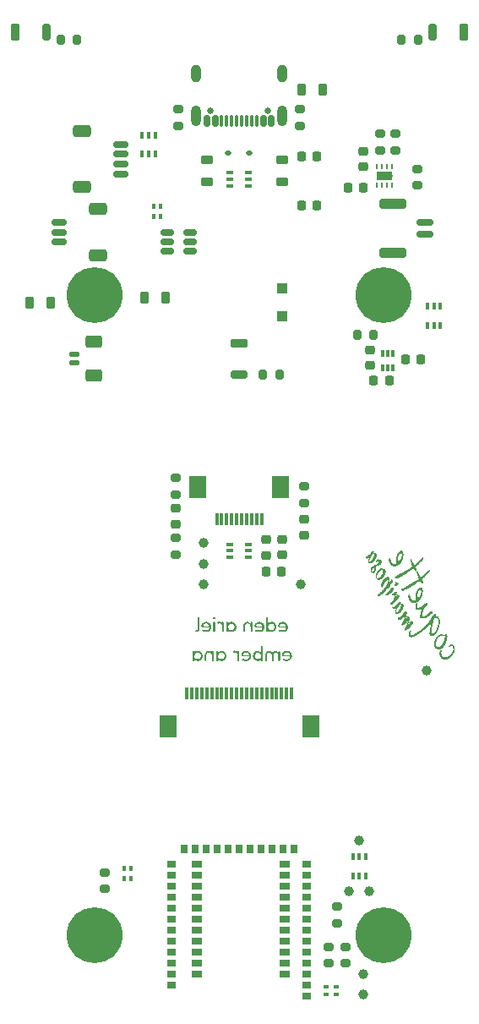
<source format=gbr>
%TF.GenerationSoftware,KiCad,Pcbnew,8.0.8*%
%TF.CreationDate,2025-01-23T01:46:44+01:00*%
%TF.ProjectId,mariposa,6d617269-706f-4736-912e-6b696361645f,2.0*%
%TF.SameCoordinates,Original*%
%TF.FileFunction,Soldermask,Bot*%
%TF.FilePolarity,Negative*%
%FSLAX46Y46*%
G04 Gerber Fmt 4.6, Leading zero omitted, Abs format (unit mm)*
G04 Created by KiCad (PCBNEW 8.0.8) date 2025-01-23 01:46:44*
%MOMM*%
%LPD*%
G01*
G04 APERTURE LIST*
G04 Aperture macros list*
%AMRoundRect*
0 Rectangle with rounded corners*
0 $1 Rounding radius*
0 $2 $3 $4 $5 $6 $7 $8 $9 X,Y pos of 4 corners*
0 Add a 4 corners polygon primitive as box body*
4,1,4,$2,$3,$4,$5,$6,$7,$8,$9,$2,$3,0*
0 Add four circle primitives for the rounded corners*
1,1,$1+$1,$2,$3*
1,1,$1+$1,$4,$5*
1,1,$1+$1,$6,$7*
1,1,$1+$1,$8,$9*
0 Add four rect primitives between the rounded corners*
20,1,$1+$1,$2,$3,$4,$5,0*
20,1,$1+$1,$4,$5,$6,$7,0*
20,1,$1+$1,$6,$7,$8,$9,0*
20,1,$1+$1,$8,$9,$2,$3,0*%
G04 Aperture macros list end*
%ADD10C,0.000000*%
%ADD11C,0.100000*%
%ADD12RoundRect,0.100000X-0.100000X0.225000X-0.100000X-0.225000X0.100000X-0.225000X0.100000X0.225000X0*%
%ADD13C,5.600000*%
%ADD14C,0.990600*%
%ADD15RoundRect,0.126316X-0.273684X-0.723684X0.273684X-0.723684X0.273684X0.723684X-0.273684X0.723684X0*%
%ADD16RoundRect,0.160000X-0.240000X-0.690000X0.240000X-0.690000X0.240000X0.690000X-0.240000X0.690000X0*%
%ADD17C,1.000000*%
%ADD18RoundRect,0.200000X0.200000X0.275000X-0.200000X0.275000X-0.200000X-0.275000X0.200000X-0.275000X0*%
%ADD19RoundRect,0.150000X0.625000X-0.150000X0.625000X0.150000X-0.625000X0.150000X-0.625000X-0.150000X0*%
%ADD20RoundRect,0.250000X0.650000X-0.350000X0.650000X0.350000X-0.650000X0.350000X-0.650000X-0.350000X0*%
%ADD21RoundRect,0.150000X0.512500X0.150000X-0.512500X0.150000X-0.512500X-0.150000X0.512500X-0.150000X0*%
%ADD22RoundRect,0.200000X0.275000X-0.200000X0.275000X0.200000X-0.275000X0.200000X-0.275000X-0.200000X0*%
%ADD23RoundRect,0.218750X-0.218750X-0.381250X0.218750X-0.381250X0.218750X0.381250X-0.218750X0.381250X0*%
%ADD24RoundRect,0.126316X-0.723684X0.273684X-0.723684X-0.273684X0.723684X-0.273684X0.723684X0.273684X0*%
%ADD25RoundRect,0.160000X-0.690000X0.240000X-0.690000X-0.240000X0.690000X-0.240000X0.690000X0.240000X0*%
%ADD26RoundRect,0.225000X0.250000X-0.225000X0.250000X0.225000X-0.250000X0.225000X-0.250000X-0.225000X0*%
%ADD27RoundRect,0.225000X0.225000X0.250000X-0.225000X0.250000X-0.225000X-0.250000X0.225000X-0.250000X0*%
%ADD28RoundRect,0.218750X-0.256250X0.218750X-0.256250X-0.218750X0.256250X-0.218750X0.256250X0.218750X0*%
%ADD29RoundRect,0.200000X-0.275000X0.200000X-0.275000X-0.200000X0.275000X-0.200000X0.275000X0.200000X0*%
%ADD30RoundRect,0.100000X0.225000X0.100000X-0.225000X0.100000X-0.225000X-0.100000X0.225000X-0.100000X0*%
%ADD31RoundRect,0.112500X-0.187500X-0.112500X0.187500X-0.112500X0.187500X0.112500X-0.187500X0.112500X0*%
%ADD32R,0.900000X0.700000*%
%ADD33R,0.700000X0.900000*%
%ADD34R,1.000000X0.700000*%
%ADD35RoundRect,0.100000X0.100000X-0.225000X0.100000X0.225000X-0.100000X0.225000X-0.100000X-0.225000X0*%
%ADD36RoundRect,0.126316X0.273684X0.723684X-0.273684X0.723684X-0.273684X-0.723684X0.273684X-0.723684X0*%
%ADD37RoundRect,0.160000X0.240000X0.690000X-0.240000X0.690000X-0.240000X-0.690000X0.240000X-0.690000X0*%
%ADD38RoundRect,0.225000X-0.225000X-0.250000X0.225000X-0.250000X0.225000X0.250000X-0.225000X0.250000X0*%
%ADD39RoundRect,0.225000X-0.250000X0.225000X-0.250000X-0.225000X0.250000X-0.225000X0.250000X0.225000X0*%
%ADD40C,0.650000*%
%ADD41RoundRect,0.150000X-0.150000X-0.425000X0.150000X-0.425000X0.150000X0.425000X-0.150000X0.425000X0*%
%ADD42RoundRect,0.075000X-0.075000X-0.500000X0.075000X-0.500000X0.075000X0.500000X-0.075000X0.500000X0*%
%ADD43O,1.000000X1.800000*%
%ADD44O,1.000000X2.100000*%
%ADD45RoundRect,0.150000X0.700000X-0.150000X0.700000X0.150000X-0.700000X0.150000X-0.700000X-0.150000X0*%
%ADD46RoundRect,0.250000X1.100000X-0.250000X1.100000X0.250000X-1.100000X0.250000X-1.100000X-0.250000X0*%
%ADD47RoundRect,0.218750X0.381250X-0.218750X0.381250X0.218750X-0.381250X0.218750X-0.381250X-0.218750X0*%
%ADD48RoundRect,0.100000X0.100000X-0.150000X0.100000X0.150000X-0.100000X0.150000X-0.100000X-0.150000X0*%
%ADD49RoundRect,0.200000X-0.200000X-0.275000X0.200000X-0.275000X0.200000X0.275000X-0.200000X0.275000X0*%
%ADD50R,0.300000X1.300000*%
%ADD51R,1.800000X2.200000*%
%ADD52RoundRect,0.250000X0.300000X-0.300000X0.300000X0.300000X-0.300000X0.300000X-0.300000X-0.300000X0*%
%ADD53RoundRect,0.218750X0.218750X0.256250X-0.218750X0.256250X-0.218750X-0.256250X0.218750X-0.256250X0*%
%ADD54RoundRect,0.125000X-0.375000X0.125000X-0.375000X-0.125000X0.375000X-0.125000X0.375000X0.125000X0*%
%ADD55RoundRect,0.250000X-0.600000X0.350000X-0.600000X-0.350000X0.600000X-0.350000X0.600000X0.350000X0*%
%ADD56RoundRect,0.218750X-0.381250X0.218750X-0.381250X-0.218750X0.381250X-0.218750X0.381250X0.218750X0*%
%ADD57R,0.249999X0.499999*%
%ADD58C,0.499999*%
%ADD59R,1.599999X0.900001*%
%ADD60RoundRect,0.100000X-0.150000X-0.100000X0.150000X-0.100000X0.150000X0.100000X-0.150000X0.100000X0*%
%ADD61RoundRect,0.087500X-0.087500X0.250000X-0.087500X-0.250000X0.087500X-0.250000X0.087500X0.250000X0*%
%ADD62RoundRect,0.150000X-0.625000X0.150000X-0.625000X-0.150000X0.625000X-0.150000X0.625000X0.150000X0*%
%ADD63RoundRect,0.250000X-0.650000X0.350000X-0.650000X-0.350000X0.650000X-0.350000X0.650000X0.350000X0*%
%ADD64RoundRect,0.218750X0.218750X0.381250X-0.218750X0.381250X-0.218750X-0.381250X0.218750X-0.381250X0*%
G04 APERTURE END LIST*
D10*
G36*
X168212649Y-95178755D02*
G01*
X168221918Y-95179724D01*
X168231000Y-95181264D01*
X168239895Y-95183374D01*
X168248602Y-95186057D01*
X168257122Y-95189318D01*
X168265453Y-95193157D01*
X168273599Y-95197577D01*
X168281556Y-95202581D01*
X168289327Y-95208170D01*
X168296911Y-95214348D01*
X168304307Y-95221117D01*
X168311517Y-95228478D01*
X168318540Y-95236435D01*
X168325376Y-95244991D01*
X168332024Y-95254147D01*
X168338487Y-95263905D01*
X168344763Y-95274270D01*
X168350852Y-95285241D01*
X168364021Y-95312667D01*
X168375375Y-95341982D01*
X168384912Y-95373167D01*
X168392633Y-95406203D01*
X168398536Y-95441069D01*
X168402623Y-95477747D01*
X168404891Y-95516216D01*
X168405340Y-95556459D01*
X168403970Y-95598456D01*
X168400781Y-95642186D01*
X168395771Y-95687630D01*
X168388940Y-95734770D01*
X168380289Y-95783585D01*
X168369817Y-95834057D01*
X168357522Y-95886166D01*
X168343404Y-95939892D01*
X168328041Y-95988621D01*
X168312239Y-96035678D01*
X168295975Y-96081052D01*
X168279228Y-96124739D01*
X168261971Y-96166731D01*
X168244183Y-96207021D01*
X168225840Y-96245602D01*
X168206918Y-96282466D01*
X168187395Y-96317606D01*
X168167245Y-96351015D01*
X168146447Y-96382686D01*
X168124976Y-96412612D01*
X168102809Y-96440786D01*
X168101017Y-96442854D01*
X168079923Y-96467200D01*
X168056293Y-96491847D01*
X168031898Y-96514720D01*
X167935648Y-96586022D01*
X167911052Y-96604026D01*
X167899101Y-96612647D01*
X167887174Y-96621019D01*
X167875119Y-96629146D01*
X167862777Y-96637031D01*
X167849994Y-96644680D01*
X167836616Y-96652094D01*
X167806352Y-96667477D01*
X167776349Y-96681296D01*
X167746593Y-96693548D01*
X167717074Y-96704232D01*
X167687779Y-96713340D01*
X167658696Y-96720872D01*
X167629815Y-96726824D01*
X167601123Y-96731190D01*
X167572609Y-96733968D01*
X167544260Y-96735155D01*
X167516066Y-96734747D01*
X167488014Y-96732739D01*
X167460093Y-96729130D01*
X167432289Y-96723915D01*
X167404595Y-96717090D01*
X167376994Y-96708652D01*
X167350317Y-96699726D01*
X167324355Y-96689487D01*
X167299113Y-96677941D01*
X167274596Y-96665095D01*
X167250807Y-96650960D01*
X167227751Y-96635539D01*
X167205431Y-96618843D01*
X167183851Y-96600879D01*
X167163017Y-96581653D01*
X167142931Y-96561176D01*
X167123599Y-96539452D01*
X167105022Y-96516491D01*
X167087207Y-96492300D01*
X167070157Y-96466887D01*
X167053876Y-96440259D01*
X167038367Y-96412423D01*
X167025800Y-96387897D01*
X167014172Y-96363343D01*
X167003489Y-96338758D01*
X166993760Y-96314138D01*
X166984993Y-96289477D01*
X166977194Y-96264772D01*
X166970374Y-96240021D01*
X166964537Y-96215217D01*
X166959693Y-96190357D01*
X166955848Y-96165438D01*
X166953011Y-96140455D01*
X166951189Y-96115403D01*
X166950390Y-96090279D01*
X166950623Y-96065079D01*
X166951892Y-96039798D01*
X166954208Y-96014434D01*
X166954240Y-96007106D01*
X166954706Y-96000019D01*
X166955596Y-95993178D01*
X166956905Y-95986586D01*
X166958624Y-95980248D01*
X166960744Y-95974168D01*
X166963260Y-95968349D01*
X166966162Y-95962798D01*
X166969444Y-95957514D01*
X166973097Y-95952506D01*
X166977115Y-95947776D01*
X166981489Y-95943327D01*
X166986213Y-95939165D01*
X166991276Y-95935294D01*
X166996673Y-95931717D01*
X167002397Y-95928438D01*
X167011047Y-95924154D01*
X167015244Y-95922319D01*
X167019358Y-95920690D01*
X167023389Y-95919267D01*
X167027339Y-95918050D01*
X167031211Y-95917039D01*
X167035004Y-95916236D01*
X167038721Y-95915640D01*
X167042364Y-95915253D01*
X167045932Y-95915073D01*
X167049430Y-95915103D01*
X167052856Y-95915342D01*
X167056214Y-95915792D01*
X167059505Y-95916451D01*
X167062729Y-95917321D01*
X167065888Y-95918402D01*
X167068985Y-95919696D01*
X167072020Y-95921201D01*
X167074995Y-95922919D01*
X167077910Y-95924850D01*
X167080769Y-95926994D01*
X167083572Y-95929352D01*
X167086320Y-95931925D01*
X167089016Y-95934712D01*
X167091660Y-95937715D01*
X167094255Y-95940933D01*
X167096801Y-95944367D01*
X167099300Y-95948018D01*
X167101754Y-95951886D01*
X167106531Y-95960275D01*
X167109518Y-95965919D01*
X167112184Y-95971105D01*
X167113377Y-95973537D01*
X167114467Y-95975865D01*
X167115445Y-95978097D01*
X167116304Y-95980233D01*
X167117037Y-95982281D01*
X167117636Y-95984242D01*
X167118093Y-95986121D01*
X167118401Y-95987923D01*
X167118497Y-95988796D01*
X167118552Y-95989651D01*
X167118566Y-95990489D01*
X167118538Y-95991309D01*
X167118467Y-95992113D01*
X167118352Y-95992902D01*
X167118191Y-95993676D01*
X167117985Y-95994433D01*
X167120195Y-96014561D01*
X167122818Y-96034301D01*
X167125843Y-96053650D01*
X167129258Y-96072605D01*
X167133051Y-96091163D01*
X167137210Y-96109320D01*
X167141725Y-96127073D01*
X167146582Y-96144415D01*
X167151771Y-96161347D01*
X167157278Y-96177864D01*
X167163094Y-96193961D01*
X167169206Y-96209635D01*
X167175602Y-96224883D01*
X167182271Y-96239701D01*
X167189200Y-96254086D01*
X167196379Y-96268033D01*
X167207754Y-96288615D01*
X167219461Y-96308196D01*
X167231500Y-96326777D01*
X167243868Y-96344362D01*
X167256567Y-96360950D01*
X167269596Y-96376543D01*
X167282953Y-96391144D01*
X167296640Y-96404754D01*
X167310656Y-96417372D01*
X167324998Y-96429001D01*
X167339669Y-96439644D01*
X167354666Y-96449301D01*
X167369991Y-96457974D01*
X167385641Y-96465663D01*
X167401618Y-96472371D01*
X167417919Y-96478100D01*
X167434545Y-96482849D01*
X167451496Y-96486622D01*
X167468770Y-96489420D01*
X167486368Y-96491243D01*
X167504289Y-96492094D01*
X167522532Y-96491973D01*
X167541098Y-96490882D01*
X167559985Y-96488824D01*
X167579194Y-96485799D01*
X167598722Y-96481809D01*
X167618572Y-96476855D01*
X167638742Y-96470939D01*
X167659230Y-96464061D01*
X167680038Y-96456224D01*
X167722609Y-96437678D01*
X167719829Y-96432449D01*
X167710783Y-96414696D01*
X167702420Y-96396727D01*
X167694741Y-96378531D01*
X167687752Y-96360098D01*
X167681455Y-96341413D01*
X167675854Y-96322467D01*
X167670952Y-96303247D01*
X167666754Y-96283742D01*
X167663262Y-96263939D01*
X167660481Y-96243828D01*
X167658413Y-96223396D01*
X167657063Y-96202631D01*
X167656434Y-96181524D01*
X167656529Y-96160060D01*
X167657353Y-96138228D01*
X167658909Y-96116016D01*
X167668892Y-96030315D01*
X167674272Y-95987454D01*
X167677185Y-95966087D01*
X167865232Y-95966087D01*
X167865677Y-95987628D01*
X167866808Y-96009278D01*
X167868618Y-96031057D01*
X167871099Y-96052990D01*
X167874244Y-96075101D01*
X167878047Y-96097413D01*
X167882499Y-96119949D01*
X167887594Y-96142732D01*
X167893325Y-96165788D01*
X167895684Y-96170114D01*
X167898070Y-96174269D01*
X167900481Y-96178250D01*
X167902918Y-96182056D01*
X167905379Y-96185687D01*
X167907865Y-96189142D01*
X167910375Y-96192420D01*
X167912906Y-96195520D01*
X167915462Y-96198440D01*
X167918039Y-96201181D01*
X167920639Y-96203740D01*
X167923258Y-96206117D01*
X167925899Y-96208313D01*
X167928560Y-96210322D01*
X167931241Y-96212149D01*
X167933940Y-96213788D01*
X167936659Y-96215242D01*
X167939395Y-96216508D01*
X167942149Y-96217585D01*
X167944921Y-96218471D01*
X167947708Y-96219168D01*
X167950512Y-96219673D01*
X167953331Y-96219985D01*
X167956166Y-96220104D01*
X167959014Y-96220029D01*
X167961877Y-96219759D01*
X167964753Y-96219292D01*
X167967643Y-96218627D01*
X167970545Y-96217764D01*
X167973459Y-96216703D01*
X167976385Y-96215440D01*
X167979320Y-96213977D01*
X167981501Y-96212805D01*
X167984017Y-96211375D01*
X167985352Y-96210566D01*
X167986712Y-96209693D01*
X167988079Y-96208758D01*
X167989432Y-96207762D01*
X167990753Y-96206704D01*
X167992022Y-96205586D01*
X167993220Y-96204407D01*
X167994326Y-96203168D01*
X167995323Y-96201870D01*
X167995774Y-96201198D01*
X167996190Y-96200513D01*
X167996568Y-96199812D01*
X167996908Y-96199097D01*
X167997205Y-96198368D01*
X167997459Y-96197624D01*
X168013336Y-96176604D01*
X168028296Y-96156072D01*
X168042397Y-96135996D01*
X168055702Y-96116345D01*
X168068270Y-96097084D01*
X168080166Y-96078182D01*
X168091448Y-96059605D01*
X168102179Y-96041322D01*
X168110578Y-96024592D01*
X168118747Y-96008613D01*
X168126687Y-95993387D01*
X168134398Y-95978910D01*
X168141878Y-95965185D01*
X168149130Y-95952211D01*
X168156152Y-95939987D01*
X168162945Y-95928514D01*
X168179482Y-95890870D01*
X168194248Y-95854327D01*
X168207239Y-95818883D01*
X168218457Y-95784539D01*
X168227902Y-95751296D01*
X168235574Y-95719153D01*
X168241472Y-95688109D01*
X168245597Y-95658167D01*
X168247948Y-95629324D01*
X168248526Y-95601581D01*
X168247331Y-95574938D01*
X168244363Y-95549396D01*
X168239620Y-95524954D01*
X168233105Y-95501611D01*
X168229182Y-95490353D01*
X168224816Y-95479370D01*
X168220007Y-95468661D01*
X168214754Y-95458227D01*
X168214952Y-95457455D01*
X168215086Y-95456639D01*
X168215157Y-95454895D01*
X168214961Y-95453018D01*
X168214491Y-95451030D01*
X168213739Y-95448958D01*
X168212699Y-95446822D01*
X168211362Y-95444647D01*
X168209723Y-95442456D01*
X168207772Y-95440273D01*
X168205505Y-95438121D01*
X168202913Y-95436024D01*
X168199988Y-95434005D01*
X168196725Y-95432089D01*
X168193116Y-95430296D01*
X168191179Y-95429455D01*
X168189154Y-95428653D01*
X168187038Y-95427894D01*
X168184830Y-95427182D01*
X168180355Y-95425868D01*
X168175934Y-95424693D01*
X168171555Y-95423672D01*
X168167208Y-95422820D01*
X168162882Y-95422155D01*
X168158564Y-95421691D01*
X168154243Y-95421445D01*
X168149909Y-95421432D01*
X168145550Y-95421668D01*
X168141156Y-95422168D01*
X168136714Y-95422950D01*
X168132214Y-95424028D01*
X168127643Y-95425418D01*
X168122991Y-95427137D01*
X168118248Y-95429198D01*
X168113401Y-95431620D01*
X168102941Y-95437182D01*
X168083693Y-95448438D01*
X168065169Y-95461353D01*
X168047369Y-95475927D01*
X168030294Y-95492159D01*
X168013944Y-95510051D01*
X167998319Y-95529601D01*
X167983418Y-95550809D01*
X167969242Y-95573676D01*
X167955790Y-95598202D01*
X167943063Y-95624385D01*
X167931061Y-95652228D01*
X167919783Y-95681729D01*
X167909230Y-95712888D01*
X167899402Y-95745707D01*
X167890299Y-95780183D01*
X167881920Y-95816319D01*
X167877364Y-95837768D01*
X167873543Y-95859161D01*
X167870453Y-95880520D01*
X167868083Y-95901869D01*
X167866428Y-95923230D01*
X167865480Y-95944629D01*
X167865232Y-95966087D01*
X167677185Y-95966087D01*
X167680117Y-95944582D01*
X167686582Y-95901695D01*
X167693824Y-95858787D01*
X167701996Y-95815858D01*
X167711255Y-95772900D01*
X167724020Y-95723427D01*
X167738014Y-95675972D01*
X167753240Y-95630537D01*
X167769696Y-95587119D01*
X167787383Y-95545721D01*
X167806299Y-95506341D01*
X167826447Y-95468979D01*
X167847824Y-95433636D01*
X167870433Y-95400311D01*
X167894271Y-95369005D01*
X167919341Y-95339717D01*
X167945641Y-95312448D01*
X167973171Y-95287197D01*
X168001932Y-95263965D01*
X168031923Y-95242752D01*
X168063144Y-95223557D01*
X168086760Y-95210610D01*
X168098285Y-95204942D01*
X168109623Y-95199813D01*
X168120771Y-95195228D01*
X168131731Y-95191186D01*
X168142504Y-95187692D01*
X168153088Y-95184747D01*
X168163485Y-95182354D01*
X168173692Y-95180515D01*
X168183714Y-95179234D01*
X168193547Y-95178512D01*
X168203191Y-95178351D01*
X168212649Y-95178755D01*
G37*
G36*
X168779373Y-96715166D02*
G01*
X168783637Y-96715610D01*
X168787847Y-96716320D01*
X168792001Y-96717295D01*
X168796100Y-96718535D01*
X168800143Y-96720041D01*
X168804131Y-96721812D01*
X168808064Y-96723848D01*
X168811940Y-96726150D01*
X168815762Y-96728717D01*
X168819528Y-96731548D01*
X168823238Y-96734646D01*
X168826893Y-96738009D01*
X168830493Y-96741637D01*
X168834036Y-96745531D01*
X168837525Y-96749689D01*
X168844337Y-96758803D01*
X168850926Y-96768978D01*
X168857293Y-96780214D01*
X168860663Y-96787144D01*
X168862138Y-96790657D01*
X168863471Y-96794198D01*
X168864661Y-96797765D01*
X168865706Y-96801358D01*
X168866607Y-96804974D01*
X168867362Y-96808611D01*
X168867969Y-96812267D01*
X168868428Y-96815940D01*
X168868739Y-96819629D01*
X168868900Y-96823332D01*
X168868909Y-96827045D01*
X168868767Y-96830769D01*
X168868470Y-96834500D01*
X168868021Y-96838238D01*
X168867415Y-96841979D01*
X168866654Y-96845721D01*
X168865736Y-96849464D01*
X168864659Y-96853206D01*
X168863423Y-96856942D01*
X168862028Y-96860674D01*
X168860470Y-96864399D01*
X168858750Y-96868113D01*
X168856867Y-96871816D01*
X168854820Y-96875505D01*
X168852607Y-96879180D01*
X168850228Y-96882837D01*
X168847682Y-96886475D01*
X168844967Y-96890092D01*
X168842083Y-96893687D01*
X168839028Y-96897256D01*
X168793586Y-96945000D01*
X168750269Y-96993490D01*
X168709075Y-97042719D01*
X168670000Y-97092679D01*
X168633037Y-97143362D01*
X168598185Y-97194760D01*
X168565439Y-97246868D01*
X168534795Y-97299675D01*
X168506249Y-97353175D01*
X168479795Y-97407359D01*
X168455432Y-97462222D01*
X168433154Y-97517753D01*
X168412958Y-97573947D01*
X168394839Y-97630796D01*
X168378793Y-97688291D01*
X168364817Y-97746425D01*
X168358469Y-97778098D01*
X168352707Y-97808192D01*
X168347533Y-97836696D01*
X168342953Y-97863598D01*
X168338968Y-97888886D01*
X168335583Y-97912547D01*
X168332802Y-97934572D01*
X168330627Y-97954947D01*
X168329062Y-97973661D01*
X168328113Y-97990703D01*
X168327779Y-98006060D01*
X168328069Y-98019721D01*
X168328981Y-98031674D01*
X168330523Y-98041907D01*
X168331531Y-98046376D01*
X168332697Y-98050409D01*
X168334022Y-98054007D01*
X168335506Y-98057167D01*
X168339098Y-98063297D01*
X168343097Y-98068934D01*
X168347502Y-98074084D01*
X168352312Y-98078746D01*
X168357528Y-98082923D01*
X168363147Y-98086616D01*
X168369171Y-98089826D01*
X168375599Y-98092555D01*
X168389664Y-98096575D01*
X168405339Y-98098688D01*
X168422620Y-98098905D01*
X168441503Y-98097239D01*
X168461984Y-98093700D01*
X168484062Y-98088301D01*
X168507729Y-98081054D01*
X168532986Y-98071970D01*
X168559827Y-98061060D01*
X168588249Y-98048337D01*
X168618248Y-98033814D01*
X168649821Y-98017500D01*
X168679779Y-98001097D01*
X168708868Y-97984203D01*
X168737097Y-97966804D01*
X168764479Y-97948883D01*
X168791025Y-97930423D01*
X168816746Y-97911410D01*
X168841652Y-97891827D01*
X168865756Y-97871659D01*
X168889069Y-97850889D01*
X168911603Y-97829503D01*
X168933367Y-97807483D01*
X168954373Y-97784816D01*
X168974633Y-97761483D01*
X168994158Y-97737471D01*
X169012959Y-97712762D01*
X169031048Y-97687342D01*
X169048653Y-97666045D01*
X169064851Y-97646833D01*
X169079674Y-97629766D01*
X169093156Y-97614908D01*
X169099404Y-97608325D01*
X169105327Y-97602317D01*
X169110933Y-97596892D01*
X169116223Y-97592057D01*
X169121202Y-97587819D01*
X169125874Y-97584187D01*
X169130243Y-97581167D01*
X169134314Y-97578770D01*
X169141273Y-97575302D01*
X169148416Y-97572201D01*
X169155733Y-97569459D01*
X169163208Y-97567074D01*
X169170833Y-97565043D01*
X169178594Y-97563361D01*
X169186480Y-97562026D01*
X169194480Y-97561033D01*
X169202582Y-97560379D01*
X169210773Y-97560060D01*
X169219042Y-97560074D01*
X169227378Y-97560416D01*
X169235768Y-97561082D01*
X169244202Y-97562070D01*
X169252668Y-97563375D01*
X169261152Y-97564993D01*
X169269490Y-97566926D01*
X169277522Y-97569168D01*
X169285243Y-97571714D01*
X169292648Y-97574555D01*
X169299737Y-97577683D01*
X169306501Y-97581090D01*
X169312938Y-97584771D01*
X169319045Y-97588715D01*
X169324816Y-97592916D01*
X169330248Y-97597367D01*
X169335337Y-97602059D01*
X169340079Y-97606984D01*
X169344469Y-97612137D01*
X169348504Y-97617507D01*
X169352178Y-97623088D01*
X169355490Y-97628872D01*
X169358829Y-97635744D01*
X169360266Y-97639185D01*
X169361548Y-97642631D01*
X169362674Y-97646081D01*
X169363646Y-97649534D01*
X169364462Y-97652991D01*
X169365123Y-97656452D01*
X169365629Y-97659917D01*
X169365980Y-97663386D01*
X169366176Y-97666859D01*
X169366216Y-97670335D01*
X169366102Y-97673816D01*
X169365832Y-97677301D01*
X169365407Y-97680789D01*
X169364827Y-97684280D01*
X169364091Y-97687777D01*
X169363201Y-97691277D01*
X169362156Y-97694780D01*
X169360955Y-97698289D01*
X169359599Y-97701800D01*
X169358088Y-97705316D01*
X169354601Y-97712358D01*
X169350493Y-97719417D01*
X169345763Y-97726490D01*
X169340414Y-97733579D01*
X169334444Y-97740685D01*
X169269258Y-97806147D01*
X169199533Y-97870171D01*
X169125238Y-97932694D01*
X169046340Y-97993656D01*
X168962804Y-98052996D01*
X168874601Y-98110651D01*
X168781695Y-98166561D01*
X168684056Y-98220665D01*
X168669156Y-98228272D01*
X168653868Y-98235446D01*
X168638189Y-98242179D01*
X168622114Y-98248464D01*
X168605639Y-98254294D01*
X168588761Y-98259661D01*
X168571475Y-98264556D01*
X168553778Y-98268972D01*
X168535665Y-98272902D01*
X168517131Y-98276338D01*
X168498174Y-98279273D01*
X168478788Y-98281697D01*
X168458971Y-98283605D01*
X168438717Y-98284989D01*
X168418023Y-98285840D01*
X168396885Y-98286151D01*
X168371628Y-98286844D01*
X168347475Y-98286638D01*
X168324433Y-98285526D01*
X168302508Y-98283505D01*
X168281710Y-98280571D01*
X168262045Y-98276720D01*
X168243521Y-98271947D01*
X168234691Y-98269214D01*
X168226147Y-98266249D01*
X168217893Y-98263052D01*
X168209929Y-98259621D01*
X168202256Y-98255959D01*
X168194875Y-98252061D01*
X168187788Y-98247929D01*
X168180994Y-98243563D01*
X168174495Y-98238960D01*
X168168292Y-98234122D01*
X168162386Y-98229048D01*
X168156777Y-98223736D01*
X168151467Y-98218187D01*
X168146457Y-98212400D01*
X168141749Y-98206375D01*
X168137340Y-98200111D01*
X168133234Y-98193607D01*
X168129433Y-98186863D01*
X168123256Y-98173326D01*
X168118272Y-98158209D01*
X168114477Y-98141518D01*
X168111859Y-98123256D01*
X168110414Y-98103429D01*
X168110133Y-98082039D01*
X168111008Y-98059091D01*
X168113033Y-98034588D01*
X168116199Y-98008536D01*
X168120497Y-97980937D01*
X168125921Y-97951797D01*
X168132464Y-97921118D01*
X168140117Y-97888907D01*
X168148873Y-97855165D01*
X168158724Y-97819898D01*
X168169662Y-97783108D01*
X168188196Y-97724502D01*
X168207080Y-97668774D01*
X168226346Y-97615832D01*
X168246021Y-97565580D01*
X168266133Y-97517926D01*
X168286712Y-97472776D01*
X168307785Y-97430035D01*
X168329382Y-97389609D01*
X168328706Y-97382578D01*
X168327997Y-97379374D01*
X168327037Y-97376379D01*
X168325826Y-97373591D01*
X168324358Y-97371011D01*
X168322632Y-97368641D01*
X168320647Y-97366478D01*
X168318398Y-97364524D01*
X168315886Y-97362778D01*
X168313104Y-97361241D01*
X168310055Y-97359912D01*
X168306732Y-97358792D01*
X168303134Y-97357881D01*
X168295105Y-97356684D01*
X168285949Y-97356324D01*
X168275644Y-97356799D01*
X168264174Y-97358111D01*
X168251517Y-97360260D01*
X168237655Y-97363247D01*
X168222567Y-97367072D01*
X168206235Y-97371734D01*
X168188641Y-97377236D01*
X168160749Y-97384533D01*
X168134299Y-97391142D01*
X168085610Y-97402670D01*
X168042346Y-97412572D01*
X168004277Y-97421599D01*
X167987008Y-97425763D01*
X167970814Y-97429434D01*
X167955788Y-97432641D01*
X167942024Y-97435413D01*
X167918660Y-97439766D01*
X167901470Y-97442722D01*
X167880103Y-97443783D01*
X167859648Y-97443878D01*
X167840108Y-97442996D01*
X167821485Y-97441124D01*
X167803784Y-97438250D01*
X167787010Y-97434364D01*
X167778971Y-97432037D01*
X167771164Y-97429454D01*
X167763591Y-97426610D01*
X167756252Y-97423507D01*
X167749146Y-97420141D01*
X167742275Y-97416510D01*
X167735639Y-97412617D01*
X167729238Y-97408456D01*
X167723073Y-97404027D01*
X167717145Y-97399329D01*
X167711453Y-97394360D01*
X167705998Y-97389119D01*
X167700782Y-97383604D01*
X167695803Y-97377814D01*
X167691063Y-97371747D01*
X167686562Y-97365402D01*
X167682301Y-97358777D01*
X167678279Y-97351871D01*
X167674498Y-97344683D01*
X167670957Y-97337211D01*
X167668406Y-97329602D01*
X167666092Y-97321533D01*
X167664015Y-97312984D01*
X167662174Y-97303937D01*
X167660568Y-97294372D01*
X167659198Y-97284268D01*
X167658061Y-97273608D01*
X167657159Y-97262373D01*
X167656489Y-97250540D01*
X167656053Y-97238093D01*
X167655879Y-97211275D01*
X167656630Y-97181763D01*
X167658303Y-97149402D01*
X167660811Y-97115680D01*
X167664071Y-97082188D01*
X167668082Y-97048926D01*
X167672843Y-97015893D01*
X167678356Y-96983089D01*
X167684620Y-96950516D01*
X167691635Y-96918172D01*
X167699400Y-96886057D01*
X167703541Y-96870490D01*
X167707817Y-96855784D01*
X167712215Y-96841938D01*
X167716723Y-96828945D01*
X167721331Y-96816805D01*
X167726026Y-96805513D01*
X167730796Y-96795065D01*
X167735630Y-96785456D01*
X167740517Y-96776686D01*
X167745443Y-96768749D01*
X167750399Y-96761642D01*
X167755370Y-96755361D01*
X167760347Y-96749902D01*
X167765316Y-96745263D01*
X167767796Y-96743249D01*
X167770269Y-96741439D01*
X167772734Y-96739833D01*
X167775191Y-96738428D01*
X167780068Y-96736072D01*
X167784892Y-96734226D01*
X167787283Y-96733498D01*
X167789660Y-96732902D01*
X167792020Y-96732438D01*
X167794367Y-96732110D01*
X167796696Y-96731918D01*
X167799010Y-96731863D01*
X167801305Y-96731949D01*
X167803585Y-96732174D01*
X167805846Y-96732541D01*
X167808089Y-96733053D01*
X167810313Y-96733709D01*
X167812518Y-96734512D01*
X167814704Y-96735462D01*
X167816869Y-96736563D01*
X167819015Y-96737814D01*
X167821139Y-96739217D01*
X167823242Y-96740775D01*
X167825323Y-96742487D01*
X167827382Y-96744357D01*
X167829417Y-96746385D01*
X167831431Y-96748571D01*
X167833420Y-96750920D01*
X167837325Y-96756107D01*
X167841132Y-96761956D01*
X167844834Y-96768479D01*
X167844519Y-96772420D01*
X167843900Y-96784069D01*
X167843630Y-96792703D01*
X167843468Y-96803166D01*
X167843474Y-96815426D01*
X167843712Y-96829449D01*
X167842708Y-96865410D01*
X167842370Y-96883698D01*
X167842226Y-96902352D01*
X167842344Y-96921497D01*
X167842787Y-96941255D01*
X167843621Y-96961748D01*
X167844912Y-96983099D01*
X167844605Y-97005588D01*
X167844529Y-97027325D01*
X167844682Y-97048312D01*
X167845065Y-97068546D01*
X167845677Y-97088031D01*
X167846519Y-97106764D01*
X167847591Y-97124747D01*
X167848892Y-97141978D01*
X167848441Y-97158871D01*
X167848155Y-97173710D01*
X167848002Y-97186434D01*
X167847951Y-97196983D01*
X167848020Y-97211306D01*
X167848101Y-97216189D01*
X167853678Y-97218253D01*
X167860346Y-97219728D01*
X167868094Y-97220608D01*
X167876909Y-97220891D01*
X167886782Y-97220573D01*
X167897698Y-97219651D01*
X167909647Y-97218120D01*
X167922617Y-97215978D01*
X167936596Y-97213221D01*
X167951573Y-97209845D01*
X167984473Y-97201221D01*
X168021221Y-97190081D01*
X168061726Y-97176392D01*
X168179890Y-97133688D01*
X168192340Y-97129282D01*
X168204131Y-97124676D01*
X168215362Y-97119897D01*
X168226121Y-97114976D01*
X168236505Y-97109939D01*
X168246609Y-97104815D01*
X168266345Y-97094427D01*
X168279957Y-97086888D01*
X168293404Y-97078886D01*
X168306777Y-97070453D01*
X168320171Y-97061614D01*
X168347399Y-97042840D01*
X168375835Y-97022793D01*
X168390596Y-97012114D01*
X168405586Y-97000685D01*
X168420806Y-96988505D01*
X168436257Y-96975573D01*
X168451935Y-96961891D01*
X168467845Y-96947457D01*
X168483983Y-96932273D01*
X168500352Y-96916338D01*
X168562708Y-96853834D01*
X168591596Y-96825372D01*
X168605583Y-96812053D01*
X168619307Y-96799423D01*
X168647743Y-96779377D01*
X168661461Y-96769817D01*
X168674970Y-96760603D01*
X168688364Y-96751764D01*
X168701738Y-96743331D01*
X168715184Y-96735329D01*
X168728797Y-96727790D01*
X168733672Y-96725316D01*
X168738491Y-96723107D01*
X168743256Y-96721163D01*
X168747964Y-96719484D01*
X168752618Y-96718071D01*
X168757215Y-96716924D01*
X168761758Y-96716042D01*
X168766244Y-96715425D01*
X168770676Y-96715073D01*
X168775052Y-96714987D01*
X168779373Y-96715166D01*
G37*
G36*
X166263413Y-91512776D02*
G01*
X166272682Y-91513745D01*
X166281764Y-91515284D01*
X166290658Y-91517394D01*
X166299366Y-91520079D01*
X166307886Y-91523339D01*
X166316218Y-91527178D01*
X166324363Y-91531598D01*
X166332320Y-91536601D01*
X166340091Y-91542191D01*
X166347675Y-91548369D01*
X166355071Y-91555137D01*
X166362281Y-91562499D01*
X166369304Y-91570456D01*
X166376140Y-91579012D01*
X166382789Y-91588168D01*
X166389251Y-91597926D01*
X166395527Y-91608291D01*
X166401617Y-91619262D01*
X166414786Y-91646688D01*
X166426139Y-91676003D01*
X166435676Y-91707188D01*
X166443397Y-91740224D01*
X166449301Y-91775090D01*
X166453387Y-91811768D01*
X166455655Y-91850237D01*
X166456104Y-91890480D01*
X166454734Y-91932476D01*
X166451545Y-91976206D01*
X166446535Y-92021651D01*
X166439705Y-92068791D01*
X166431053Y-92117606D01*
X166420581Y-92168077D01*
X166408286Y-92220186D01*
X166394168Y-92273913D01*
X166378805Y-92322642D01*
X166363003Y-92369698D01*
X166346740Y-92415073D01*
X166329992Y-92458759D01*
X166312735Y-92500752D01*
X166294947Y-92541042D01*
X166276604Y-92579623D01*
X166257682Y-92616487D01*
X166238159Y-92651627D01*
X166218009Y-92685036D01*
X166197212Y-92716707D01*
X166175741Y-92746633D01*
X166153574Y-92774807D01*
X166151781Y-92776875D01*
X166130688Y-92801221D01*
X166107058Y-92825868D01*
X166082662Y-92848741D01*
X165986412Y-92920043D01*
X165961816Y-92938047D01*
X165949865Y-92946668D01*
X165937939Y-92955040D01*
X165925883Y-92963167D01*
X165913541Y-92971052D01*
X165900759Y-92978701D01*
X165887381Y-92986115D01*
X165857117Y-93001498D01*
X165827114Y-93015317D01*
X165797358Y-93027569D01*
X165767837Y-93038252D01*
X165738543Y-93047361D01*
X165709461Y-93054893D01*
X165680579Y-93060844D01*
X165651888Y-93065211D01*
X165623373Y-93067989D01*
X165595024Y-93069176D01*
X165566830Y-93068767D01*
X165538778Y-93066760D01*
X165510856Y-93063151D01*
X165483053Y-93057935D01*
X165455359Y-93051110D01*
X165427758Y-93042672D01*
X165401081Y-93033746D01*
X165375119Y-93023507D01*
X165349878Y-93011962D01*
X165325360Y-92999116D01*
X165301571Y-92984980D01*
X165278515Y-92969560D01*
X165256196Y-92952864D01*
X165234616Y-92934900D01*
X165213781Y-92915675D01*
X165193696Y-92895197D01*
X165174363Y-92873473D01*
X165155786Y-92850512D01*
X165137972Y-92826321D01*
X165120921Y-92800908D01*
X165104640Y-92774280D01*
X165089132Y-92746444D01*
X165076565Y-92721918D01*
X165064936Y-92697363D01*
X165054253Y-92672779D01*
X165044524Y-92648158D01*
X165035757Y-92623498D01*
X165027959Y-92598793D01*
X165021138Y-92574041D01*
X165015301Y-92549238D01*
X165010457Y-92524378D01*
X165006612Y-92499459D01*
X165003775Y-92474476D01*
X165001954Y-92449424D01*
X165001155Y-92424300D01*
X165001387Y-92399100D01*
X165002656Y-92373819D01*
X165004972Y-92348455D01*
X165005005Y-92341127D01*
X165005470Y-92334040D01*
X165006361Y-92327199D01*
X165007669Y-92320607D01*
X165009388Y-92314269D01*
X165011509Y-92308189D01*
X165014024Y-92302370D01*
X165016926Y-92296818D01*
X165020209Y-92291535D01*
X165023862Y-92286527D01*
X165027879Y-92281796D01*
X165032254Y-92277348D01*
X165036977Y-92273186D01*
X165042040Y-92269315D01*
X165047437Y-92265738D01*
X165053161Y-92262459D01*
X165061812Y-92258175D01*
X165066008Y-92256340D01*
X165070122Y-92254711D01*
X165074154Y-92253288D01*
X165078104Y-92252071D01*
X165081975Y-92251060D01*
X165085768Y-92250256D01*
X165089486Y-92249661D01*
X165093128Y-92249273D01*
X165096697Y-92249095D01*
X165100194Y-92249124D01*
X165103621Y-92249363D01*
X165106979Y-92249813D01*
X165110269Y-92250472D01*
X165113493Y-92251342D01*
X165116653Y-92252424D01*
X165119749Y-92253717D01*
X165122784Y-92255222D01*
X165125759Y-92256940D01*
X165128674Y-92258870D01*
X165131533Y-92261015D01*
X165134336Y-92263373D01*
X165137084Y-92265945D01*
X165139781Y-92268733D01*
X165142425Y-92271736D01*
X165145019Y-92274953D01*
X165147566Y-92278388D01*
X165150064Y-92282039D01*
X165152518Y-92285907D01*
X165157295Y-92294295D01*
X165160282Y-92299940D01*
X165162948Y-92305125D01*
X165164141Y-92307557D01*
X165165231Y-92309886D01*
X165166209Y-92312118D01*
X165167069Y-92314254D01*
X165167802Y-92316302D01*
X165168401Y-92318263D01*
X165168857Y-92320142D01*
X165169165Y-92321944D01*
X165169261Y-92322817D01*
X165169316Y-92323672D01*
X165169330Y-92324510D01*
X165169302Y-92325330D01*
X165169231Y-92326134D01*
X165169116Y-92326923D01*
X165168955Y-92327696D01*
X165168749Y-92328454D01*
X165170959Y-92348582D01*
X165173582Y-92368321D01*
X165176607Y-92387671D01*
X165180022Y-92406626D01*
X165183816Y-92425185D01*
X165187975Y-92443341D01*
X165192489Y-92461093D01*
X165197347Y-92478436D01*
X165202535Y-92495368D01*
X165208043Y-92511885D01*
X165213859Y-92527982D01*
X165219971Y-92543656D01*
X165226367Y-92558904D01*
X165233035Y-92573722D01*
X165239964Y-92588107D01*
X165247143Y-92602054D01*
X165258519Y-92622636D01*
X165270226Y-92642217D01*
X165282264Y-92660798D01*
X165294632Y-92678383D01*
X165307331Y-92694971D01*
X165320360Y-92710564D01*
X165333717Y-92725165D01*
X165347404Y-92738774D01*
X165361420Y-92751393D01*
X165375763Y-92763022D01*
X165390433Y-92773665D01*
X165405431Y-92783322D01*
X165420755Y-92791994D01*
X165436406Y-92799684D01*
X165452382Y-92806392D01*
X165468684Y-92812121D01*
X165485310Y-92816870D01*
X165502260Y-92820643D01*
X165519534Y-92823441D01*
X165537132Y-92825264D01*
X165555053Y-92826115D01*
X165573297Y-92825994D01*
X165591862Y-92824903D01*
X165610750Y-92822845D01*
X165629958Y-92819820D01*
X165649487Y-92815830D01*
X165669336Y-92810876D01*
X165689506Y-92804959D01*
X165709995Y-92798082D01*
X165730802Y-92790245D01*
X165773374Y-92771699D01*
X165770593Y-92766470D01*
X165761548Y-92748717D01*
X165753185Y-92730748D01*
X165745506Y-92712552D01*
X165738517Y-92694119D01*
X165732220Y-92675434D01*
X165726618Y-92656488D01*
X165721716Y-92637268D01*
X165717518Y-92617763D01*
X165714026Y-92597960D01*
X165711245Y-92577849D01*
X165709177Y-92557417D01*
X165707827Y-92536652D01*
X165707198Y-92515544D01*
X165707294Y-92494081D01*
X165708118Y-92472249D01*
X165709673Y-92450037D01*
X165719656Y-92364336D01*
X165725036Y-92321475D01*
X165727949Y-92300108D01*
X165915996Y-92300108D01*
X165916441Y-92321649D01*
X165917572Y-92343299D01*
X165919382Y-92365077D01*
X165921863Y-92387011D01*
X165925008Y-92409122D01*
X165928811Y-92431434D01*
X165933263Y-92453970D01*
X165938359Y-92476753D01*
X165944089Y-92499809D01*
X165946449Y-92504135D01*
X165948834Y-92508290D01*
X165951246Y-92512271D01*
X165953683Y-92516077D01*
X165956143Y-92519708D01*
X165958630Y-92523163D01*
X165961139Y-92526441D01*
X165963671Y-92529541D01*
X165966226Y-92532461D01*
X165968803Y-92535202D01*
X165971403Y-92537761D01*
X165974023Y-92540138D01*
X165976663Y-92542333D01*
X165979325Y-92544344D01*
X165982006Y-92546170D01*
X165984705Y-92547809D01*
X165987423Y-92549262D01*
X165990159Y-92550528D01*
X165992913Y-92551605D01*
X165995685Y-92552492D01*
X165998472Y-92553188D01*
X166001276Y-92553694D01*
X166004096Y-92554006D01*
X166006930Y-92554125D01*
X166009778Y-92554050D01*
X166012641Y-92553779D01*
X166015517Y-92553312D01*
X166018407Y-92552648D01*
X166021310Y-92551785D01*
X166024223Y-92550723D01*
X166027149Y-92549460D01*
X166030085Y-92547998D01*
X166032265Y-92546825D01*
X166034781Y-92545396D01*
X166036116Y-92544586D01*
X166037476Y-92543714D01*
X166038843Y-92542779D01*
X166040196Y-92541782D01*
X166041518Y-92540725D01*
X166042786Y-92539607D01*
X166043984Y-92538427D01*
X166045091Y-92537189D01*
X166046087Y-92535891D01*
X166046539Y-92535219D01*
X166046955Y-92534534D01*
X166047333Y-92533833D01*
X166047673Y-92533118D01*
X166047970Y-92532389D01*
X166048223Y-92531645D01*
X166064101Y-92510625D01*
X166079060Y-92490093D01*
X166093161Y-92470017D01*
X166106466Y-92450366D01*
X166119035Y-92431105D01*
X166130930Y-92412203D01*
X166142212Y-92393626D01*
X166152943Y-92375343D01*
X166161342Y-92358613D01*
X166169512Y-92342634D01*
X166177452Y-92327408D01*
X166185162Y-92312931D01*
X166192643Y-92299206D01*
X166199895Y-92286232D01*
X166206916Y-92274008D01*
X166213709Y-92262535D01*
X166230247Y-92224891D01*
X166245012Y-92188348D01*
X166258004Y-92152904D01*
X166269222Y-92118560D01*
X166278666Y-92085317D01*
X166286338Y-92053174D01*
X166292236Y-92022130D01*
X166296361Y-91992188D01*
X166298712Y-91963345D01*
X166299291Y-91935602D01*
X166298096Y-91908959D01*
X166295127Y-91883417D01*
X166290385Y-91858975D01*
X166283869Y-91835632D01*
X166279947Y-91824374D01*
X166275580Y-91813390D01*
X166270771Y-91802682D01*
X166265518Y-91792248D01*
X166265716Y-91791476D01*
X166265850Y-91790660D01*
X166265922Y-91788916D01*
X166265726Y-91787039D01*
X166265255Y-91785051D01*
X166264503Y-91782979D01*
X166263463Y-91780843D01*
X166262126Y-91778668D01*
X166260486Y-91776476D01*
X166258537Y-91774294D01*
X166256269Y-91772142D01*
X166253677Y-91770045D01*
X166250752Y-91768026D01*
X166247489Y-91766110D01*
X166243880Y-91764317D01*
X166241944Y-91763476D01*
X166239918Y-91762674D01*
X166237802Y-91761915D01*
X166235594Y-91761203D01*
X166231120Y-91759889D01*
X166226698Y-91758714D01*
X166222320Y-91757693D01*
X166217973Y-91756841D01*
X166213646Y-91756176D01*
X166209328Y-91755712D01*
X166205008Y-91755466D01*
X166200673Y-91755453D01*
X166196315Y-91755689D01*
X166191921Y-91756189D01*
X166187479Y-91756971D01*
X166182978Y-91758049D01*
X166178407Y-91759439D01*
X166173756Y-91761158D01*
X166169012Y-91763219D01*
X166164165Y-91765641D01*
X166153706Y-91771203D01*
X166134457Y-91782459D01*
X166115933Y-91795374D01*
X166098134Y-91809948D01*
X166081059Y-91826181D01*
X166064708Y-91844072D01*
X166049083Y-91863622D01*
X166034182Y-91884830D01*
X166020006Y-91907697D01*
X166006554Y-91932222D01*
X165993827Y-91958406D01*
X165981825Y-91986248D01*
X165970548Y-92015750D01*
X165959995Y-92046909D01*
X165950167Y-92079728D01*
X165941063Y-92114204D01*
X165932685Y-92150340D01*
X165928128Y-92171789D01*
X165924307Y-92193182D01*
X165921217Y-92214541D01*
X165918847Y-92235890D01*
X165917192Y-92257251D01*
X165916244Y-92278649D01*
X165915996Y-92300108D01*
X165727949Y-92300108D01*
X165730881Y-92278603D01*
X165737347Y-92235716D01*
X165744588Y-92192808D01*
X165752761Y-92149879D01*
X165762019Y-92106921D01*
X165774784Y-92057448D01*
X165788779Y-92009994D01*
X165804004Y-91964558D01*
X165820460Y-91921140D01*
X165838147Y-91879742D01*
X165857063Y-91840362D01*
X165877211Y-91803000D01*
X165898589Y-91767657D01*
X165921197Y-91734332D01*
X165945035Y-91703026D01*
X165970105Y-91673738D01*
X165996405Y-91646469D01*
X166023936Y-91621219D01*
X166052696Y-91597986D01*
X166082688Y-91576773D01*
X166113909Y-91557579D01*
X166137525Y-91544631D01*
X166149050Y-91538963D01*
X166160387Y-91533834D01*
X166171535Y-91529249D01*
X166182496Y-91525207D01*
X166193268Y-91521713D01*
X166203853Y-91518768D01*
X166214249Y-91516375D01*
X166224457Y-91514537D01*
X166234478Y-91513255D01*
X166244311Y-91512532D01*
X166253956Y-91512372D01*
X166263413Y-91512776D01*
G37*
G36*
X168401921Y-92183596D02*
G01*
X168403996Y-92183839D01*
X168406035Y-92184239D01*
X168408041Y-92184795D01*
X168410012Y-92185509D01*
X168411951Y-92186382D01*
X168413856Y-92187416D01*
X168415729Y-92188610D01*
X168417570Y-92189967D01*
X168419380Y-92191486D01*
X168421160Y-92193169D01*
X168422909Y-92195017D01*
X168424628Y-92197029D01*
X168426317Y-92199209D01*
X168427978Y-92201557D01*
X168429611Y-92204073D01*
X168431216Y-92206759D01*
X168432793Y-92209615D01*
X168436295Y-92216459D01*
X168439502Y-92223262D01*
X168442413Y-92230024D01*
X168445029Y-92236741D01*
X168447351Y-92243414D01*
X168449379Y-92250040D01*
X168451115Y-92256618D01*
X168452558Y-92263147D01*
X168453708Y-92269626D01*
X168454566Y-92276051D01*
X168455132Y-92282423D01*
X168455408Y-92288740D01*
X168455393Y-92294999D01*
X168455089Y-92301200D01*
X168454494Y-92307342D01*
X168453610Y-92313423D01*
X168452437Y-92319441D01*
X168450976Y-92325395D01*
X168449228Y-92331283D01*
X168447191Y-92337104D01*
X168444867Y-92342857D01*
X168442258Y-92348540D01*
X168439362Y-92354151D01*
X168436180Y-92359690D01*
X168432713Y-92365154D01*
X168428962Y-92370543D01*
X168424926Y-92375853D01*
X168420606Y-92381085D01*
X168416003Y-92386238D01*
X168411117Y-92391308D01*
X168405948Y-92396295D01*
X168400498Y-92401198D01*
X168369454Y-92432902D01*
X168334260Y-92467443D01*
X168250497Y-92548037D01*
X168146536Y-92655302D01*
X168089975Y-92714515D01*
X168060778Y-92745945D01*
X168031057Y-92778754D01*
X167981284Y-92834148D01*
X167932490Y-92886506D01*
X167884737Y-92935794D01*
X167838086Y-92981980D01*
X167792600Y-93025033D01*
X167748337Y-93064919D01*
X167705362Y-93101605D01*
X167663733Y-93135059D01*
X167671188Y-93149647D01*
X167678997Y-93165935D01*
X167695917Y-93203475D01*
X167736694Y-93297511D01*
X167758362Y-93347725D01*
X167777163Y-93392546D01*
X167793356Y-93432465D01*
X167807205Y-93467972D01*
X167810168Y-93475907D01*
X167812684Y-93482981D01*
X167814758Y-93489189D01*
X167816399Y-93494527D01*
X167817614Y-93498991D01*
X167818411Y-93502576D01*
X167818798Y-93505279D01*
X167818841Y-93506298D01*
X167818783Y-93507094D01*
X167818627Y-93507669D01*
X167818373Y-93508021D01*
X167818022Y-93508148D01*
X167817576Y-93508051D01*
X167817033Y-93507730D01*
X167816398Y-93507183D01*
X167815670Y-93506411D01*
X167814849Y-93505413D01*
X167812936Y-93502736D01*
X167810666Y-93499148D01*
X167808047Y-93494644D01*
X167805087Y-93489222D01*
X167802306Y-93483992D01*
X167804202Y-93492732D01*
X167805469Y-93501176D01*
X167806108Y-93509327D01*
X167806192Y-93513291D01*
X167806119Y-93517183D01*
X167805889Y-93521000D01*
X167805501Y-93524743D01*
X167804956Y-93528413D01*
X167804254Y-93532010D01*
X167803396Y-93535532D01*
X167802379Y-93538981D01*
X167801207Y-93542355D01*
X167799877Y-93545657D01*
X167798389Y-93548884D01*
X167796745Y-93552038D01*
X167794943Y-93555119D01*
X167792985Y-93558125D01*
X167790870Y-93561058D01*
X167788597Y-93563917D01*
X167786167Y-93566703D01*
X167783580Y-93569415D01*
X167780836Y-93572053D01*
X167777934Y-93574617D01*
X167774877Y-93577108D01*
X167771662Y-93579526D01*
X167764760Y-93584139D01*
X167757229Y-93588457D01*
X167749274Y-93591978D01*
X167741087Y-93594197D01*
X167732658Y-93595110D01*
X167723976Y-93594714D01*
X167715027Y-93593004D01*
X167705801Y-93589978D01*
X167696286Y-93585632D01*
X167686470Y-93579962D01*
X167676341Y-93572965D01*
X167665888Y-93564637D01*
X167655098Y-93554974D01*
X167643961Y-93543973D01*
X167632464Y-93531631D01*
X167620595Y-93517943D01*
X167608343Y-93502907D01*
X167595697Y-93486517D01*
X167445083Y-93291566D01*
X167240605Y-93433305D01*
X167037306Y-93570016D01*
X166835246Y-93701665D01*
X166634487Y-93828221D01*
X166435090Y-93949650D01*
X166237116Y-94065920D01*
X166040625Y-94176999D01*
X165845682Y-94282853D01*
X165826423Y-94292463D01*
X165817056Y-94296654D01*
X165807863Y-94300433D01*
X165798845Y-94303802D01*
X165790000Y-94306756D01*
X165781328Y-94309297D01*
X165772829Y-94311423D01*
X165764502Y-94313134D01*
X165756345Y-94314427D01*
X165748361Y-94315303D01*
X165740547Y-94315762D01*
X165732902Y-94315799D01*
X165725428Y-94315416D01*
X165718121Y-94314613D01*
X165710984Y-94313386D01*
X165704015Y-94311736D01*
X165697213Y-94309663D01*
X165690577Y-94307164D01*
X165684108Y-94304238D01*
X165677805Y-94300885D01*
X165671668Y-94297103D01*
X165665695Y-94292894D01*
X165659888Y-94288253D01*
X165654243Y-94283181D01*
X165648762Y-94277678D01*
X165643444Y-94271742D01*
X165638288Y-94265371D01*
X165633294Y-94258566D01*
X165628461Y-94251326D01*
X165623789Y-94243648D01*
X165619277Y-94235532D01*
X165616014Y-94229210D01*
X165613002Y-94222991D01*
X165610242Y-94216876D01*
X165607735Y-94210867D01*
X165605480Y-94204963D01*
X165603480Y-94199167D01*
X165601732Y-94193480D01*
X165600240Y-94187901D01*
X165599003Y-94182432D01*
X165598021Y-94177075D01*
X165597295Y-94171829D01*
X165596827Y-94166696D01*
X165596614Y-94161677D01*
X165596660Y-94156774D01*
X165596964Y-94151984D01*
X165597526Y-94147314D01*
X165598347Y-94142759D01*
X165599428Y-94138324D01*
X165600769Y-94134009D01*
X165602371Y-94129813D01*
X165604234Y-94125740D01*
X165606359Y-94121789D01*
X165608746Y-94117963D01*
X165611395Y-94114259D01*
X165614308Y-94110681D01*
X165617484Y-94107230D01*
X165620925Y-94103907D01*
X165624630Y-94100710D01*
X165628601Y-94097644D01*
X165632837Y-94094707D01*
X165637339Y-94091902D01*
X165642109Y-94089229D01*
X165910629Y-93944881D01*
X166163201Y-93805871D01*
X166399882Y-93672164D01*
X166620736Y-93543728D01*
X166825823Y-93420532D01*
X167015204Y-93302541D01*
X167188942Y-93189724D01*
X167347097Y-93082048D01*
X167331010Y-93029272D01*
X167315336Y-92979342D01*
X167285587Y-92887515D01*
X167258569Y-92805555D01*
X167235002Y-92732452D01*
X167222517Y-92700099D01*
X167210584Y-92669969D01*
X167199203Y-92642060D01*
X167188376Y-92616373D01*
X167178100Y-92592908D01*
X167168376Y-92571664D01*
X167159206Y-92552642D01*
X167150588Y-92535843D01*
X167147584Y-92529895D01*
X167144838Y-92523820D01*
X167142359Y-92517622D01*
X167140161Y-92511305D01*
X167138255Y-92504871D01*
X167136654Y-92498326D01*
X167135367Y-92491671D01*
X167134408Y-92484911D01*
X167133787Y-92478049D01*
X167133518Y-92471090D01*
X167133611Y-92464035D01*
X167134079Y-92456891D01*
X167134931Y-92449659D01*
X167136182Y-92442343D01*
X167137842Y-92434947D01*
X167139924Y-92427474D01*
X167145465Y-92414807D01*
X167150903Y-92402980D01*
X167153623Y-92397410D01*
X167156363Y-92392084D01*
X167159143Y-92387013D01*
X167161975Y-92382209D01*
X167164876Y-92377683D01*
X167167862Y-92373445D01*
X167170949Y-92369508D01*
X167174151Y-92365882D01*
X167177487Y-92362578D01*
X167180971Y-92359609D01*
X167182772Y-92358254D01*
X167184618Y-92356986D01*
X167186508Y-92355807D01*
X167188445Y-92354718D01*
X167190875Y-92353485D01*
X167193263Y-92352391D01*
X167195610Y-92351439D01*
X167197916Y-92350625D01*
X167200184Y-92349950D01*
X167202413Y-92349413D01*
X167204604Y-92349015D01*
X167206760Y-92348753D01*
X167208880Y-92348628D01*
X167210966Y-92348639D01*
X167213018Y-92348786D01*
X167215038Y-92349069D01*
X167217026Y-92349485D01*
X167218984Y-92350037D01*
X167220911Y-92350721D01*
X167222810Y-92351539D01*
X167224682Y-92352490D01*
X167226527Y-92353572D01*
X167228346Y-92354786D01*
X167230139Y-92356132D01*
X167231910Y-92357608D01*
X167233657Y-92359214D01*
X167237086Y-92362815D01*
X167240436Y-92366930D01*
X167243712Y-92371555D01*
X167246924Y-92376687D01*
X167250078Y-92382321D01*
X167261630Y-92403849D01*
X167275758Y-92429041D01*
X167283941Y-92442927D01*
X167292952Y-92457631D01*
X167302851Y-92473120D01*
X167313702Y-92489363D01*
X167333552Y-92526500D01*
X167355717Y-92566807D01*
X167367740Y-92587914D01*
X167380428Y-92609534D01*
X167393809Y-92631570D01*
X167407912Y-92653931D01*
X167421896Y-92676066D01*
X167434962Y-92697511D01*
X167447204Y-92718292D01*
X167458716Y-92738441D01*
X167479926Y-92776950D01*
X167499343Y-92813270D01*
X167563297Y-92933551D01*
X167699581Y-92815913D01*
X167824849Y-92704761D01*
X167939852Y-92600323D01*
X168045342Y-92502832D01*
X168222284Y-92334122D01*
X168298264Y-92261755D01*
X168366262Y-92198033D01*
X168371539Y-92194207D01*
X168374113Y-92192507D01*
X168376646Y-92190952D01*
X168379140Y-92189541D01*
X168381592Y-92188275D01*
X168384004Y-92187156D01*
X168386376Y-92186185D01*
X168388709Y-92185362D01*
X168391005Y-92184689D01*
X168393261Y-92184165D01*
X168395481Y-92183794D01*
X168397664Y-92183574D01*
X168399810Y-92183508D01*
X168401921Y-92183596D01*
G37*
G36*
X163933387Y-92365336D02*
G01*
X163944401Y-92365783D01*
X163956293Y-92366624D01*
X163969075Y-92367821D01*
X163982759Y-92369334D01*
X163996207Y-92371611D01*
X164009851Y-92374260D01*
X164023682Y-92377258D01*
X164037684Y-92380579D01*
X164051844Y-92384197D01*
X164066149Y-92388089D01*
X164080587Y-92392229D01*
X164095144Y-92396593D01*
X164109656Y-92401113D01*
X164123970Y-92405739D01*
X164138084Y-92410470D01*
X164152001Y-92415307D01*
X164165718Y-92420250D01*
X164179236Y-92425298D01*
X164192556Y-92430452D01*
X164205677Y-92435712D01*
X164217866Y-92442105D01*
X164229117Y-92448232D01*
X164239404Y-92454106D01*
X164248705Y-92459741D01*
X164252976Y-92462473D01*
X164256992Y-92465150D01*
X164260748Y-92467773D01*
X164264242Y-92470344D01*
X164267470Y-92472866D01*
X164270429Y-92475339D01*
X164273117Y-92477766D01*
X164275530Y-92480148D01*
X164277458Y-92487790D01*
X164279232Y-92495508D01*
X164280847Y-92503305D01*
X164282298Y-92511176D01*
X164283582Y-92519120D01*
X164284693Y-92527136D01*
X164285626Y-92535223D01*
X164286378Y-92543379D01*
X164286942Y-92551603D01*
X164287314Y-92559892D01*
X164287489Y-92568247D01*
X164287464Y-92576664D01*
X164287231Y-92585144D01*
X164286788Y-92593683D01*
X164286129Y-92602282D01*
X164285251Y-92610939D01*
X164283056Y-92628166D01*
X164280402Y-92645128D01*
X164278886Y-92653518D01*
X164277238Y-92661851D01*
X164275449Y-92670131D01*
X164273514Y-92678362D01*
X164271428Y-92686546D01*
X164269182Y-92694685D01*
X164266773Y-92702787D01*
X164264192Y-92710850D01*
X164261434Y-92718881D01*
X164258493Y-92726881D01*
X164255362Y-92734856D01*
X164252037Y-92742806D01*
X164244886Y-92758584D01*
X164237164Y-92774125D01*
X164228904Y-92789377D01*
X164220147Y-92804288D01*
X164210926Y-92818809D01*
X164201278Y-92832888D01*
X164191241Y-92846473D01*
X164180850Y-92859512D01*
X164169340Y-92872384D01*
X164157498Y-92884633D01*
X164151450Y-92890517D01*
X164145313Y-92896238D01*
X164139088Y-92901789D01*
X164132772Y-92907170D01*
X164126363Y-92912377D01*
X164119861Y-92917408D01*
X164113262Y-92922258D01*
X164106567Y-92926925D01*
X164099772Y-92931406D01*
X164092876Y-92935697D01*
X164085878Y-92939795D01*
X164078776Y-92943698D01*
X164067543Y-92949422D01*
X164056112Y-92954772D01*
X164044497Y-92959774D01*
X164032709Y-92964454D01*
X164020763Y-92968835D01*
X164008672Y-92972943D01*
X163996448Y-92976803D01*
X163984106Y-92980440D01*
X163970954Y-92984252D01*
X163957859Y-92987810D01*
X163944783Y-92991167D01*
X163931692Y-92994373D01*
X163878432Y-93006715D01*
X163851507Y-93014489D01*
X163823775Y-93022182D01*
X163795644Y-93030085D01*
X163781559Y-93034208D01*
X163767527Y-93038493D01*
X163753591Y-93042977D01*
X163739748Y-93047698D01*
X163725989Y-93052693D01*
X163712299Y-93058001D01*
X163698670Y-93063660D01*
X163685086Y-93069709D01*
X163671539Y-93076184D01*
X163658018Y-93083124D01*
X163668224Y-93107125D01*
X163677466Y-93131289D01*
X163681705Y-93143412D01*
X163685678Y-93155554D01*
X163689378Y-93167705D01*
X163692797Y-93179859D01*
X163695925Y-93192007D01*
X163698756Y-93204141D01*
X163701282Y-93216256D01*
X163703493Y-93228342D01*
X163705383Y-93240392D01*
X163706942Y-93252399D01*
X163708164Y-93264355D01*
X163709040Y-93276251D01*
X163709650Y-93289025D01*
X163710028Y-93301611D01*
X163710175Y-93314017D01*
X163710091Y-93326252D01*
X163709776Y-93338322D01*
X163709232Y-93350236D01*
X163708457Y-93362002D01*
X163707452Y-93373627D01*
X163706217Y-93385119D01*
X163704752Y-93396487D01*
X163703058Y-93407737D01*
X163701134Y-93418879D01*
X163698981Y-93429920D01*
X163696600Y-93440866D01*
X163693990Y-93451727D01*
X163691151Y-93462510D01*
X163687897Y-93473770D01*
X163684411Y-93484843D01*
X163680693Y-93495735D01*
X163676746Y-93506455D01*
X163672566Y-93517011D01*
X163668158Y-93527411D01*
X163663518Y-93537662D01*
X163658649Y-93547772D01*
X163653549Y-93557750D01*
X163648220Y-93567604D01*
X163642662Y-93577340D01*
X163636874Y-93586967D01*
X163630857Y-93596493D01*
X163624611Y-93605926D01*
X163618137Y-93615273D01*
X163611433Y-93624542D01*
X163604489Y-93633653D01*
X163597294Y-93642517D01*
X163589857Y-93651136D01*
X163582186Y-93659510D01*
X163574289Y-93667638D01*
X163566172Y-93675518D01*
X163557845Y-93683154D01*
X163549315Y-93690541D01*
X163540591Y-93697683D01*
X163531679Y-93704577D01*
X163522587Y-93711224D01*
X163513325Y-93717624D01*
X163503899Y-93723775D01*
X163494317Y-93729679D01*
X163484588Y-93735335D01*
X163483140Y-93736127D01*
X163474717Y-93740743D01*
X163466147Y-93742103D01*
X163457295Y-93743294D01*
X163448185Y-93744239D01*
X163443540Y-93744597D01*
X163438840Y-93744863D01*
X163434087Y-93745032D01*
X163429284Y-93745090D01*
X163424435Y-93745031D01*
X163419540Y-93744843D01*
X163414605Y-93744519D01*
X163409631Y-93744047D01*
X163404623Y-93743418D01*
X163399581Y-93742624D01*
X163389561Y-93740799D01*
X163379699Y-93738793D01*
X163369957Y-93736532D01*
X163365118Y-93735283D01*
X163360295Y-93733942D01*
X163355481Y-93732500D01*
X163350673Y-93730949D01*
X163345865Y-93729276D01*
X163341051Y-93727476D01*
X163336228Y-93725537D01*
X163331391Y-93723451D01*
X163326534Y-93721208D01*
X163321652Y-93718799D01*
X163312381Y-93714546D01*
X163303295Y-93710163D01*
X163294380Y-93705624D01*
X163285626Y-93700905D01*
X163277017Y-93695981D01*
X163268541Y-93690828D01*
X163260184Y-93685419D01*
X163251934Y-93679731D01*
X163247907Y-93676774D01*
X163244025Y-93673745D01*
X163240282Y-93670649D01*
X163236674Y-93667493D01*
X163233198Y-93664283D01*
X163229848Y-93661027D01*
X163226620Y-93657730D01*
X163223508Y-93654397D01*
X163220510Y-93651038D01*
X163217619Y-93647656D01*
X163212143Y-93640853D01*
X163207045Y-93634042D01*
X163202287Y-93627272D01*
X163193392Y-93604851D01*
X163185556Y-93582629D01*
X163178771Y-93560603D01*
X163176072Y-93550332D01*
X163301841Y-93550332D01*
X163302242Y-93566089D01*
X163303182Y-93581782D01*
X163309502Y-93584858D01*
X163315811Y-93587554D01*
X163322107Y-93589865D01*
X163328388Y-93591791D01*
X163334654Y-93593326D01*
X163340901Y-93594469D01*
X163347130Y-93595215D01*
X163353337Y-93595562D01*
X163359522Y-93595508D01*
X163365682Y-93595048D01*
X163371817Y-93594179D01*
X163377923Y-93592899D01*
X163384001Y-93591205D01*
X163390048Y-93589092D01*
X163396062Y-93586560D01*
X163402041Y-93583602D01*
X163406421Y-93581115D01*
X163410814Y-93578306D01*
X163415215Y-93575182D01*
X163419618Y-93571750D01*
X163424020Y-93568016D01*
X163428416Y-93563986D01*
X163432802Y-93559667D01*
X163437174Y-93555065D01*
X163441524Y-93550187D01*
X163445852Y-93545038D01*
X163450151Y-93539627D01*
X163454416Y-93533958D01*
X163458644Y-93528038D01*
X163462830Y-93521874D01*
X163466969Y-93515472D01*
X163471056Y-93508838D01*
X163479020Y-93495050D01*
X163486680Y-93480689D01*
X163494049Y-93465782D01*
X163501142Y-93450353D01*
X163507970Y-93434429D01*
X163514546Y-93418031D01*
X163520886Y-93401187D01*
X163527000Y-93383920D01*
X163531964Y-93366877D01*
X163536451Y-93349834D01*
X163540483Y-93332776D01*
X163544087Y-93315692D01*
X163547287Y-93298568D01*
X163550108Y-93281390D01*
X163552575Y-93264145D01*
X163554713Y-93246820D01*
X163555221Y-93238425D01*
X163555557Y-93230189D01*
X163555725Y-93222114D01*
X163555725Y-93214204D01*
X163555559Y-93206462D01*
X163555230Y-93198890D01*
X163554739Y-93191493D01*
X163554086Y-93184272D01*
X163553274Y-93177232D01*
X163552305Y-93170375D01*
X163551179Y-93163704D01*
X163549901Y-93157224D01*
X163548469Y-93150935D01*
X163546887Y-93144843D01*
X163545155Y-93138949D01*
X163543276Y-93133257D01*
X163529824Y-93140791D01*
X163516516Y-93149014D01*
X163503377Y-93157912D01*
X163490430Y-93167474D01*
X163477700Y-93177684D01*
X163465214Y-93188530D01*
X163452994Y-93199998D01*
X163441067Y-93212075D01*
X163429873Y-93225303D01*
X163419010Y-93238673D01*
X163408504Y-93252237D01*
X163398383Y-93266042D01*
X163388671Y-93280138D01*
X163379395Y-93294577D01*
X163370583Y-93309406D01*
X163366358Y-93316983D01*
X163362260Y-93324677D01*
X163354440Y-93340184D01*
X163347111Y-93355717D01*
X163340263Y-93371314D01*
X163333882Y-93387012D01*
X163327957Y-93402849D01*
X163322479Y-93418865D01*
X163317433Y-93435095D01*
X163312810Y-93451580D01*
X163310912Y-93460238D01*
X163309207Y-93468797D01*
X163307692Y-93477262D01*
X163306364Y-93485642D01*
X163305214Y-93493941D01*
X163304241Y-93502167D01*
X163303439Y-93510325D01*
X163302804Y-93518422D01*
X163302331Y-93526465D01*
X163302017Y-93534461D01*
X163301841Y-93550332D01*
X163176072Y-93550332D01*
X163173034Y-93538774D01*
X163168341Y-93517138D01*
X163164687Y-93495696D01*
X163162066Y-93474444D01*
X163160474Y-93453382D01*
X163159906Y-93432509D01*
X163160358Y-93411822D01*
X163161824Y-93391321D01*
X163164300Y-93371004D01*
X163167782Y-93350868D01*
X163172264Y-93330915D01*
X163177742Y-93311141D01*
X163184210Y-93291545D01*
X163191856Y-93272662D01*
X163200444Y-93254234D01*
X163209975Y-93236261D01*
X163220448Y-93218742D01*
X163231864Y-93201678D01*
X163244224Y-93185069D01*
X163257527Y-93168915D01*
X163271771Y-93153215D01*
X163286959Y-93137970D01*
X163303089Y-93123179D01*
X163320163Y-93108843D01*
X163338179Y-93094963D01*
X163357137Y-93081535D01*
X163377039Y-93068564D01*
X163397883Y-93056047D01*
X163419671Y-93043984D01*
X163462068Y-93021441D01*
X163464278Y-93020745D01*
X163466506Y-93019979D01*
X163471001Y-93018264D01*
X163475515Y-93016346D01*
X163480014Y-93014278D01*
X163484459Y-93012111D01*
X163488815Y-93009896D01*
X163497113Y-93005526D01*
X163498666Y-93004669D01*
X163500147Y-93003790D01*
X163501562Y-93002892D01*
X163502915Y-93001974D01*
X163504210Y-93001038D01*
X163505454Y-93000087D01*
X163506650Y-92999122D01*
X163507803Y-92998143D01*
X163508918Y-92997152D01*
X163510000Y-92996151D01*
X163512082Y-92994125D01*
X163514089Y-92992076D01*
X163516058Y-92990015D01*
X163516627Y-92989169D01*
X163517168Y-92988267D01*
X163517675Y-92987302D01*
X163518146Y-92986271D01*
X163518577Y-92985163D01*
X163518965Y-92983976D01*
X163519307Y-92982702D01*
X163519600Y-92981333D01*
X163519839Y-92979866D01*
X163520022Y-92978294D01*
X163520147Y-92976609D01*
X163520208Y-92974807D01*
X163520203Y-92972880D01*
X163520130Y-92970823D01*
X163519982Y-92968629D01*
X163519759Y-92966293D01*
X163519135Y-92961272D01*
X163518323Y-92955840D01*
X163516240Y-92943691D01*
X163513709Y-92929742D01*
X163510929Y-92913885D01*
X163500860Y-92876411D01*
X163494619Y-92853727D01*
X163487310Y-92828553D01*
X163487920Y-92826762D01*
X163488633Y-92825039D01*
X163489453Y-92823380D01*
X163490378Y-92821779D01*
X163491413Y-92820232D01*
X163492557Y-92818735D01*
X163493813Y-92817282D01*
X163495182Y-92815869D01*
X163496664Y-92814490D01*
X163498262Y-92813142D01*
X163499977Y-92811819D01*
X163501810Y-92810517D01*
X163503764Y-92809231D01*
X163505839Y-92807956D01*
X163508037Y-92806687D01*
X163510359Y-92805419D01*
X163513438Y-92803788D01*
X163516306Y-92802300D01*
X163517657Y-92801622D01*
X163518952Y-92800994D01*
X163520189Y-92800421D01*
X163521364Y-92799908D01*
X163522479Y-92799459D01*
X163523532Y-92799080D01*
X163524519Y-92798774D01*
X163525442Y-92798547D01*
X163526297Y-92798403D01*
X163526699Y-92798365D01*
X163527084Y-92798349D01*
X163527451Y-92798356D01*
X163527800Y-92798387D01*
X163528132Y-92798442D01*
X163528446Y-92798523D01*
X163564515Y-92866359D01*
X163568564Y-92875672D01*
X163572960Y-92885279D01*
X163582543Y-92905378D01*
X163592759Y-92926671D01*
X163597948Y-92937768D01*
X163603107Y-92949168D01*
X163603778Y-92949290D01*
X163604572Y-92949287D01*
X163605493Y-92949161D01*
X163606540Y-92948914D01*
X163607718Y-92948552D01*
X163609027Y-92948076D01*
X163612042Y-92946796D01*
X163615602Y-92945101D01*
X163619718Y-92943013D01*
X163629673Y-92937763D01*
X163655019Y-92924063D01*
X163679385Y-92910438D01*
X163702771Y-92896888D01*
X163725177Y-92883412D01*
X163746604Y-92870012D01*
X163767050Y-92856687D01*
X163786518Y-92843437D01*
X163805004Y-92830261D01*
X163822511Y-92817161D01*
X163839038Y-92804135D01*
X163854585Y-92791184D01*
X163869153Y-92778308D01*
X163882740Y-92765507D01*
X163895348Y-92752781D01*
X163906976Y-92740129D01*
X163917624Y-92727553D01*
X163927304Y-92715077D01*
X163936026Y-92702723D01*
X163943785Y-92690490D01*
X163950577Y-92678379D01*
X163956396Y-92666385D01*
X163961237Y-92654509D01*
X163965097Y-92642750D01*
X163966657Y-92636913D01*
X163967970Y-92631104D01*
X163969035Y-92625323D01*
X163969852Y-92619571D01*
X163970419Y-92613847D01*
X163970737Y-92608150D01*
X163970805Y-92602480D01*
X163970621Y-92596839D01*
X163970186Y-92591224D01*
X163969499Y-92585637D01*
X163968561Y-92580075D01*
X163967368Y-92574541D01*
X163965922Y-92569033D01*
X163964220Y-92563551D01*
X163962265Y-92558095D01*
X163960052Y-92552665D01*
X163957585Y-92547261D01*
X163954861Y-92541883D01*
X163953319Y-92539165D01*
X163951656Y-92536576D01*
X163949870Y-92534116D01*
X163947961Y-92531785D01*
X163945931Y-92529582D01*
X163943777Y-92527510D01*
X163941500Y-92525565D01*
X163939101Y-92523750D01*
X163936579Y-92522063D01*
X163933934Y-92520506D01*
X163931168Y-92519077D01*
X163928278Y-92517778D01*
X163925265Y-92516607D01*
X163922130Y-92515565D01*
X163918872Y-92514653D01*
X163915493Y-92513869D01*
X163911866Y-92513821D01*
X163908244Y-92513899D01*
X163904623Y-92514103D01*
X163901007Y-92514433D01*
X163897393Y-92514888D01*
X163893783Y-92515470D01*
X163890176Y-92516177D01*
X163886571Y-92517010D01*
X163882971Y-92517969D01*
X163879373Y-92519053D01*
X163875778Y-92520263D01*
X163872187Y-92521599D01*
X163868598Y-92523061D01*
X163865013Y-92524649D01*
X163861431Y-92526362D01*
X163857853Y-92528202D01*
X163856251Y-92529084D01*
X163854628Y-92530037D01*
X163851322Y-92532140D01*
X163847947Y-92534472D01*
X163844513Y-92536994D01*
X163841033Y-92539667D01*
X163837517Y-92542455D01*
X163830429Y-92548222D01*
X163803274Y-92578975D01*
X163797030Y-92586331D01*
X163793937Y-92589914D01*
X163790880Y-92593383D01*
X163787869Y-92596699D01*
X163784916Y-92599825D01*
X163782032Y-92602723D01*
X163779231Y-92605354D01*
X163776243Y-92608855D01*
X163773523Y-92611959D01*
X163771044Y-92614679D01*
X163769888Y-92615899D01*
X163768784Y-92617028D01*
X163767726Y-92618069D01*
X163766714Y-92619020D01*
X163765745Y-92619887D01*
X163764813Y-92620669D01*
X163763917Y-92621368D01*
X163763055Y-92621986D01*
X163762221Y-92622525D01*
X163761414Y-92622986D01*
X163759532Y-92623700D01*
X163757672Y-92624340D01*
X163755838Y-92624904D01*
X163754027Y-92625395D01*
X163752242Y-92625812D01*
X163750482Y-92626158D01*
X163748747Y-92626432D01*
X163747040Y-92626635D01*
X163745357Y-92626769D01*
X163743703Y-92626833D01*
X163742076Y-92626829D01*
X163740477Y-92626758D01*
X163738905Y-92626619D01*
X163737363Y-92626415D01*
X163735849Y-92626146D01*
X163734365Y-92625811D01*
X163732911Y-92625414D01*
X163731487Y-92624954D01*
X163730094Y-92624431D01*
X163728731Y-92623847D01*
X163727401Y-92623202D01*
X163726102Y-92622497D01*
X163724836Y-92621735D01*
X163723602Y-92620912D01*
X163722402Y-92620033D01*
X163721235Y-92619097D01*
X163720102Y-92618106D01*
X163719004Y-92617059D01*
X163717941Y-92615958D01*
X163716912Y-92614802D01*
X163715920Y-92613595D01*
X163714963Y-92612335D01*
X163713992Y-92610270D01*
X163713192Y-92608056D01*
X163712562Y-92605695D01*
X163712100Y-92603194D01*
X163711803Y-92600555D01*
X163711672Y-92597785D01*
X163711705Y-92594889D01*
X163711899Y-92591870D01*
X163712254Y-92588734D01*
X163712769Y-92585485D01*
X163713442Y-92582130D01*
X163714270Y-92578670D01*
X163715254Y-92575113D01*
X163716391Y-92571462D01*
X163717680Y-92567722D01*
X163719120Y-92563898D01*
X163720708Y-92559995D01*
X163722440Y-92556019D01*
X163726321Y-92547875D01*
X163730724Y-92539516D01*
X163735615Y-92530995D01*
X163740956Y-92522361D01*
X163746710Y-92513666D01*
X163752842Y-92504962D01*
X163759314Y-92496299D01*
X163766051Y-92487624D01*
X163773024Y-92478855D01*
X163780273Y-92470004D01*
X163787835Y-92461081D01*
X163795746Y-92452100D01*
X163804048Y-92443071D01*
X163812776Y-92434006D01*
X163821969Y-92424917D01*
X163831089Y-92417136D01*
X163840313Y-92409555D01*
X163849644Y-92402171D01*
X163859080Y-92394987D01*
X163868622Y-92388002D01*
X163878270Y-92381215D01*
X163888023Y-92374628D01*
X163897882Y-92368238D01*
X163901587Y-92367414D01*
X163905498Y-92366732D01*
X163909618Y-92366186D01*
X163913948Y-92365772D01*
X163918487Y-92365484D01*
X163923239Y-92365319D01*
X163928205Y-92365271D01*
X163933387Y-92365336D01*
G37*
G36*
X165693244Y-94638531D02*
G01*
X165697275Y-94639219D01*
X165705711Y-94640941D01*
X165714637Y-94643105D01*
X165724038Y-94645685D01*
X165733903Y-94648656D01*
X165744218Y-94651993D01*
X165754968Y-94655671D01*
X165766142Y-94659667D01*
X165776777Y-94664337D01*
X165787493Y-94669218D01*
X165798266Y-94674325D01*
X165809068Y-94679670D01*
X165819878Y-94685267D01*
X165830669Y-94691128D01*
X165841417Y-94697268D01*
X165852096Y-94703699D01*
X165862540Y-94710377D01*
X165872624Y-94717214D01*
X165882382Y-94724161D01*
X165891853Y-94731165D01*
X165910076Y-94745142D01*
X165927584Y-94758734D01*
X165935532Y-94766489D01*
X165942871Y-94774058D01*
X165949601Y-94781442D01*
X165955722Y-94788638D01*
X165958555Y-94792168D01*
X165961234Y-94795650D01*
X165963762Y-94799086D01*
X165966138Y-94802475D01*
X165968362Y-94805817D01*
X165970433Y-94809114D01*
X165972352Y-94812363D01*
X165974119Y-94815567D01*
X165959944Y-94831261D01*
X165945374Y-94847165D01*
X165930008Y-94863493D01*
X165921902Y-94871882D01*
X165913449Y-94880456D01*
X165895107Y-94897899D01*
X165877640Y-94914112D01*
X165844165Y-94944486D01*
X165835940Y-94951792D01*
X165827809Y-94958792D01*
X165819770Y-94965487D01*
X165811824Y-94971879D01*
X165803971Y-94977966D01*
X165796212Y-94983749D01*
X165788546Y-94989227D01*
X165780972Y-94994401D01*
X165773314Y-95000386D01*
X165766123Y-95005867D01*
X165759371Y-95010859D01*
X165753036Y-95015375D01*
X165747091Y-95019427D01*
X165741514Y-95023030D01*
X165736277Y-95026197D01*
X165731357Y-95028940D01*
X165727228Y-95031003D01*
X165722781Y-95032948D01*
X165720435Y-95033869D01*
X165718004Y-95034750D01*
X165715487Y-95035590D01*
X165712882Y-95036384D01*
X165710188Y-95037131D01*
X165707403Y-95037826D01*
X165704526Y-95038468D01*
X165701554Y-95039051D01*
X165698486Y-95039574D01*
X165695321Y-95040034D01*
X165692056Y-95040426D01*
X165688690Y-95040749D01*
X165685522Y-95041383D01*
X165682429Y-95041918D01*
X165679411Y-95042356D01*
X165676472Y-95042700D01*
X165673612Y-95042955D01*
X165670833Y-95043122D01*
X165668137Y-95043207D01*
X165665526Y-95043209D01*
X165663001Y-95043135D01*
X165660564Y-95042986D01*
X165658216Y-95042765D01*
X165655959Y-95042476D01*
X165653795Y-95042121D01*
X165651725Y-95041705D01*
X165649752Y-95041229D01*
X165647876Y-95040698D01*
X165642507Y-95045464D01*
X165637431Y-95049820D01*
X165632645Y-95053766D01*
X165628153Y-95057303D01*
X165623951Y-95060429D01*
X165620043Y-95063145D01*
X165616425Y-95065451D01*
X165614725Y-95066450D01*
X165613100Y-95067346D01*
X165611049Y-95068341D01*
X165608876Y-95069210D01*
X165606584Y-95069950D01*
X165604185Y-95070557D01*
X165601680Y-95071028D01*
X165599078Y-95071360D01*
X165596384Y-95071550D01*
X165593604Y-95071594D01*
X165590746Y-95071488D01*
X165587814Y-95071231D01*
X165584815Y-95070818D01*
X165581756Y-95070245D01*
X165578642Y-95069512D01*
X165575480Y-95068611D01*
X165572276Y-95067542D01*
X165569036Y-95066301D01*
X165565421Y-95065133D01*
X165561881Y-95063861D01*
X165558420Y-95062482D01*
X165555042Y-95060996D01*
X165551749Y-95059402D01*
X165548544Y-95057696D01*
X165545431Y-95055878D01*
X165542413Y-95053946D01*
X165539492Y-95051897D01*
X165536673Y-95049733D01*
X165533957Y-95047448D01*
X165531349Y-95045043D01*
X165528850Y-95042516D01*
X165526465Y-95039864D01*
X165524196Y-95037087D01*
X165522048Y-95034183D01*
X165528417Y-95023149D01*
X165536698Y-95008038D01*
X165546891Y-94988854D01*
X165558996Y-94965592D01*
X165565432Y-94952748D01*
X165571735Y-94939530D01*
X165584237Y-94912063D01*
X165597112Y-94883378D01*
X165603879Y-94868637D01*
X165610969Y-94853662D01*
X165617394Y-94838907D01*
X165623701Y-94823991D01*
X165629880Y-94808953D01*
X165635918Y-94793830D01*
X165641804Y-94778660D01*
X165647526Y-94763482D01*
X165653072Y-94748334D01*
X165658433Y-94733253D01*
X165663504Y-94718580D01*
X165668204Y-94704646D01*
X165672546Y-94691477D01*
X165676543Y-94679097D01*
X165683553Y-94656802D01*
X165689341Y-94637961D01*
X165693244Y-94638531D01*
G37*
G36*
X169049809Y-93402097D02*
G01*
X169051884Y-93402341D01*
X169053924Y-93402740D01*
X169055930Y-93403296D01*
X169057901Y-93404012D01*
X169059840Y-93404885D01*
X169061745Y-93405918D01*
X169063618Y-93407113D01*
X169065459Y-93408469D01*
X169067269Y-93409987D01*
X169069049Y-93411671D01*
X169070798Y-93413518D01*
X169072517Y-93415530D01*
X169074206Y-93417710D01*
X169075867Y-93420059D01*
X169077500Y-93422574D01*
X169079105Y-93425260D01*
X169080682Y-93428116D01*
X169084184Y-93434960D01*
X169087390Y-93441763D01*
X169090301Y-93448525D01*
X169092918Y-93455243D01*
X169095240Y-93461916D01*
X169097268Y-93468542D01*
X169099004Y-93475120D01*
X169100447Y-93481649D01*
X169101597Y-93488128D01*
X169102455Y-93494553D01*
X169103022Y-93500925D01*
X169103297Y-93507242D01*
X169103282Y-93513501D01*
X169102978Y-93519702D01*
X169102383Y-93525844D01*
X169101499Y-93531925D01*
X169100326Y-93537943D01*
X169098865Y-93543897D01*
X169097117Y-93549785D01*
X169095081Y-93555606D01*
X169092756Y-93561359D01*
X169090147Y-93567042D01*
X169087251Y-93572654D01*
X169084069Y-93578192D01*
X169080602Y-93583656D01*
X169076851Y-93589045D01*
X169072815Y-93594355D01*
X169068496Y-93599587D01*
X169063892Y-93604740D01*
X169059006Y-93609810D01*
X169053837Y-93614797D01*
X169048387Y-93619700D01*
X169017344Y-93651404D01*
X168982148Y-93685944D01*
X168898385Y-93766538D01*
X168794425Y-93873804D01*
X168737864Y-93933016D01*
X168708667Y-93964447D01*
X168678946Y-93997256D01*
X168629172Y-94052649D01*
X168580378Y-94105007D01*
X168532626Y-94154295D01*
X168485975Y-94200482D01*
X168440489Y-94243534D01*
X168396226Y-94283420D01*
X168353250Y-94320106D01*
X168311622Y-94353561D01*
X168319077Y-94368149D01*
X168326885Y-94384436D01*
X168343806Y-94421976D01*
X168384582Y-94516012D01*
X168406250Y-94566226D01*
X168425052Y-94611048D01*
X168441245Y-94650967D01*
X168455093Y-94686473D01*
X168458057Y-94694409D01*
X168460572Y-94701483D01*
X168462646Y-94707691D01*
X168464288Y-94713029D01*
X168465502Y-94717492D01*
X168466300Y-94721077D01*
X168466687Y-94723780D01*
X168466729Y-94724799D01*
X168466672Y-94725597D01*
X168466516Y-94726171D01*
X168466262Y-94726523D01*
X168465911Y-94726649D01*
X168465465Y-94726553D01*
X168464923Y-94726232D01*
X168464287Y-94725685D01*
X168463559Y-94724913D01*
X168462738Y-94723915D01*
X168460825Y-94721237D01*
X168458555Y-94717649D01*
X168455936Y-94713145D01*
X168452976Y-94707723D01*
X168450195Y-94702494D01*
X168452091Y-94711234D01*
X168453358Y-94719678D01*
X168453997Y-94727828D01*
X168454081Y-94731793D01*
X168454007Y-94735684D01*
X168453777Y-94739501D01*
X168453390Y-94743245D01*
X168452845Y-94746914D01*
X168452143Y-94750511D01*
X168451285Y-94754033D01*
X168450268Y-94757482D01*
X168449096Y-94760858D01*
X168447766Y-94764158D01*
X168446278Y-94767387D01*
X168444634Y-94770540D01*
X168442832Y-94773621D01*
X168440874Y-94776627D01*
X168438759Y-94779560D01*
X168436486Y-94782419D01*
X168434056Y-94785205D01*
X168431469Y-94787917D01*
X168428725Y-94790555D01*
X168425824Y-94793119D01*
X168422766Y-94795610D01*
X168419551Y-94798028D01*
X168412649Y-94802640D01*
X168405118Y-94806959D01*
X168397163Y-94810480D01*
X168388977Y-94812699D01*
X168380548Y-94813612D01*
X168371865Y-94813216D01*
X168362916Y-94811506D01*
X168353690Y-94808480D01*
X168344176Y-94804134D01*
X168334359Y-94798464D01*
X168324230Y-94791466D01*
X168313777Y-94783139D01*
X168302987Y-94773476D01*
X168291850Y-94762475D01*
X168280353Y-94750132D01*
X168268484Y-94736445D01*
X168256232Y-94721408D01*
X168243585Y-94705019D01*
X168092972Y-94510068D01*
X167888494Y-94651808D01*
X167685195Y-94788518D01*
X167483135Y-94920167D01*
X167282376Y-95046723D01*
X167082979Y-95168152D01*
X166885005Y-95284422D01*
X166688514Y-95395501D01*
X166493572Y-95501356D01*
X166474312Y-95510965D01*
X166464945Y-95515156D01*
X166455752Y-95518936D01*
X166446734Y-95522304D01*
X166437889Y-95525258D01*
X166429217Y-95527799D01*
X166420718Y-95529926D01*
X166412391Y-95531636D01*
X166404235Y-95532930D01*
X166396250Y-95533806D01*
X166388435Y-95534263D01*
X166380791Y-95534301D01*
X166373317Y-95533918D01*
X166366010Y-95533115D01*
X166358873Y-95531889D01*
X166351904Y-95530238D01*
X166345102Y-95528164D01*
X166338466Y-95525665D01*
X166331997Y-95522739D01*
X166325694Y-95519386D01*
X166319557Y-95515606D01*
X166313584Y-95511395D01*
X166307776Y-95506754D01*
X166302131Y-95501682D01*
X166296650Y-95496180D01*
X166291332Y-95490244D01*
X166286177Y-95483873D01*
X166281182Y-95477067D01*
X166276349Y-95469827D01*
X166271678Y-95462149D01*
X166267166Y-95454033D01*
X166263903Y-95447711D01*
X166260891Y-95441493D01*
X166258131Y-95435377D01*
X166255623Y-95429368D01*
X166253369Y-95423466D01*
X166251369Y-95417669D01*
X166249621Y-95411982D01*
X166248129Y-95406402D01*
X166246892Y-95400934D01*
X166245910Y-95395576D01*
X166245184Y-95390331D01*
X166244716Y-95385198D01*
X166244504Y-95380179D01*
X166244548Y-95375275D01*
X166244853Y-95370486D01*
X166245415Y-95365815D01*
X166246236Y-95361261D01*
X166247318Y-95356826D01*
X166248658Y-95352511D01*
X166250260Y-95348316D01*
X166252123Y-95344242D01*
X166254248Y-95340291D01*
X166256635Y-95336465D01*
X166259284Y-95332761D01*
X166262197Y-95329183D01*
X166265373Y-95325732D01*
X166268814Y-95322409D01*
X166272519Y-95319212D01*
X166276490Y-95316146D01*
X166280726Y-95313209D01*
X166285228Y-95310404D01*
X166289998Y-95307732D01*
X166558518Y-95163383D01*
X166811090Y-95024373D01*
X167047771Y-94890666D01*
X167268625Y-94762230D01*
X167473711Y-94639033D01*
X167663093Y-94521043D01*
X167836831Y-94408226D01*
X167994985Y-94300549D01*
X167978898Y-94247773D01*
X167963225Y-94197843D01*
X167933476Y-94106017D01*
X167906458Y-94024057D01*
X167882891Y-93950954D01*
X167870406Y-93918602D01*
X167858473Y-93888471D01*
X167847093Y-93860562D01*
X167836265Y-93834875D01*
X167825988Y-93811409D01*
X167816265Y-93790167D01*
X167807095Y-93771144D01*
X167798477Y-93754345D01*
X167795473Y-93748397D01*
X167792727Y-93742322D01*
X167790248Y-93736124D01*
X167788050Y-93729807D01*
X167786144Y-93723373D01*
X167784542Y-93716827D01*
X167783256Y-93710172D01*
X167782297Y-93703412D01*
X167781676Y-93696551D01*
X167781407Y-93689591D01*
X167781500Y-93682538D01*
X167781967Y-93675392D01*
X167782820Y-93668160D01*
X167784071Y-93660845D01*
X167785731Y-93653448D01*
X167787812Y-93645976D01*
X167793354Y-93633307D01*
X167798791Y-93621481D01*
X167801512Y-93615911D01*
X167804252Y-93610586D01*
X167807032Y-93605515D01*
X167809864Y-93600711D01*
X167812764Y-93596184D01*
X167815751Y-93591947D01*
X167818837Y-93588009D01*
X167822040Y-93584384D01*
X167825376Y-93581080D01*
X167828860Y-93578111D01*
X167830661Y-93576756D01*
X167832507Y-93575488D01*
X167834397Y-93574309D01*
X167836334Y-93573220D01*
X167838764Y-93571987D01*
X167841152Y-93570894D01*
X167843499Y-93569941D01*
X167845805Y-93569127D01*
X167848073Y-93568453D01*
X167850302Y-93567915D01*
X167852493Y-93567517D01*
X167854649Y-93567255D01*
X167856769Y-93567130D01*
X167858855Y-93567142D01*
X167860907Y-93567288D01*
X167862927Y-93567570D01*
X167864915Y-93567987D01*
X167866873Y-93568538D01*
X167868800Y-93569223D01*
X167870699Y-93570041D01*
X167872570Y-93570991D01*
X167874416Y-93572073D01*
X167876235Y-93573289D01*
X167878029Y-93574634D01*
X167879799Y-93576110D01*
X167881546Y-93577716D01*
X167884975Y-93581317D01*
X167888325Y-93585432D01*
X167891601Y-93590057D01*
X167894813Y-93595188D01*
X167897967Y-93600823D01*
X167909519Y-93622350D01*
X167923646Y-93647542D01*
X167931830Y-93661428D01*
X167940840Y-93676132D01*
X167950740Y-93691623D01*
X167961590Y-93707864D01*
X167981441Y-93745001D01*
X168003606Y-93785308D01*
X168015629Y-93806416D01*
X168028317Y-93828035D01*
X168041698Y-93850073D01*
X168055801Y-93872433D01*
X168069785Y-93894568D01*
X168082851Y-93916013D01*
X168095093Y-93936794D01*
X168106605Y-93956943D01*
X168127815Y-93995452D01*
X168147232Y-94031772D01*
X168211186Y-94152052D01*
X168347470Y-94034415D01*
X168472738Y-93923263D01*
X168587741Y-93818825D01*
X168693230Y-93721334D01*
X168870173Y-93552623D01*
X168946152Y-93480256D01*
X169014151Y-93416534D01*
X169019427Y-93412708D01*
X169022002Y-93411009D01*
X169024536Y-93409454D01*
X169027029Y-93408042D01*
X169029481Y-93406777D01*
X169031892Y-93405658D01*
X169034264Y-93404686D01*
X169036598Y-93403863D01*
X169038893Y-93403190D01*
X169041150Y-93402667D01*
X169043370Y-93402296D01*
X169045553Y-93402076D01*
X169047699Y-93402010D01*
X169049809Y-93402097D01*
G37*
G36*
X169617512Y-97821056D02*
G01*
X169619826Y-97821306D01*
X169622090Y-97821683D01*
X169624303Y-97822186D01*
X169626465Y-97822814D01*
X169628575Y-97823568D01*
X169630633Y-97824444D01*
X169632638Y-97825444D01*
X169634591Y-97826565D01*
X169636490Y-97827808D01*
X169638334Y-97829169D01*
X169640123Y-97830649D01*
X169641857Y-97832247D01*
X169643535Y-97833963D01*
X169645157Y-97835793D01*
X169646722Y-97837739D01*
X169648231Y-97839799D01*
X169649681Y-97841973D01*
X169651073Y-97844258D01*
X169652405Y-97846654D01*
X169657967Y-97857113D01*
X169664374Y-97857634D01*
X169670650Y-97858519D01*
X169676780Y-97859757D01*
X169682748Y-97861336D01*
X169688538Y-97863247D01*
X169694133Y-97865476D01*
X169699519Y-97868013D01*
X169704679Y-97870847D01*
X169709599Y-97873967D01*
X169714262Y-97877361D01*
X169718651Y-97881017D01*
X169722753Y-97884927D01*
X169726549Y-97889076D01*
X169730024Y-97893454D01*
X169733165Y-97898051D01*
X169735953Y-97902854D01*
X169739633Y-97910958D01*
X169742329Y-97919575D01*
X169744035Y-97928699D01*
X169744749Y-97938321D01*
X169744466Y-97948433D01*
X169743182Y-97959029D01*
X169740893Y-97970101D01*
X169737595Y-97981640D01*
X169733284Y-97993639D01*
X169727956Y-98006090D01*
X169721607Y-98018986D01*
X169714231Y-98032320D01*
X169705827Y-98046083D01*
X169696389Y-98060267D01*
X169685914Y-98074866D01*
X169674396Y-98089871D01*
X169662201Y-98108331D01*
X169650530Y-98125412D01*
X169629020Y-98155924D01*
X169610390Y-98182390D01*
X169602319Y-98194413D01*
X169595162Y-98205791D01*
X169590963Y-98211795D01*
X169586998Y-98217666D01*
X169583254Y-98223398D01*
X169579720Y-98228990D01*
X169576385Y-98234437D01*
X169573236Y-98239736D01*
X169567451Y-98249873D01*
X169562271Y-98259375D01*
X169557602Y-98268212D01*
X169549421Y-98283776D01*
X169528607Y-98330531D01*
X169508602Y-98380305D01*
X169489394Y-98433094D01*
X169470972Y-98488895D01*
X169453324Y-98547705D01*
X169436438Y-98609517D01*
X169420302Y-98674331D01*
X169404907Y-98742142D01*
X169376283Y-98886743D01*
X169350473Y-99043289D01*
X169327385Y-99211754D01*
X169306923Y-99392106D01*
X169303672Y-99429602D01*
X169300944Y-99465406D01*
X169298750Y-99499511D01*
X169297094Y-99531914D01*
X169295986Y-99562611D01*
X169295432Y-99591600D01*
X169295441Y-99618873D01*
X169296021Y-99644427D01*
X169297179Y-99668260D01*
X169298921Y-99690367D01*
X169301258Y-99710743D01*
X169304194Y-99729384D01*
X169307739Y-99746287D01*
X169311901Y-99761447D01*
X169316686Y-99774862D01*
X169322103Y-99786524D01*
X169326940Y-99794881D01*
X169329471Y-99798708D01*
X169332077Y-99802302D01*
X169334761Y-99805662D01*
X169337524Y-99808792D01*
X169340367Y-99811688D01*
X169343293Y-99814353D01*
X169346302Y-99816787D01*
X169349397Y-99818991D01*
X169352577Y-99820963D01*
X169355845Y-99822707D01*
X169359203Y-99824221D01*
X169362651Y-99825507D01*
X169366192Y-99826563D01*
X169369826Y-99827392D01*
X169373556Y-99827993D01*
X169377383Y-99828367D01*
X169381307Y-99828515D01*
X169385332Y-99828437D01*
X169389457Y-99828133D01*
X169393684Y-99827604D01*
X169398016Y-99826850D01*
X169402453Y-99825871D01*
X169411651Y-99823243D01*
X169421287Y-99819723D01*
X169431375Y-99815314D01*
X169441926Y-99810020D01*
X169449529Y-99805963D01*
X169456672Y-99802073D01*
X169463382Y-99798257D01*
X169469687Y-99794419D01*
X169472698Y-99792464D01*
X169475617Y-99790468D01*
X169478450Y-99788419D01*
X169481200Y-99786307D01*
X169483871Y-99784119D01*
X169486465Y-99781843D01*
X169488987Y-99779468D01*
X169491441Y-99776984D01*
X169500660Y-99770512D01*
X169509765Y-99763493D01*
X169518777Y-99755933D01*
X169527723Y-99747839D01*
X169536624Y-99739219D01*
X169545505Y-99730078D01*
X169554388Y-99720426D01*
X169563297Y-99710267D01*
X169581288Y-99688463D01*
X169599665Y-99664726D01*
X169618617Y-99639111D01*
X169638330Y-99611675D01*
X169656400Y-99583514D01*
X169674300Y-99553558D01*
X169692154Y-99521740D01*
X169710084Y-99487993D01*
X169728212Y-99452255D01*
X169746662Y-99414460D01*
X169765555Y-99374542D01*
X169785015Y-99332437D01*
X169804412Y-99289107D01*
X169822997Y-99245578D01*
X169840708Y-99201887D01*
X169857486Y-99158063D01*
X169873267Y-99114140D01*
X169887990Y-99070150D01*
X169901595Y-99026127D01*
X169914019Y-98982101D01*
X169925333Y-98938352D01*
X169935605Y-98895157D01*
X169944774Y-98852548D01*
X169952779Y-98810559D01*
X169959558Y-98769221D01*
X169965050Y-98728567D01*
X169969192Y-98688631D01*
X169971926Y-98649444D01*
X169972630Y-98625488D01*
X169972978Y-98602360D01*
X169972966Y-98580072D01*
X169972591Y-98558636D01*
X169971850Y-98538061D01*
X169970739Y-98518362D01*
X169969255Y-98499550D01*
X169967392Y-98481635D01*
X169965149Y-98464631D01*
X169962521Y-98448550D01*
X169959506Y-98433400D01*
X169956099Y-98419197D01*
X169952296Y-98405950D01*
X169948095Y-98393672D01*
X169943492Y-98382373D01*
X169938482Y-98372068D01*
X169933419Y-98363282D01*
X169927621Y-98354574D01*
X169921095Y-98345938D01*
X169913848Y-98337370D01*
X169905890Y-98328867D01*
X169897226Y-98320424D01*
X169887865Y-98312037D01*
X169877815Y-98303703D01*
X169867082Y-98295417D01*
X169855676Y-98287175D01*
X169843602Y-98278972D01*
X169830870Y-98270807D01*
X169817486Y-98262672D01*
X169803459Y-98254565D01*
X169788796Y-98246482D01*
X169773505Y-98238419D01*
X169769120Y-98236976D01*
X169764969Y-98235398D01*
X169761039Y-98233683D01*
X169757318Y-98231828D01*
X169753796Y-98229827D01*
X169750460Y-98227679D01*
X169747300Y-98225377D01*
X169744302Y-98222921D01*
X169741456Y-98220306D01*
X169738749Y-98217528D01*
X169736170Y-98214584D01*
X169733707Y-98211470D01*
X169731348Y-98208183D01*
X169729082Y-98204719D01*
X169726896Y-98201074D01*
X169724780Y-98197244D01*
X169723049Y-98193842D01*
X169721504Y-98190495D01*
X169720143Y-98187205D01*
X169718968Y-98183971D01*
X169717972Y-98180793D01*
X169717158Y-98177671D01*
X169716523Y-98174602D01*
X169716064Y-98171588D01*
X169715782Y-98168627D01*
X169715675Y-98165720D01*
X169715741Y-98162866D01*
X169715977Y-98160065D01*
X169716385Y-98157315D01*
X169716961Y-98154618D01*
X169717704Y-98151970D01*
X169718613Y-98149374D01*
X169719686Y-98146828D01*
X169720922Y-98144332D01*
X169722320Y-98141885D01*
X169723876Y-98139487D01*
X169725592Y-98137138D01*
X169727465Y-98134836D01*
X169729493Y-98132582D01*
X169731675Y-98130375D01*
X169734010Y-98128215D01*
X169736495Y-98126101D01*
X169741914Y-98122009D01*
X169747919Y-98118097D01*
X169754500Y-98114361D01*
X169773955Y-98105119D01*
X169783566Y-98101388D01*
X169793100Y-98098252D01*
X169802559Y-98095712D01*
X169811941Y-98093767D01*
X169821249Y-98092422D01*
X169830481Y-98091675D01*
X169839639Y-98091527D01*
X169848724Y-98091980D01*
X169857735Y-98093034D01*
X169866674Y-98094691D01*
X169875540Y-98096951D01*
X169884335Y-98099816D01*
X169893058Y-98103286D01*
X169901711Y-98107361D01*
X169910294Y-98112045D01*
X169918806Y-98117337D01*
X169927250Y-98123238D01*
X169935625Y-98129748D01*
X169952171Y-98144604D01*
X169968449Y-98161912D01*
X169984463Y-98181680D01*
X170000215Y-98203915D01*
X170015713Y-98228624D01*
X170030957Y-98255817D01*
X170037902Y-98269445D01*
X170044222Y-98282933D01*
X170050044Y-98296372D01*
X170055495Y-98309851D01*
X170060701Y-98323461D01*
X170065787Y-98337291D01*
X170076111Y-98365971D01*
X170081204Y-98380873D01*
X170085806Y-98396034D01*
X170089919Y-98411456D01*
X170093541Y-98427139D01*
X170096672Y-98443082D01*
X170099314Y-98459287D01*
X170101466Y-98475752D01*
X170103127Y-98492478D01*
X170105925Y-98514890D01*
X170108236Y-98537570D01*
X170110065Y-98560526D01*
X170111417Y-98583766D01*
X170112294Y-98607297D01*
X170112701Y-98631127D01*
X170112123Y-98679715D01*
X170109714Y-98729591D01*
X170105506Y-98780816D01*
X170099533Y-98833452D01*
X170091827Y-98887559D01*
X170081596Y-98945197D01*
X170069862Y-99002376D01*
X170056627Y-99059095D01*
X170041891Y-99115355D01*
X170025652Y-99171156D01*
X170007911Y-99226498D01*
X169988668Y-99281381D01*
X169967924Y-99335804D01*
X169945354Y-99392142D01*
X169922430Y-99446780D01*
X169899093Y-99499752D01*
X169875280Y-99551091D01*
X169850930Y-99600828D01*
X169825982Y-99648997D01*
X169800374Y-99695630D01*
X169774046Y-99740758D01*
X169759670Y-99763102D01*
X169745214Y-99784703D01*
X169730677Y-99805560D01*
X169716059Y-99825674D01*
X169701361Y-99845046D01*
X169686582Y-99863674D01*
X169671722Y-99881559D01*
X169656781Y-99898700D01*
X169641760Y-99915099D01*
X169626658Y-99930753D01*
X169611475Y-99945666D01*
X169596212Y-99959834D01*
X169580868Y-99973260D01*
X169565442Y-99985942D01*
X169549937Y-99997882D01*
X169534351Y-100009078D01*
X169523461Y-100016988D01*
X169512235Y-100024282D01*
X169500659Y-100030956D01*
X169488723Y-100037007D01*
X169476413Y-100042430D01*
X169463719Y-100047223D01*
X169450629Y-100051381D01*
X169437130Y-100054901D01*
X169423213Y-100057780D01*
X169408862Y-100060013D01*
X169394070Y-100061597D01*
X169378822Y-100062530D01*
X169363108Y-100062807D01*
X169346915Y-100062424D01*
X169330232Y-100061378D01*
X169313048Y-100059665D01*
X169295944Y-100057359D01*
X169279514Y-100054528D01*
X169263761Y-100051159D01*
X169248689Y-100047242D01*
X169234302Y-100042764D01*
X169220604Y-100037714D01*
X169207596Y-100032080D01*
X169195285Y-100025851D01*
X169183672Y-100019014D01*
X169172761Y-100011557D01*
X169162557Y-100003470D01*
X169153064Y-99994740D01*
X169144282Y-99985355D01*
X169136218Y-99975305D01*
X169128874Y-99964577D01*
X169122254Y-99953159D01*
X169110858Y-99930836D01*
X169100654Y-99908961D01*
X169091640Y-99887514D01*
X169083816Y-99866476D01*
X169077181Y-99845827D01*
X169071737Y-99825549D01*
X169067481Y-99805620D01*
X169064412Y-99786024D01*
X169062531Y-99766738D01*
X169061839Y-99747745D01*
X169062332Y-99729026D01*
X169064012Y-99710559D01*
X169066878Y-99692328D01*
X169070929Y-99674311D01*
X169076164Y-99656489D01*
X169082585Y-99638843D01*
X169092171Y-99600101D01*
X169102812Y-99553879D01*
X169127260Y-99439001D01*
X169155925Y-99294208D01*
X169188808Y-99119500D01*
X169206452Y-99014842D01*
X169221295Y-98922364D01*
X169233462Y-98842000D01*
X169243075Y-98773686D01*
X169250254Y-98717357D01*
X169255124Y-98672947D01*
X169257806Y-98640390D01*
X169258366Y-98628536D01*
X169258425Y-98619622D01*
X169177956Y-98732923D01*
X169093759Y-98843332D01*
X169005840Y-98950845D01*
X168914207Y-99055459D01*
X168818870Y-99157170D01*
X168719835Y-99255973D01*
X168617109Y-99351864D01*
X168510700Y-99444839D01*
X168400617Y-99534895D01*
X168286866Y-99622026D01*
X168169455Y-99706231D01*
X168048393Y-99787502D01*
X167923686Y-99865837D01*
X167795342Y-99941233D01*
X167663368Y-100013683D01*
X167527775Y-100083186D01*
X167497064Y-100096370D01*
X167465895Y-100108542D01*
X167434326Y-100119667D01*
X167402419Y-100129714D01*
X167370237Y-100138650D01*
X167337840Y-100146443D01*
X167305289Y-100153060D01*
X167272645Y-100158468D01*
X167250357Y-100160020D01*
X167229092Y-100160558D01*
X167208842Y-100160083D01*
X167189599Y-100158601D01*
X167171355Y-100156118D01*
X167154103Y-100152634D01*
X167145847Y-100150519D01*
X167137835Y-100148155D01*
X167130069Y-100145545D01*
X167122544Y-100142687D01*
X167115263Y-100139581D01*
X167108222Y-100136230D01*
X167101422Y-100132633D01*
X167094861Y-100128791D01*
X167088540Y-100124704D01*
X167082454Y-100120373D01*
X167076606Y-100115798D01*
X167070993Y-100110980D01*
X167065615Y-100105920D01*
X167060470Y-100100618D01*
X167055557Y-100095074D01*
X167050878Y-100089289D01*
X167046428Y-100083263D01*
X167042207Y-100076998D01*
X167038217Y-100070491D01*
X167034453Y-100063747D01*
X167024758Y-100043589D01*
X167016525Y-100022340D01*
X167009755Y-99999998D01*
X167004448Y-99976564D01*
X167000604Y-99952036D01*
X166998224Y-99926417D01*
X166997306Y-99899705D01*
X166997852Y-99871901D01*
X166999860Y-99843005D01*
X167003332Y-99813017D01*
X167008266Y-99781935D01*
X167014664Y-99749762D01*
X167022525Y-99716497D01*
X167031849Y-99682138D01*
X167042635Y-99646688D01*
X167054885Y-99610144D01*
X167057341Y-99602784D01*
X167060118Y-99595715D01*
X167063221Y-99588924D01*
X167066653Y-99582401D01*
X167070416Y-99576134D01*
X167074516Y-99570110D01*
X167078955Y-99564318D01*
X167083738Y-99558748D01*
X167088868Y-99553385D01*
X167094347Y-99548220D01*
X167100181Y-99543239D01*
X167106372Y-99538432D01*
X167112924Y-99533787D01*
X167119842Y-99529292D01*
X167127127Y-99524935D01*
X167134784Y-99520705D01*
X167142450Y-99516788D01*
X167149759Y-99513385D01*
X167153281Y-99511878D01*
X167156717Y-99510502D01*
X167160064Y-99509259D01*
X167163326Y-99508149D01*
X167166502Y-99507173D01*
X167169592Y-99506332D01*
X167172598Y-99505628D01*
X167175519Y-99505060D01*
X167178356Y-99504630D01*
X167181110Y-99504338D01*
X167183781Y-99504187D01*
X167186369Y-99504178D01*
X167188876Y-99504309D01*
X167191302Y-99504582D01*
X167193646Y-99505001D01*
X167195911Y-99505563D01*
X167198096Y-99506271D01*
X167200201Y-99507126D01*
X167202227Y-99508128D01*
X167204176Y-99509279D01*
X167206046Y-99510579D01*
X167207839Y-99512030D01*
X167209555Y-99513631D01*
X167211196Y-99515385D01*
X167212761Y-99517293D01*
X167214250Y-99519354D01*
X167215664Y-99521572D01*
X167217004Y-99523944D01*
X167217985Y-99525940D01*
X167218840Y-99528013D01*
X167219565Y-99530174D01*
X167220156Y-99532435D01*
X167220611Y-99534810D01*
X167220926Y-99537307D01*
X167221095Y-99539940D01*
X167221119Y-99542720D01*
X167220990Y-99545660D01*
X167220706Y-99548771D01*
X167220263Y-99552062D01*
X167219660Y-99555550D01*
X167218889Y-99559243D01*
X167217950Y-99563153D01*
X167216839Y-99567293D01*
X167215551Y-99571674D01*
X167206418Y-99602552D01*
X167198305Y-99632112D01*
X167191206Y-99660366D01*
X167185120Y-99687324D01*
X167180042Y-99713000D01*
X167175967Y-99737405D01*
X167172894Y-99760551D01*
X167170818Y-99782449D01*
X167169736Y-99803111D01*
X167169645Y-99822548D01*
X167170539Y-99840775D01*
X167172416Y-99857799D01*
X167175274Y-99873636D01*
X167179106Y-99888294D01*
X167183910Y-99901788D01*
X167186677Y-99908101D01*
X167189684Y-99914127D01*
X167196482Y-99925135D01*
X167200288Y-99930068D01*
X167204367Y-99934621D01*
X167208719Y-99938792D01*
X167213347Y-99942581D01*
X167218250Y-99945987D01*
X167223430Y-99949012D01*
X167228887Y-99951652D01*
X167234623Y-99953908D01*
X167240639Y-99955780D01*
X167246935Y-99957267D01*
X167260373Y-99959084D01*
X167274944Y-99959354D01*
X167290655Y-99958075D01*
X167307516Y-99955242D01*
X167325533Y-99950850D01*
X167344714Y-99944897D01*
X167365067Y-99937377D01*
X167386599Y-99928287D01*
X167409318Y-99917621D01*
X167433232Y-99905378D01*
X167545952Y-99843558D01*
X167656629Y-99779062D01*
X167765273Y-99711892D01*
X167871900Y-99642052D01*
X167976519Y-99569545D01*
X168079143Y-99494374D01*
X168179783Y-99416545D01*
X168278449Y-99336060D01*
X168375156Y-99252922D01*
X168469914Y-99167136D01*
X168562734Y-99078704D01*
X168653630Y-98987631D01*
X168742611Y-98893919D01*
X168829692Y-98797574D01*
X168914881Y-98698598D01*
X168998193Y-98596994D01*
X169099768Y-98447394D01*
X169189826Y-98313981D01*
X169211220Y-98285023D01*
X169231206Y-98256970D01*
X169249853Y-98229945D01*
X169267225Y-98204069D01*
X169298402Y-98156257D01*
X169325261Y-98114514D01*
X169333876Y-98097747D01*
X169342690Y-98081650D01*
X169351700Y-98066217D01*
X169360900Y-98051438D01*
X169370288Y-98037306D01*
X169379858Y-98023814D01*
X169389607Y-98010954D01*
X169399531Y-97998719D01*
X169409625Y-97987101D01*
X169419886Y-97976091D01*
X169430310Y-97965683D01*
X169440894Y-97955868D01*
X169451630Y-97946640D01*
X169462517Y-97937990D01*
X169473551Y-97929910D01*
X169484726Y-97922394D01*
X169491467Y-97913937D01*
X169498200Y-97905796D01*
X169504911Y-97897984D01*
X169511583Y-97890506D01*
X169518202Y-97883370D01*
X169524752Y-97876586D01*
X169531217Y-97870161D01*
X169537583Y-97864103D01*
X169543835Y-97858421D01*
X169549956Y-97853122D01*
X169555932Y-97848215D01*
X169561747Y-97843709D01*
X169567386Y-97839609D01*
X169572834Y-97835926D01*
X169578075Y-97832669D01*
X169583094Y-97829843D01*
X169586015Y-97828349D01*
X169588891Y-97826995D01*
X169591723Y-97825779D01*
X169594511Y-97824702D01*
X169597254Y-97823762D01*
X169599951Y-97822958D01*
X169602602Y-97822289D01*
X169605207Y-97821753D01*
X169607764Y-97821352D01*
X169610274Y-97821082D01*
X169612735Y-97820944D01*
X169615148Y-97820935D01*
X169617512Y-97821056D01*
G37*
G36*
X170712580Y-99861728D02*
G01*
X170717254Y-99862156D01*
X170721957Y-99862952D01*
X170726687Y-99864116D01*
X170736221Y-99867544D01*
X170745847Y-99872438D01*
X170755553Y-99878792D01*
X170765326Y-99886604D01*
X170775155Y-99895870D01*
X170785027Y-99906587D01*
X170794933Y-99918751D01*
X170804858Y-99932358D01*
X170814793Y-99947405D01*
X170824724Y-99963888D01*
X170834642Y-99981804D01*
X170837675Y-99987657D01*
X170840517Y-99993445D01*
X170843163Y-99999161D01*
X170845609Y-100004796D01*
X170847852Y-100010343D01*
X170849886Y-100015795D01*
X170851707Y-100021143D01*
X170853313Y-100026380D01*
X170854698Y-100031498D01*
X170855859Y-100036490D01*
X170856790Y-100041349D01*
X170857491Y-100046065D01*
X170857954Y-100050632D01*
X170858176Y-100055042D01*
X170858154Y-100059287D01*
X170857882Y-100063360D01*
X170853661Y-100108055D01*
X170848689Y-100152520D01*
X170842966Y-100196755D01*
X170836493Y-100240760D01*
X170829268Y-100284536D01*
X170821292Y-100328083D01*
X170812564Y-100371400D01*
X170803087Y-100414487D01*
X170792508Y-100457819D01*
X170780515Y-100501746D01*
X170767166Y-100546079D01*
X170752519Y-100590631D01*
X170736631Y-100635213D01*
X170719559Y-100679640D01*
X170701360Y-100723722D01*
X170682092Y-100767272D01*
X170658723Y-100819869D01*
X170634612Y-100870199D01*
X170609752Y-100918273D01*
X170584142Y-100964103D01*
X170557777Y-101007700D01*
X170530654Y-101049077D01*
X170502770Y-101088245D01*
X170474119Y-101125216D01*
X170444700Y-101160002D01*
X170414509Y-101192615D01*
X170383540Y-101223065D01*
X170351794Y-101251365D01*
X170319263Y-101277527D01*
X170285946Y-101301562D01*
X170251838Y-101323482D01*
X170216936Y-101343300D01*
X170206349Y-101348619D01*
X170198142Y-101352744D01*
X170179033Y-101361265D01*
X170159630Y-101368861D01*
X170139952Y-101375534D01*
X170120017Y-101381280D01*
X170099845Y-101386101D01*
X170079457Y-101389997D01*
X170058871Y-101392965D01*
X170038105Y-101395007D01*
X170017181Y-101396121D01*
X169996118Y-101396307D01*
X169974934Y-101395564D01*
X169953648Y-101393893D01*
X169932282Y-101391292D01*
X169910853Y-101387761D01*
X169889382Y-101383300D01*
X169865344Y-101376978D01*
X169842207Y-101369706D01*
X169819961Y-101361489D01*
X169798601Y-101352329D01*
X169778118Y-101342231D01*
X169758503Y-101331200D01*
X169739750Y-101319238D01*
X169721852Y-101306351D01*
X169704799Y-101292542D01*
X169688585Y-101277815D01*
X169673203Y-101262175D01*
X169658643Y-101245625D01*
X169644900Y-101228170D01*
X169631964Y-101209814D01*
X169619829Y-101190561D01*
X169608486Y-101170415D01*
X169600417Y-101154503D01*
X169592893Y-101138155D01*
X169585908Y-101121382D01*
X169579461Y-101104196D01*
X169573547Y-101086609D01*
X169568163Y-101068632D01*
X169563305Y-101050277D01*
X169558970Y-101031554D01*
X169555152Y-101012479D01*
X169551851Y-100993059D01*
X169549063Y-100973309D01*
X169546782Y-100953239D01*
X169545005Y-100932862D01*
X169543729Y-100912189D01*
X169542952Y-100891232D01*
X169542668Y-100870003D01*
X169542737Y-100862829D01*
X169723799Y-100862829D01*
X169724409Y-100884971D01*
X169725673Y-100906569D01*
X169727599Y-100927638D01*
X169730196Y-100948193D01*
X169733471Y-100968250D01*
X169737433Y-100987823D01*
X169742089Y-101006930D01*
X169747447Y-101025584D01*
X169753519Y-101043801D01*
X169760307Y-101061595D01*
X169767824Y-101078985D01*
X169773446Y-101089005D01*
X169779364Y-101098475D01*
X169785575Y-101107392D01*
X169792080Y-101115757D01*
X169798874Y-101123570D01*
X169805958Y-101130830D01*
X169813331Y-101137536D01*
X169820988Y-101143688D01*
X169828932Y-101149285D01*
X169837159Y-101154329D01*
X169845668Y-101158816D01*
X169854457Y-101162748D01*
X169863526Y-101166123D01*
X169872871Y-101168942D01*
X169882495Y-101171204D01*
X169892391Y-101172908D01*
X169902562Y-101174055D01*
X169913004Y-101174642D01*
X169923717Y-101174671D01*
X169934698Y-101174141D01*
X169945946Y-101173051D01*
X169957461Y-101171400D01*
X169981282Y-101166418D01*
X170006149Y-101159188D01*
X170032050Y-101149709D01*
X170058974Y-101137975D01*
X170086909Y-101123985D01*
X170113204Y-101108982D01*
X170139135Y-101092129D01*
X170164693Y-101073429D01*
X170189871Y-101052888D01*
X170214662Y-101030509D01*
X170239058Y-101006297D01*
X170263050Y-100980254D01*
X170286632Y-100952386D01*
X170309796Y-100922697D01*
X170332534Y-100891190D01*
X170354839Y-100857869D01*
X170376702Y-100822739D01*
X170398116Y-100785804D01*
X170419074Y-100747069D01*
X170439568Y-100706535D01*
X170459590Y-100664209D01*
X170475232Y-100627983D01*
X170490193Y-100591638D01*
X170504475Y-100555163D01*
X170518083Y-100518545D01*
X170531018Y-100481774D01*
X170543286Y-100444837D01*
X170554890Y-100407722D01*
X170565833Y-100370418D01*
X170576119Y-100332913D01*
X170585752Y-100295196D01*
X170594733Y-100257254D01*
X170603070Y-100219076D01*
X170610763Y-100180650D01*
X170617818Y-100141965D01*
X170624236Y-100103009D01*
X170630023Y-100063769D01*
X170583798Y-100054306D01*
X170539029Y-100046419D01*
X170495705Y-100040102D01*
X170453814Y-100035352D01*
X170413342Y-100032165D01*
X170374281Y-100030539D01*
X170336617Y-100030469D01*
X170300338Y-100031951D01*
X170265434Y-100034982D01*
X170231891Y-100039559D01*
X170199700Y-100045678D01*
X170168847Y-100053337D01*
X170139322Y-100062529D01*
X170111111Y-100073252D01*
X170084204Y-100085504D01*
X170058589Y-100099279D01*
X170042634Y-100109492D01*
X170027054Y-100120449D01*
X170011835Y-100132157D01*
X169996961Y-100144625D01*
X169982417Y-100157861D01*
X169968187Y-100171874D01*
X169954257Y-100186670D01*
X169940610Y-100202258D01*
X169927231Y-100218648D01*
X169914106Y-100235846D01*
X169901218Y-100253862D01*
X169888554Y-100272702D01*
X169876096Y-100292375D01*
X169863830Y-100312890D01*
X169851740Y-100334255D01*
X169839812Y-100356476D01*
X169828732Y-100380136D01*
X169818161Y-100403848D01*
X169808112Y-100427617D01*
X169798596Y-100451447D01*
X169789625Y-100475341D01*
X169781211Y-100499302D01*
X169773365Y-100523334D01*
X169766100Y-100547442D01*
X169759427Y-100571627D01*
X169753356Y-100595894D01*
X169747902Y-100620248D01*
X169743075Y-100644690D01*
X169738887Y-100669224D01*
X169735348Y-100693855D01*
X169732473Y-100718586D01*
X169730271Y-100743420D01*
X169727734Y-100768513D01*
X169725810Y-100792984D01*
X169724508Y-100816852D01*
X169723834Y-100840127D01*
X169723799Y-100862829D01*
X169542737Y-100862829D01*
X169542875Y-100848514D01*
X169543573Y-100826784D01*
X169544761Y-100804832D01*
X169546442Y-100782677D01*
X169548615Y-100760339D01*
X169551280Y-100737838D01*
X169554439Y-100715191D01*
X169558092Y-100692421D01*
X169562238Y-100669545D01*
X169566879Y-100646582D01*
X169572016Y-100623553D01*
X169577648Y-100600477D01*
X169583776Y-100577372D01*
X169590400Y-100554259D01*
X169597522Y-100531157D01*
X169605142Y-100508086D01*
X169620587Y-100465010D01*
X169637310Y-100422118D01*
X169655346Y-100379629D01*
X169674734Y-100337758D01*
X169684945Y-100317123D01*
X169695508Y-100296722D01*
X169706427Y-100276584D01*
X169717706Y-100256737D01*
X169729351Y-100237206D01*
X169741365Y-100218019D01*
X169753754Y-100199203D01*
X169766520Y-100180785D01*
X169779638Y-100162881D01*
X169793071Y-100145587D01*
X169806806Y-100128898D01*
X169820832Y-100112812D01*
X169835137Y-100097323D01*
X169849708Y-100082430D01*
X169864536Y-100068127D01*
X169879607Y-100054413D01*
X169894910Y-100041282D01*
X169910433Y-100028733D01*
X169926166Y-100016760D01*
X169942094Y-100005361D01*
X169958208Y-99994531D01*
X169974495Y-99984268D01*
X169990943Y-99974567D01*
X170007542Y-99965425D01*
X170028113Y-99954881D01*
X170048642Y-99945144D01*
X170069128Y-99936217D01*
X170089574Y-99928098D01*
X170109977Y-99920786D01*
X170130339Y-99914283D01*
X170150658Y-99908589D01*
X170170936Y-99903703D01*
X170191172Y-99899625D01*
X170211366Y-99896356D01*
X170231519Y-99893895D01*
X170251629Y-99892242D01*
X170271697Y-99891398D01*
X170291724Y-99891363D01*
X170311709Y-99892135D01*
X170331652Y-99893715D01*
X170490375Y-99909944D01*
X170568511Y-99918709D01*
X170645176Y-99928257D01*
X170650405Y-99925477D01*
X170651326Y-99920112D01*
X170652379Y-99914994D01*
X170653560Y-99910120D01*
X170654873Y-99905492D01*
X170656316Y-99901108D01*
X170657888Y-99896971D01*
X170659592Y-99893077D01*
X170661426Y-99889430D01*
X170663389Y-99886027D01*
X170665484Y-99882870D01*
X170667709Y-99879957D01*
X170670064Y-99877290D01*
X170672549Y-99874867D01*
X170675166Y-99872690D01*
X170677911Y-99870759D01*
X170680788Y-99869072D01*
X170685220Y-99866911D01*
X170689692Y-99865123D01*
X170694201Y-99863704D01*
X170698746Y-99862656D01*
X170703324Y-99861978D01*
X170707937Y-99861668D01*
X170712580Y-99861728D01*
G37*
G36*
X165270440Y-95171969D02*
G01*
X165280627Y-95173468D01*
X165290733Y-95175201D01*
X165300750Y-95177172D01*
X165310672Y-95179385D01*
X165320493Y-95181843D01*
X165330208Y-95184547D01*
X165339809Y-95187504D01*
X165349290Y-95190716D01*
X165358646Y-95194186D01*
X165367870Y-95197917D01*
X165376956Y-95201913D01*
X165385898Y-95206176D01*
X165394689Y-95210711D01*
X165403323Y-95215521D01*
X165411794Y-95220608D01*
X165420006Y-95225802D01*
X165427870Y-95230926D01*
X165435392Y-95235975D01*
X165442579Y-95240950D01*
X165455971Y-95250653D01*
X165468095Y-95260013D01*
X165479003Y-95268999D01*
X165488741Y-95277586D01*
X165497362Y-95285749D01*
X165504914Y-95293460D01*
X165505152Y-95300917D01*
X165505096Y-95308404D01*
X165504750Y-95315917D01*
X165504122Y-95323453D01*
X165503217Y-95331008D01*
X165502041Y-95338579D01*
X165500603Y-95346164D01*
X165498906Y-95353758D01*
X165496958Y-95361358D01*
X165494764Y-95368961D01*
X165492332Y-95376564D01*
X165489666Y-95384164D01*
X165486773Y-95391756D01*
X165483661Y-95399339D01*
X165480333Y-95406907D01*
X165476798Y-95414459D01*
X165469370Y-95429486D01*
X165461637Y-95444359D01*
X165453596Y-95459012D01*
X165445247Y-95473383D01*
X165436586Y-95487409D01*
X165427613Y-95501028D01*
X165418327Y-95514177D01*
X165408724Y-95526792D01*
X165398678Y-95540041D01*
X165388782Y-95552733D01*
X165379000Y-95564918D01*
X165369294Y-95576649D01*
X165359627Y-95587976D01*
X165349965Y-95598950D01*
X165340270Y-95609624D01*
X165330507Y-95620046D01*
X165321078Y-95629903D01*
X165312384Y-95638860D01*
X165304371Y-95646944D01*
X165296992Y-95654181D01*
X165290196Y-95660599D01*
X165283934Y-95666222D01*
X165278158Y-95671078D01*
X165272814Y-95675193D01*
X165232253Y-95710059D01*
X165194330Y-95741738D01*
X165159351Y-95770321D01*
X165127620Y-95795902D01*
X165113149Y-95808451D01*
X165098965Y-95820401D01*
X165071863Y-95842544D01*
X165047121Y-95862413D01*
X165025545Y-95880088D01*
X165015045Y-95888597D01*
X165004899Y-95896632D01*
X164995165Y-95904128D01*
X164985909Y-95911021D01*
X164977189Y-95917245D01*
X164969068Y-95922736D01*
X164961606Y-95927431D01*
X164958142Y-95929460D01*
X164954865Y-95931265D01*
X164951711Y-95933900D01*
X164948559Y-95936413D01*
X164945416Y-95938810D01*
X164942290Y-95941095D01*
X164939186Y-95943273D01*
X164936112Y-95945347D01*
X164930074Y-95949205D01*
X164924230Y-95952705D01*
X164918629Y-95955886D01*
X164908363Y-95961429D01*
X164902434Y-95964486D01*
X164896568Y-95967313D01*
X164890755Y-95969913D01*
X164884989Y-95972286D01*
X164879260Y-95974430D01*
X164873563Y-95976347D01*
X164867889Y-95978038D01*
X164862229Y-95979502D01*
X164856575Y-95980738D01*
X164850921Y-95981748D01*
X164845258Y-95982532D01*
X164839579Y-95983089D01*
X164833875Y-95983421D01*
X164828138Y-95983527D01*
X164822361Y-95983408D01*
X164816536Y-95983063D01*
X164810758Y-95982564D01*
X164805119Y-95981985D01*
X164799609Y-95981320D01*
X164794220Y-95980567D01*
X164788942Y-95979724D01*
X164783766Y-95978786D01*
X164778683Y-95977751D01*
X164773681Y-95976618D01*
X164768752Y-95975381D01*
X164763887Y-95974039D01*
X164759076Y-95972589D01*
X164754309Y-95971027D01*
X164749576Y-95969352D01*
X164744870Y-95967559D01*
X164740179Y-95965647D01*
X164735495Y-95963612D01*
X164730698Y-95962083D01*
X164726048Y-95960477D01*
X164721539Y-95958795D01*
X164717171Y-95957039D01*
X164712941Y-95955210D01*
X164708843Y-95953309D01*
X164704875Y-95951340D01*
X164701035Y-95949303D01*
X164697319Y-95947200D01*
X164693725Y-95945033D01*
X164690247Y-95942802D01*
X164686885Y-95940511D01*
X164683635Y-95938160D01*
X164680494Y-95935752D01*
X164677459Y-95933288D01*
X164674524Y-95930768D01*
X164664039Y-95921516D01*
X164659599Y-95917530D01*
X164655709Y-95913920D01*
X164653975Y-95912245D01*
X164652382Y-95910649D01*
X164650933Y-95909129D01*
X164649630Y-95907679D01*
X164648471Y-95906295D01*
X164647461Y-95904971D01*
X164646600Y-95903703D01*
X164645891Y-95902486D01*
X164645321Y-95901292D01*
X164644878Y-95900094D01*
X164644569Y-95898888D01*
X164644464Y-95898282D01*
X164644395Y-95897673D01*
X164644359Y-95897063D01*
X164644358Y-95896450D01*
X164644392Y-95895834D01*
X164644463Y-95895216D01*
X164644569Y-95894593D01*
X164644712Y-95893968D01*
X164644892Y-95893339D01*
X164645109Y-95892706D01*
X164645656Y-95891426D01*
X164646357Y-95890129D01*
X164647216Y-95888813D01*
X164648234Y-95887474D01*
X164649414Y-95886114D01*
X164650761Y-95884728D01*
X164652278Y-95883317D01*
X164653967Y-95881876D01*
X164709083Y-95852571D01*
X164720680Y-95845125D01*
X164732474Y-95837032D01*
X164744478Y-95828254D01*
X164756703Y-95818754D01*
X164769160Y-95808492D01*
X164781862Y-95797431D01*
X164794820Y-95785533D01*
X164808046Y-95772759D01*
X164820563Y-95759864D01*
X164832987Y-95746795D01*
X164857613Y-95720233D01*
X164882026Y-95693272D01*
X164906335Y-95666114D01*
X164933519Y-95633816D01*
X164960329Y-95602735D01*
X164986768Y-95572872D01*
X165012835Y-95544226D01*
X165038316Y-95516317D01*
X165050754Y-95502363D01*
X165062989Y-95488327D01*
X165075019Y-95474146D01*
X165086842Y-95459754D01*
X165098457Y-95445091D01*
X165109862Y-95430094D01*
X165121431Y-95415653D01*
X165132682Y-95401094D01*
X165143601Y-95386391D01*
X165154177Y-95371522D01*
X165164396Y-95356460D01*
X165174243Y-95341181D01*
X165183708Y-95325659D01*
X165192776Y-95309872D01*
X165201997Y-95294393D01*
X165211065Y-95278265D01*
X165219941Y-95261538D01*
X165228590Y-95244262D01*
X165236974Y-95226490D01*
X165245057Y-95208271D01*
X165252804Y-95189659D01*
X165260177Y-95170704D01*
X165270440Y-95171969D01*
G37*
G36*
X166074109Y-96583226D02*
G01*
X166076120Y-96583383D01*
X166078221Y-96583657D01*
X166080409Y-96584051D01*
X166082685Y-96584571D01*
X166085045Y-96585221D01*
X166087489Y-96586005D01*
X166090015Y-96586929D01*
X166092621Y-96587997D01*
X166104071Y-96594189D01*
X166115627Y-96600579D01*
X166121477Y-96603910D01*
X166127392Y-96607365D01*
X166133388Y-96610970D01*
X166139476Y-96614750D01*
X166144873Y-96619146D01*
X166150375Y-96623740D01*
X166161696Y-96633526D01*
X166173440Y-96644107D01*
X166185607Y-96655482D01*
X166191172Y-96662354D01*
X166196262Y-96668809D01*
X166200914Y-96674923D01*
X166205171Y-96680770D01*
X166209070Y-96686424D01*
X166212651Y-96691960D01*
X166215953Y-96697454D01*
X166219019Y-96702978D01*
X166200917Y-96727346D01*
X166182536Y-96752627D01*
X166145309Y-96804712D01*
X166107230Y-96860307D01*
X166088781Y-96887537D01*
X166079709Y-96901230D01*
X166070741Y-96915059D01*
X166053082Y-96942336D01*
X166035702Y-96968700D01*
X166001407Y-97019905D01*
X165993380Y-97033106D01*
X165985540Y-97045761D01*
X165970432Y-97069684D01*
X165956092Y-97092179D01*
X165942536Y-97113749D01*
X165910676Y-97166756D01*
X165881602Y-97216975D01*
X165855253Y-97264406D01*
X165831565Y-97309053D01*
X165810476Y-97350916D01*
X165791924Y-97389996D01*
X165775843Y-97426296D01*
X165762172Y-97459816D01*
X165755851Y-97475859D01*
X165750164Y-97491428D01*
X165745100Y-97506523D01*
X165740649Y-97521141D01*
X165736805Y-97535276D01*
X165733555Y-97548929D01*
X165730891Y-97562095D01*
X165728803Y-97574771D01*
X165727281Y-97586954D01*
X165726317Y-97598643D01*
X165725900Y-97609833D01*
X165726022Y-97620522D01*
X165726672Y-97630706D01*
X165727841Y-97640383D01*
X165729520Y-97649551D01*
X165731698Y-97658207D01*
X165734864Y-97660984D01*
X165738171Y-97663427D01*
X165741617Y-97665534D01*
X165745201Y-97667300D01*
X165748921Y-97668723D01*
X165752776Y-97669799D01*
X165756763Y-97670527D01*
X165760882Y-97670901D01*
X165765130Y-97670920D01*
X165769506Y-97670581D01*
X165774009Y-97669879D01*
X165778635Y-97668812D01*
X165783385Y-97667377D01*
X165788256Y-97665571D01*
X165793247Y-97663390D01*
X165798356Y-97660833D01*
X165810635Y-97654080D01*
X165822826Y-97646924D01*
X165834928Y-97639361D01*
X165846941Y-97631389D01*
X165858860Y-97623002D01*
X165870687Y-97614201D01*
X165882418Y-97604979D01*
X165894051Y-97595336D01*
X165905586Y-97585266D01*
X165917020Y-97574768D01*
X165928353Y-97563838D01*
X165939581Y-97552475D01*
X165950704Y-97540672D01*
X165961721Y-97528429D01*
X165972628Y-97515741D01*
X165983425Y-97502607D01*
X166004589Y-97475549D01*
X166025082Y-97447827D01*
X166044855Y-97419469D01*
X166063856Y-97390502D01*
X166082038Y-97360950D01*
X166099349Y-97330841D01*
X166115742Y-97300202D01*
X166131165Y-97269058D01*
X166138475Y-97253380D01*
X166145483Y-97237726D01*
X166152190Y-97222089D01*
X166158595Y-97206462D01*
X166164699Y-97190836D01*
X166170500Y-97175203D01*
X166175998Y-97159555D01*
X166181194Y-97143886D01*
X166186087Y-97128186D01*
X166190678Y-97112448D01*
X166194965Y-97096665D01*
X166198948Y-97080827D01*
X166202627Y-97064928D01*
X166206004Y-97048959D01*
X166209075Y-97032913D01*
X166211843Y-97016782D01*
X166214460Y-97001147D01*
X166216653Y-96985795D01*
X166218423Y-96970725D01*
X166219766Y-96955933D01*
X166220683Y-96941416D01*
X166221172Y-96927171D01*
X166221228Y-96913195D01*
X166220853Y-96899484D01*
X166220044Y-96886036D01*
X166218799Y-96872848D01*
X166217117Y-96859916D01*
X166214996Y-96847237D01*
X166212434Y-96834808D01*
X166209431Y-96822627D01*
X166205984Y-96810689D01*
X166202091Y-96798993D01*
X166204739Y-96798158D01*
X166207493Y-96797395D01*
X166210354Y-96796702D01*
X166213329Y-96796077D01*
X166216418Y-96795517D01*
X166219625Y-96795023D01*
X166226406Y-96794222D01*
X166233696Y-96793660D01*
X166241521Y-96793323D01*
X166249905Y-96793198D01*
X166258872Y-96793274D01*
X166263135Y-96793619D01*
X166267447Y-96794058D01*
X166276206Y-96795190D01*
X166285123Y-96796620D01*
X166294173Y-96798297D01*
X166303329Y-96800175D01*
X166312564Y-96802200D01*
X166331166Y-96806501D01*
X166340807Y-96809531D01*
X166350250Y-96812668D01*
X166359494Y-96815911D01*
X166368540Y-96819258D01*
X166377387Y-96822712D01*
X166386035Y-96826271D01*
X166394484Y-96829937D01*
X166402734Y-96833707D01*
X166411009Y-96838241D01*
X166418700Y-96842638D01*
X166425835Y-96846949D01*
X166429203Y-96849087D01*
X166432442Y-96851222D01*
X166435554Y-96853361D01*
X166438544Y-96855508D01*
X166441415Y-96857672D01*
X166444170Y-96859857D01*
X166446812Y-96862069D01*
X166449346Y-96864317D01*
X166451773Y-96866604D01*
X166454098Y-96868938D01*
X166459135Y-96880088D01*
X166463632Y-96891645D01*
X166467592Y-96903599D01*
X166471017Y-96915941D01*
X166473910Y-96928661D01*
X166476274Y-96941751D01*
X166478113Y-96955199D01*
X166479428Y-96968998D01*
X166480223Y-96983135D01*
X166480502Y-96997605D01*
X166480265Y-97012395D01*
X166479517Y-97027497D01*
X166478261Y-97042902D01*
X166476500Y-97058599D01*
X166474235Y-97074579D01*
X166471471Y-97090833D01*
X166467886Y-97107462D01*
X166463953Y-97124147D01*
X166459675Y-97140889D01*
X166455055Y-97157685D01*
X166444803Y-97191433D01*
X166433222Y-97225378D01*
X166420336Y-97259506D01*
X166406172Y-97293805D01*
X166390752Y-97328261D01*
X166374103Y-97362860D01*
X166365509Y-97380496D01*
X166356567Y-97397942D01*
X166337679Y-97432278D01*
X166317514Y-97465890D01*
X166296149Y-97498802D01*
X166273659Y-97531037D01*
X166250119Y-97562619D01*
X166225608Y-97593572D01*
X166200201Y-97623916D01*
X166187206Y-97638729D01*
X166174056Y-97653113D01*
X166160756Y-97667067D01*
X166147314Y-97680588D01*
X166133734Y-97693672D01*
X166120024Y-97706315D01*
X166106190Y-97718515D01*
X166092237Y-97730267D01*
X166078174Y-97741569D01*
X166064003Y-97752418D01*
X166049733Y-97762810D01*
X166035370Y-97772741D01*
X166020920Y-97782208D01*
X166006389Y-97791210D01*
X165991783Y-97799740D01*
X165977108Y-97807798D01*
X165963265Y-97814904D01*
X165949556Y-97821433D01*
X165935981Y-97827389D01*
X165922537Y-97832777D01*
X165909225Y-97837602D01*
X165896042Y-97841867D01*
X165882986Y-97845580D01*
X165870057Y-97848742D01*
X165857253Y-97851361D01*
X165844572Y-97853440D01*
X165832013Y-97854984D01*
X165819574Y-97855998D01*
X165807254Y-97856487D01*
X165795052Y-97856455D01*
X165782966Y-97855907D01*
X165770995Y-97854849D01*
X165758890Y-97853478D01*
X165747199Y-97851568D01*
X165735923Y-97849119D01*
X165725062Y-97846132D01*
X165714614Y-97842605D01*
X165704582Y-97838539D01*
X165694963Y-97833934D01*
X165685760Y-97828790D01*
X165676970Y-97823107D01*
X165668596Y-97816884D01*
X165660635Y-97810123D01*
X165653089Y-97802823D01*
X165645958Y-97794985D01*
X165639240Y-97786607D01*
X165632938Y-97777690D01*
X165627049Y-97768233D01*
X165625146Y-97761534D01*
X165623398Y-97754625D01*
X165621815Y-97747500D01*
X165620405Y-97740155D01*
X165619179Y-97732586D01*
X165618144Y-97724788D01*
X165617312Y-97716754D01*
X165616691Y-97708480D01*
X165616291Y-97699962D01*
X165616120Y-97691194D01*
X165616188Y-97682172D01*
X165616505Y-97672890D01*
X165617079Y-97663343D01*
X165617921Y-97653528D01*
X165619038Y-97643437D01*
X165620441Y-97633067D01*
X165623473Y-97613101D01*
X165627152Y-97592790D01*
X165631526Y-97572110D01*
X165636645Y-97551034D01*
X165642559Y-97529534D01*
X165649318Y-97507585D01*
X165653030Y-97496435D01*
X165656971Y-97485162D01*
X165661148Y-97473764D01*
X165665568Y-97462236D01*
X165674867Y-97438942D01*
X165684651Y-97415423D01*
X165695009Y-97391662D01*
X165706026Y-97367645D01*
X165717792Y-97343359D01*
X165730395Y-97318787D01*
X165743921Y-97293914D01*
X165758459Y-97268727D01*
X165772902Y-97243851D01*
X165787725Y-97219091D01*
X165803006Y-97194470D01*
X165818818Y-97170013D01*
X165835240Y-97145742D01*
X165852347Y-97121680D01*
X165870214Y-97097851D01*
X165888919Y-97074277D01*
X165847774Y-97120112D01*
X165808130Y-97162058D01*
X165788867Y-97181565D01*
X165769975Y-97200090D01*
X165751450Y-97217630D01*
X165733293Y-97234182D01*
X165715502Y-97249744D01*
X165698074Y-97264311D01*
X165681007Y-97277882D01*
X165664302Y-97290452D01*
X165647955Y-97302019D01*
X165631966Y-97312580D01*
X165616331Y-97322131D01*
X165601051Y-97330669D01*
X165591402Y-97335657D01*
X165581933Y-97340261D01*
X165572645Y-97344483D01*
X165563536Y-97348321D01*
X165554608Y-97351779D01*
X165545862Y-97354851D01*
X165537297Y-97357541D01*
X165528914Y-97359848D01*
X165520714Y-97361771D01*
X165512695Y-97363309D01*
X165504860Y-97364464D01*
X165497209Y-97365234D01*
X165489741Y-97365620D01*
X165482458Y-97365620D01*
X165475360Y-97365237D01*
X165468447Y-97364467D01*
X165461718Y-97363313D01*
X165455176Y-97361772D01*
X165448820Y-97359846D01*
X165442650Y-97357534D01*
X165436668Y-97354836D01*
X165430873Y-97351752D01*
X165425266Y-97348280D01*
X165419847Y-97344421D01*
X165414616Y-97340176D01*
X165409575Y-97335543D01*
X165404722Y-97330524D01*
X165400060Y-97325116D01*
X165395588Y-97319321D01*
X165391305Y-97313138D01*
X165387214Y-97306565D01*
X165383314Y-97299605D01*
X165379226Y-97291449D01*
X165375393Y-97282870D01*
X165371775Y-97273859D01*
X165368335Y-97264402D01*
X165365034Y-97254489D01*
X165361835Y-97244108D01*
X165358700Y-97233246D01*
X165355589Y-97221894D01*
X165354122Y-97216140D01*
X165352826Y-97210484D01*
X165351693Y-97204924D01*
X165350715Y-97199460D01*
X165349883Y-97194094D01*
X165349191Y-97188825D01*
X165348631Y-97183653D01*
X165348195Y-97178579D01*
X165347873Y-97173603D01*
X165347660Y-97168725D01*
X165347546Y-97163945D01*
X165347526Y-97159263D01*
X165347729Y-97150196D01*
X165348206Y-97141524D01*
X165352169Y-97143941D01*
X165356275Y-97146151D01*
X165360524Y-97148149D01*
X165364913Y-97149933D01*
X165369443Y-97151499D01*
X165374110Y-97152845D01*
X165378913Y-97153967D01*
X165383850Y-97154862D01*
X165388920Y-97155528D01*
X165394120Y-97155960D01*
X165399451Y-97156157D01*
X165404909Y-97156114D01*
X165410493Y-97155829D01*
X165416201Y-97155298D01*
X165422033Y-97154519D01*
X165427985Y-97153489D01*
X165439413Y-97151237D01*
X165451249Y-97148257D01*
X165463520Y-97144537D01*
X165476251Y-97140062D01*
X165489465Y-97134820D01*
X165503188Y-97128798D01*
X165517446Y-97121982D01*
X165532263Y-97114359D01*
X165545876Y-97106860D01*
X165559712Y-97098701D01*
X165573807Y-97089832D01*
X165588198Y-97080199D01*
X165602920Y-97069753D01*
X165618011Y-97058441D01*
X165633507Y-97046213D01*
X165649445Y-97033018D01*
X165666036Y-97019862D01*
X165682640Y-97006190D01*
X165699279Y-96991989D01*
X165715982Y-96977245D01*
X165732771Y-96961945D01*
X165749671Y-96946076D01*
X165766709Y-96929624D01*
X165783906Y-96912577D01*
X165801194Y-96894978D01*
X165818507Y-96876887D01*
X165853361Y-96839278D01*
X165888774Y-96799843D01*
X165925048Y-96758674D01*
X165942556Y-96737903D01*
X165959879Y-96716786D01*
X165994076Y-96673706D01*
X166027850Y-96629830D01*
X166061413Y-96585557D01*
X166062656Y-96584961D01*
X166064001Y-96584441D01*
X166065445Y-96584004D01*
X166066987Y-96583655D01*
X166068626Y-96583398D01*
X166070361Y-96583237D01*
X166072188Y-96583178D01*
X166074109Y-96583226D01*
G37*
G36*
X165699423Y-95577775D02*
G01*
X165702156Y-95578138D01*
X165704955Y-95578657D01*
X165707816Y-95579334D01*
X165710731Y-95580175D01*
X165713694Y-95581180D01*
X165716699Y-95582354D01*
X165719740Y-95583701D01*
X165722810Y-95585223D01*
X165725904Y-95586925D01*
X165729015Y-95588807D01*
X165732137Y-95590875D01*
X165735264Y-95593132D01*
X165738389Y-95595582D01*
X165741506Y-95598226D01*
X165744610Y-95601068D01*
X165747655Y-95604038D01*
X165750604Y-95607058D01*
X165753460Y-95610129D01*
X165756226Y-95613246D01*
X165758905Y-95616411D01*
X165761500Y-95619620D01*
X165764014Y-95622872D01*
X165766451Y-95626165D01*
X165771104Y-95632868D01*
X165775484Y-95639717D01*
X165779615Y-95646698D01*
X165783523Y-95653797D01*
X165785547Y-95657723D01*
X165787396Y-95661552D01*
X165789073Y-95665280D01*
X165790581Y-95668908D01*
X165791921Y-95672433D01*
X165793100Y-95675855D01*
X165794118Y-95679169D01*
X165794979Y-95682376D01*
X165795686Y-95685472D01*
X165796243Y-95688458D01*
X165796653Y-95691332D01*
X165796917Y-95694091D01*
X165797041Y-95696733D01*
X165797026Y-95699259D01*
X165796876Y-95701665D01*
X165796594Y-95703950D01*
X165778525Y-95738280D01*
X165761277Y-95772652D01*
X165744859Y-95807027D01*
X165729282Y-95841370D01*
X165714561Y-95875641D01*
X165700705Y-95909802D01*
X165687727Y-95943815D01*
X165675637Y-95977643D01*
X165664436Y-96012660D01*
X165653284Y-96048670D01*
X165642208Y-96085661D01*
X165631231Y-96123618D01*
X165620378Y-96162529D01*
X165609675Y-96202379D01*
X165599146Y-96243157D01*
X165588816Y-96284849D01*
X165616288Y-96255967D01*
X165642168Y-96227931D01*
X165666458Y-96200739D01*
X165689159Y-96174393D01*
X165710270Y-96148892D01*
X165729791Y-96124237D01*
X165747722Y-96100427D01*
X165764062Y-96077463D01*
X165779668Y-96055532D01*
X165794522Y-96033268D01*
X165808590Y-96010721D01*
X165821832Y-95987943D01*
X165834216Y-95964985D01*
X165845701Y-95941900D01*
X165851096Y-95930324D01*
X165856254Y-95918736D01*
X165861169Y-95907141D01*
X165865837Y-95895546D01*
X165868695Y-95896128D01*
X165871606Y-95896807D01*
X165874566Y-95897579D01*
X165877573Y-95898441D01*
X165880626Y-95899390D01*
X165883724Y-95900422D01*
X165890049Y-95902727D01*
X165896531Y-95905329D01*
X165903158Y-95908205D01*
X165909918Y-95911329D01*
X165916797Y-95914677D01*
X165920266Y-95916464D01*
X165923740Y-95918367D01*
X165930720Y-95922484D01*
X165937758Y-95926952D01*
X165944880Y-95931695D01*
X165959462Y-95941701D01*
X165966971Y-95946812D01*
X165974653Y-95951893D01*
X165982383Y-95957083D01*
X165990008Y-95962551D01*
X165997513Y-95968275D01*
X166004883Y-95974229D01*
X166012109Y-95980387D01*
X166019176Y-95986725D01*
X166026071Y-95993219D01*
X166032780Y-95999844D01*
X166045919Y-96013209D01*
X166052332Y-96019896D01*
X166058556Y-96026588D01*
X166064528Y-96033285D01*
X166070187Y-96039990D01*
X166075466Y-96046706D01*
X166077945Y-96050066D01*
X166080306Y-96053432D01*
X166078755Y-96058303D01*
X166077083Y-96063180D01*
X166075295Y-96068063D01*
X166073394Y-96072954D01*
X166069279Y-96082763D01*
X166064775Y-96092620D01*
X166059919Y-96102536D01*
X166054751Y-96112523D01*
X166049308Y-96122592D01*
X166043628Y-96132756D01*
X166036650Y-96143614D01*
X166028879Y-96154958D01*
X166020316Y-96166851D01*
X166010962Y-96179355D01*
X165989892Y-96206450D01*
X165965679Y-96236744D01*
X165928508Y-96281023D01*
X165888860Y-96326874D01*
X165846640Y-96374603D01*
X165801756Y-96424513D01*
X165755332Y-96475200D01*
X165708683Y-96524987D01*
X165662008Y-96573767D01*
X165615508Y-96621434D01*
X165568169Y-96668486D01*
X165522092Y-96713593D01*
X165477367Y-96756450D01*
X165434089Y-96796754D01*
X165412896Y-96816817D01*
X165392604Y-96835638D01*
X165373237Y-96853200D01*
X165354819Y-96869493D01*
X165337377Y-96884503D01*
X165320935Y-96898217D01*
X165305517Y-96910621D01*
X165291147Y-96921703D01*
X165288686Y-96921927D01*
X165286124Y-96922075D01*
X165283462Y-96922138D01*
X165280702Y-96922115D01*
X165277846Y-96922001D01*
X165274894Y-96921789D01*
X165271849Y-96921476D01*
X165268710Y-96921056D01*
X165265481Y-96920526D01*
X165262163Y-96919881D01*
X165258756Y-96919114D01*
X165255263Y-96918221D01*
X165251686Y-96917199D01*
X165248024Y-96916043D01*
X165244281Y-96914747D01*
X165240456Y-96913306D01*
X165224997Y-96907165D01*
X165217264Y-96903937D01*
X165209526Y-96900521D01*
X165201781Y-96896853D01*
X165194028Y-96892870D01*
X165190149Y-96890741D01*
X165186267Y-96888511D01*
X165182382Y-96886169D01*
X165178493Y-96883710D01*
X165163797Y-96875167D01*
X165156478Y-96870801D01*
X165149193Y-96866319D01*
X165141955Y-96861687D01*
X165134775Y-96856863D01*
X165127665Y-96851812D01*
X165120637Y-96846494D01*
X165115023Y-96841449D01*
X165109713Y-96836496D01*
X165104708Y-96831637D01*
X165100006Y-96826872D01*
X165095610Y-96822199D01*
X165091518Y-96817620D01*
X165087730Y-96813133D01*
X165084247Y-96808739D01*
X165115983Y-96781657D01*
X165146475Y-96755172D01*
X165175673Y-96729249D01*
X165203524Y-96703850D01*
X165229979Y-96678939D01*
X165254984Y-96654480D01*
X165278488Y-96630436D01*
X165300443Y-96606771D01*
X165321616Y-96584035D01*
X165341944Y-96561209D01*
X165361389Y-96538277D01*
X165379912Y-96515232D01*
X165397475Y-96492058D01*
X165414039Y-96468745D01*
X165429569Y-96445283D01*
X165444024Y-96421659D01*
X165450713Y-96410328D01*
X165457242Y-96398832D01*
X165463605Y-96387176D01*
X165469800Y-96375366D01*
X165475821Y-96363410D01*
X165481665Y-96351313D01*
X165487325Y-96339084D01*
X165492798Y-96326726D01*
X165498080Y-96314247D01*
X165503165Y-96301654D01*
X165508049Y-96288953D01*
X165512727Y-96276148D01*
X165517196Y-96263250D01*
X165521449Y-96250263D01*
X165525484Y-96237191D01*
X165529294Y-96224045D01*
X165536432Y-96197185D01*
X165543078Y-96169342D01*
X165549273Y-96140530D01*
X165555053Y-96110758D01*
X165560457Y-96080039D01*
X165565524Y-96048385D01*
X165570290Y-96015807D01*
X165574793Y-95982316D01*
X165565748Y-95983461D01*
X165556673Y-95984425D01*
X165547573Y-95985205D01*
X165538447Y-95985794D01*
X165529297Y-95986190D01*
X165520125Y-95986386D01*
X165510932Y-95986378D01*
X165501720Y-95986160D01*
X165492490Y-95985730D01*
X165483243Y-95985081D01*
X165473981Y-95984210D01*
X165464706Y-95983110D01*
X165455419Y-95981778D01*
X165446121Y-95980209D01*
X165436814Y-95978397D01*
X165427498Y-95976340D01*
X165417855Y-95974265D01*
X165408359Y-95971985D01*
X165399008Y-95969501D01*
X165389803Y-95966811D01*
X165380743Y-95963917D01*
X165371830Y-95960817D01*
X165363062Y-95957513D01*
X165354440Y-95954003D01*
X165345964Y-95950288D01*
X165337635Y-95946369D01*
X165329451Y-95942244D01*
X165321413Y-95937914D01*
X165313521Y-95933379D01*
X165305774Y-95928639D01*
X165298174Y-95923694D01*
X165290720Y-95918544D01*
X165294588Y-95906412D01*
X165298723Y-95894362D01*
X165303087Y-95882381D01*
X165307640Y-95870459D01*
X165312345Y-95858583D01*
X165317165Y-95846742D01*
X165326995Y-95823118D01*
X165329654Y-95817753D01*
X165332265Y-95812663D01*
X165334823Y-95807849D01*
X165337323Y-95803309D01*
X165339761Y-95799040D01*
X165342132Y-95795042D01*
X165344431Y-95791314D01*
X165346653Y-95787853D01*
X165348793Y-95784660D01*
X165350848Y-95781730D01*
X165352812Y-95779064D01*
X165354680Y-95776660D01*
X165356447Y-95774516D01*
X165358109Y-95772632D01*
X165359662Y-95771006D01*
X165361099Y-95769635D01*
X165369071Y-95769827D01*
X165377262Y-95769587D01*
X165385670Y-95768921D01*
X165394299Y-95767830D01*
X165403150Y-95766319D01*
X165412226Y-95764390D01*
X165421528Y-95762046D01*
X165431056Y-95759290D01*
X165440814Y-95756127D01*
X165450801Y-95752557D01*
X165461022Y-95748585D01*
X165471476Y-95744215D01*
X165482165Y-95739447D01*
X165493092Y-95734288D01*
X165515663Y-95722801D01*
X165527930Y-95716088D01*
X165540086Y-95709051D01*
X165552126Y-95701694D01*
X165564047Y-95694016D01*
X165575848Y-95686021D01*
X165587523Y-95677710D01*
X165599072Y-95669083D01*
X165610490Y-95660145D01*
X165621774Y-95650894D01*
X165632922Y-95641335D01*
X165643930Y-95631467D01*
X165654795Y-95621292D01*
X165665514Y-95610813D01*
X165676084Y-95600031D01*
X165686500Y-95588947D01*
X165696762Y-95577564D01*
X165699423Y-95577775D01*
G37*
G36*
X171292065Y-100896169D02*
G01*
X171306862Y-100897294D01*
X171321933Y-100899197D01*
X171337277Y-100901889D01*
X171352487Y-100905358D01*
X171367164Y-100909582D01*
X171381317Y-100914555D01*
X171394953Y-100920276D01*
X171408080Y-100926739D01*
X171420705Y-100933940D01*
X171432837Y-100941875D01*
X171444481Y-100950542D01*
X171455647Y-100959933D01*
X171466344Y-100970047D01*
X171476576Y-100980879D01*
X171486352Y-100992425D01*
X171495680Y-101004680D01*
X171504569Y-101017643D01*
X171513024Y-101031305D01*
X171521055Y-101045666D01*
X171541498Y-101087073D01*
X171559035Y-101128924D01*
X171573663Y-101171221D01*
X171585385Y-101213964D01*
X171594198Y-101257152D01*
X171600104Y-101300786D01*
X171603101Y-101344864D01*
X171603193Y-101389389D01*
X171600375Y-101434359D01*
X171594652Y-101479774D01*
X171586019Y-101525634D01*
X171574480Y-101571940D01*
X171560033Y-101618692D01*
X171542678Y-101665889D01*
X171522416Y-101713531D01*
X171499245Y-101761619D01*
X171474898Y-101806311D01*
X171449247Y-101849731D01*
X171422256Y-101891818D01*
X171408250Y-101912342D01*
X171393897Y-101932511D01*
X171379194Y-101952315D01*
X171364135Y-101971749D01*
X171348718Y-101990803D01*
X171332938Y-102009470D01*
X171316790Y-102027743D01*
X171300272Y-102045613D01*
X171283378Y-102063074D01*
X171266106Y-102080118D01*
X171229609Y-102116176D01*
X171191746Y-102150996D01*
X171152423Y-102184547D01*
X171111545Y-102216804D01*
X171069019Y-102247734D01*
X171024753Y-102277310D01*
X170978651Y-102305506D01*
X170930619Y-102332289D01*
X170907992Y-102343847D01*
X170885216Y-102354531D01*
X170862286Y-102364333D01*
X170839197Y-102373247D01*
X170815947Y-102381265D01*
X170792529Y-102388379D01*
X170768942Y-102394581D01*
X170745181Y-102399863D01*
X170721240Y-102404219D01*
X170697118Y-102407639D01*
X170672809Y-102410118D01*
X170648308Y-102411646D01*
X170623614Y-102412217D01*
X170598719Y-102411822D01*
X170573623Y-102410455D01*
X170548320Y-102408106D01*
X170517507Y-102405155D01*
X170487782Y-102400701D01*
X170459154Y-102394760D01*
X170431629Y-102387348D01*
X170405217Y-102378480D01*
X170379926Y-102368170D01*
X170355762Y-102356435D01*
X170332737Y-102343291D01*
X170310856Y-102328751D01*
X170290128Y-102312831D01*
X170270561Y-102295548D01*
X170252164Y-102276915D01*
X170234945Y-102256949D01*
X170218911Y-102235664D01*
X170204070Y-102213076D01*
X170190432Y-102189201D01*
X170167694Y-102144221D01*
X170147442Y-102099501D01*
X170129674Y-102055053D01*
X170114384Y-102010888D01*
X170101570Y-101967018D01*
X170091229Y-101923455D01*
X170083357Y-101880211D01*
X170077950Y-101837296D01*
X170075004Y-101794724D01*
X170074516Y-101752505D01*
X170076483Y-101710653D01*
X170080900Y-101669176D01*
X170087765Y-101628089D01*
X170097073Y-101587403D01*
X170108822Y-101547129D01*
X170123006Y-101507280D01*
X170124968Y-101501363D01*
X170127176Y-101495629D01*
X170129621Y-101490084D01*
X170132295Y-101484732D01*
X170135192Y-101479575D01*
X170138304Y-101474619D01*
X170141622Y-101469867D01*
X170145140Y-101465324D01*
X170148849Y-101460994D01*
X170152742Y-101456879D01*
X170156812Y-101452986D01*
X170161051Y-101449318D01*
X170165450Y-101445878D01*
X170170002Y-101442671D01*
X170174701Y-101439702D01*
X170179537Y-101436973D01*
X170187235Y-101433117D01*
X170194642Y-101429898D01*
X170198238Y-101428529D01*
X170201763Y-101427322D01*
X170205217Y-101426278D01*
X170208601Y-101425397D01*
X170211915Y-101424682D01*
X170215160Y-101424132D01*
X170218336Y-101423749D01*
X170221445Y-101423533D01*
X170224486Y-101423487D01*
X170227460Y-101423609D01*
X170230367Y-101423903D01*
X170233209Y-101424367D01*
X170235983Y-101425004D01*
X170238694Y-101425814D01*
X170241340Y-101426799D01*
X170243922Y-101427960D01*
X170246441Y-101429296D01*
X170248896Y-101430809D01*
X170251289Y-101432501D01*
X170253620Y-101434371D01*
X170255890Y-101436423D01*
X170258099Y-101438654D01*
X170260247Y-101441068D01*
X170262336Y-101443666D01*
X170264365Y-101446446D01*
X170266335Y-101449412D01*
X170268246Y-101452563D01*
X170270099Y-101455901D01*
X170272090Y-101459797D01*
X170273890Y-101463647D01*
X170275495Y-101467462D01*
X170276901Y-101471256D01*
X170278105Y-101475040D01*
X170279104Y-101478824D01*
X170279893Y-101482622D01*
X170280470Y-101486444D01*
X170280829Y-101490302D01*
X170280969Y-101494209D01*
X170280886Y-101498177D01*
X170280575Y-101502215D01*
X170280033Y-101506337D01*
X170279257Y-101510554D01*
X170278243Y-101514878D01*
X170276988Y-101519320D01*
X170270689Y-101555528D01*
X170265857Y-101591259D01*
X170262480Y-101626512D01*
X170260547Y-101661282D01*
X170260046Y-101695565D01*
X170260964Y-101729360D01*
X170263291Y-101762661D01*
X170267014Y-101795466D01*
X170272121Y-101827769D01*
X170278603Y-101859568D01*
X170286444Y-101890861D01*
X170295636Y-101921642D01*
X170306166Y-101951908D01*
X170318021Y-101981656D01*
X170331191Y-102010881D01*
X170345664Y-102039582D01*
X170354917Y-102055806D01*
X170364945Y-102071138D01*
X170370245Y-102078468D01*
X170375733Y-102085574D01*
X170381410Y-102092454D01*
X170387272Y-102099109D01*
X170393319Y-102105537D01*
X170399549Y-102111741D01*
X170405960Y-102117718D01*
X170412552Y-102123466D01*
X170419322Y-102128988D01*
X170426269Y-102134281D01*
X170433392Y-102139345D01*
X170440690Y-102144181D01*
X170448160Y-102148788D01*
X170455802Y-102153163D01*
X170471593Y-102161225D01*
X170488052Y-102168362D01*
X170505167Y-102174569D01*
X170522926Y-102179845D01*
X170541318Y-102184184D01*
X170560330Y-102187585D01*
X170579952Y-102190043D01*
X170597443Y-102191746D01*
X170615029Y-102192760D01*
X170632700Y-102193082D01*
X170650441Y-102192707D01*
X170668243Y-102191632D01*
X170686093Y-102189852D01*
X170703980Y-102187366D01*
X170721892Y-102184169D01*
X170739817Y-102180257D01*
X170757743Y-102175627D01*
X170775659Y-102170275D01*
X170793553Y-102164199D01*
X170811413Y-102157393D01*
X170829228Y-102149855D01*
X170846985Y-102141581D01*
X170864674Y-102132568D01*
X170899559Y-102113310D01*
X170933615Y-102093067D01*
X170966848Y-102071829D01*
X170999258Y-102049582D01*
X171030853Y-102026316D01*
X171061633Y-102002019D01*
X171091603Y-101976678D01*
X171120767Y-101950282D01*
X171149127Y-101922819D01*
X171176688Y-101894279D01*
X171203453Y-101864648D01*
X171229426Y-101833915D01*
X171254610Y-101802069D01*
X171279010Y-101769097D01*
X171302627Y-101734988D01*
X171325467Y-101699731D01*
X171350454Y-101659642D01*
X171372794Y-101620194D01*
X171392495Y-101581402D01*
X171409566Y-101543282D01*
X171424015Y-101505848D01*
X171435851Y-101469117D01*
X171445080Y-101433102D01*
X171451712Y-101397820D01*
X171455754Y-101363286D01*
X171457215Y-101329515D01*
X171456102Y-101296524D01*
X171454584Y-101280325D01*
X171452425Y-101264326D01*
X171449627Y-101248529D01*
X171446191Y-101232937D01*
X171442117Y-101217552D01*
X171437407Y-101202373D01*
X171432062Y-101187405D01*
X171426084Y-101172649D01*
X171419472Y-101158107D01*
X171412228Y-101143780D01*
X171408395Y-101137013D01*
X171404203Y-101130438D01*
X171399659Y-101124050D01*
X171394769Y-101117846D01*
X171389543Y-101111819D01*
X171383987Y-101105969D01*
X171378109Y-101100290D01*
X171371917Y-101094778D01*
X171365419Y-101089428D01*
X171358623Y-101084237D01*
X171351534Y-101079202D01*
X171344163Y-101074317D01*
X171336516Y-101069579D01*
X171328601Y-101064983D01*
X171320425Y-101060526D01*
X171311996Y-101056202D01*
X171303023Y-101053663D01*
X171294129Y-101051552D01*
X171285324Y-101049867D01*
X171276616Y-101048602D01*
X171268010Y-101047753D01*
X171259516Y-101047316D01*
X171251141Y-101047289D01*
X171242892Y-101047666D01*
X171234777Y-101048443D01*
X171226805Y-101049617D01*
X171218982Y-101051181D01*
X171211315Y-101053135D01*
X171203815Y-101055473D01*
X171196486Y-101058191D01*
X171189338Y-101061284D01*
X171182378Y-101064749D01*
X171177511Y-101067416D01*
X171172728Y-101070207D01*
X171168050Y-101073118D01*
X171163495Y-101076152D01*
X171159083Y-101079305D01*
X171154833Y-101082579D01*
X171150764Y-101085972D01*
X171146896Y-101089484D01*
X171143249Y-101093115D01*
X171139841Y-101096865D01*
X171136692Y-101100732D01*
X171133822Y-101104716D01*
X171131250Y-101108817D01*
X171128996Y-101113034D01*
X171127077Y-101117367D01*
X171126250Y-101119577D01*
X171125515Y-101121815D01*
X171122734Y-101116586D01*
X171119031Y-101123272D01*
X171117227Y-101126353D01*
X171115434Y-101129272D01*
X171113638Y-101132035D01*
X171111822Y-101134651D01*
X171109972Y-101137128D01*
X171108072Y-101139475D01*
X171106107Y-101141699D01*
X171104062Y-101143809D01*
X171101920Y-101145812D01*
X171099668Y-101147718D01*
X171097288Y-101149533D01*
X171094768Y-101151266D01*
X171092090Y-101152926D01*
X171089239Y-101154520D01*
X171084453Y-101156906D01*
X171079893Y-101158847D01*
X171077694Y-101159651D01*
X171075547Y-101160341D01*
X171073450Y-101160920D01*
X171071402Y-101161384D01*
X171069401Y-101161735D01*
X171067448Y-101161971D01*
X171065539Y-101162093D01*
X171063672Y-101162100D01*
X171061848Y-101161992D01*
X171060065Y-101161767D01*
X171058319Y-101161426D01*
X171056611Y-101160967D01*
X171054940Y-101160393D01*
X171053302Y-101159700D01*
X171051698Y-101158888D01*
X171050124Y-101157958D01*
X171048581Y-101156909D01*
X171047066Y-101155739D01*
X171045579Y-101154451D01*
X171044117Y-101153042D01*
X171042679Y-101151512D01*
X171041264Y-101149860D01*
X171039871Y-101148087D01*
X171038496Y-101146192D01*
X171035801Y-101142032D01*
X171033167Y-101137377D01*
X171030486Y-101131964D01*
X171028174Y-101126511D01*
X171026232Y-101121018D01*
X171024659Y-101115487D01*
X171023455Y-101109918D01*
X171022616Y-101104310D01*
X171022144Y-101098665D01*
X171022036Y-101092984D01*
X171022292Y-101087266D01*
X171022912Y-101081513D01*
X171023893Y-101075725D01*
X171025235Y-101069901D01*
X171029000Y-101058151D01*
X171034197Y-101046270D01*
X171040819Y-101034259D01*
X171048859Y-101022123D01*
X171058308Y-101009866D01*
X171069159Y-100997492D01*
X171081405Y-100985007D01*
X171095038Y-100972413D01*
X171110050Y-100959714D01*
X171126433Y-100946916D01*
X171137319Y-100939006D01*
X171148528Y-100931721D01*
X171160055Y-100925074D01*
X171171897Y-100919074D01*
X171184051Y-100913733D01*
X171196512Y-100909064D01*
X171209278Y-100905078D01*
X171222345Y-100901787D01*
X171235709Y-100899204D01*
X171249367Y-100897338D01*
X171263315Y-100896203D01*
X171277548Y-100895809D01*
X171292065Y-100896169D01*
G37*
G36*
X164861605Y-94116494D02*
G01*
X164870482Y-94117128D01*
X164879371Y-94118264D01*
X164888274Y-94119904D01*
X164897188Y-94122047D01*
X164906116Y-94124693D01*
X164915055Y-94127842D01*
X164924092Y-94131833D01*
X164932886Y-94136206D01*
X164941438Y-94140964D01*
X164949748Y-94146105D01*
X164957816Y-94151629D01*
X164965642Y-94157538D01*
X164973226Y-94163830D01*
X164980567Y-94170506D01*
X164987666Y-94177565D01*
X164994524Y-94185009D01*
X165001139Y-94192835D01*
X165007512Y-94201046D01*
X165013643Y-94209640D01*
X165019532Y-94218617D01*
X165025179Y-94227979D01*
X165030584Y-94237724D01*
X165033831Y-94244250D01*
X165036812Y-94251105D01*
X165039526Y-94258285D01*
X165041977Y-94265784D01*
X165044164Y-94273598D01*
X165046091Y-94281722D01*
X165047758Y-94290153D01*
X165049167Y-94298883D01*
X165050318Y-94307909D01*
X165051214Y-94317227D01*
X165051856Y-94326831D01*
X165052245Y-94336716D01*
X165052384Y-94346879D01*
X165052273Y-94357314D01*
X165051913Y-94368016D01*
X165051308Y-94378981D01*
X165050257Y-94390789D01*
X165048940Y-94402806D01*
X165045524Y-94427475D01*
X165041098Y-94453000D01*
X165035698Y-94479393D01*
X165029365Y-94506666D01*
X165022134Y-94534829D01*
X165014045Y-94563895D01*
X165005136Y-94593876D01*
X164996242Y-94620278D01*
X164987572Y-94645065D01*
X164979189Y-94668232D01*
X164971155Y-94689780D01*
X164956388Y-94728011D01*
X164943774Y-94759743D01*
X164940893Y-94766789D01*
X164937943Y-94773688D01*
X164931872Y-94787060D01*
X164925636Y-94799883D01*
X164919310Y-94812179D01*
X164912973Y-94823971D01*
X164906699Y-94835285D01*
X164894645Y-94856565D01*
X164906238Y-94845047D01*
X164918216Y-94832815D01*
X164930579Y-94819868D01*
X164943327Y-94806207D01*
X164969977Y-94776741D01*
X164998166Y-94744417D01*
X165012450Y-94727402D01*
X165026374Y-94710130D01*
X165039991Y-94692640D01*
X165053352Y-94674967D01*
X165079509Y-94639221D01*
X165105256Y-94603182D01*
X165117151Y-94585519D01*
X165128754Y-94567787D01*
X165140079Y-94550013D01*
X165151140Y-94532219D01*
X165161949Y-94514432D01*
X165172519Y-94496676D01*
X165192998Y-94461356D01*
X165197506Y-94452874D01*
X165201797Y-94444574D01*
X165209747Y-94428531D01*
X165216884Y-94413237D01*
X165223247Y-94398707D01*
X165228875Y-94384948D01*
X165233805Y-94371976D01*
X165238075Y-94359801D01*
X165241724Y-94348434D01*
X165246054Y-94348906D01*
X165250576Y-94349729D01*
X165255294Y-94350910D01*
X165260217Y-94352451D01*
X165265351Y-94354359D01*
X165270702Y-94356638D01*
X165276276Y-94359292D01*
X165282080Y-94362326D01*
X165288121Y-94365743D01*
X165294403Y-94369550D01*
X165300935Y-94373751D01*
X165307722Y-94378349D01*
X165314771Y-94383348D01*
X165322088Y-94388756D01*
X165337553Y-94400810D01*
X165353338Y-94413958D01*
X165368633Y-94427622D01*
X165383438Y-94441801D01*
X165397752Y-94456496D01*
X165411575Y-94471707D01*
X165424908Y-94487434D01*
X165437750Y-94503676D01*
X165450103Y-94520434D01*
X165449322Y-94523939D01*
X165448421Y-94527569D01*
X165446260Y-94535181D01*
X165443632Y-94543234D01*
X165440548Y-94551687D01*
X165437020Y-94560504D01*
X165433060Y-94569647D01*
X165428679Y-94579077D01*
X165423889Y-94588757D01*
X165377604Y-94670469D01*
X165364440Y-94691660D01*
X165351264Y-94712347D01*
X165344667Y-94722344D01*
X165338063Y-94732027D01*
X165331449Y-94741333D01*
X165324824Y-94750198D01*
X165318244Y-94758668D01*
X165311781Y-94766820D01*
X165305462Y-94774642D01*
X165299310Y-94782119D01*
X165287608Y-94795989D01*
X165276874Y-94808324D01*
X165269205Y-94815706D01*
X165261149Y-94823738D01*
X165243873Y-94841507D01*
X165225031Y-94861127D01*
X165204613Y-94882096D01*
X165182853Y-94906455D01*
X165158241Y-94933604D01*
X165100097Y-94997490D01*
X164953992Y-95167629D01*
X164860715Y-95276028D01*
X164752584Y-95402522D01*
X164706431Y-95456676D01*
X164660332Y-95509016D01*
X164614396Y-95559741D01*
X164568725Y-95609050D01*
X164522368Y-95657150D01*
X164477354Y-95702499D01*
X164433481Y-95745201D01*
X164411911Y-95765592D01*
X164390553Y-95785362D01*
X164369948Y-95805123D01*
X164349798Y-95823942D01*
X164330080Y-95841893D01*
X164310770Y-95859054D01*
X164273282Y-95891308D01*
X164237146Y-95921313D01*
X164220521Y-95934875D01*
X164204586Y-95947336D01*
X164189354Y-95958722D01*
X164174839Y-95969058D01*
X164161053Y-95978369D01*
X164148010Y-95986680D01*
X164135722Y-95994016D01*
X164124203Y-96000401D01*
X164112332Y-96006591D01*
X164100592Y-96012488D01*
X164089020Y-96018104D01*
X164077657Y-96023450D01*
X164055703Y-96033381D01*
X164035034Y-96042374D01*
X164025262Y-96046540D01*
X164015837Y-96050457D01*
X164006706Y-96054091D01*
X163997819Y-96057403D01*
X163989125Y-96060359D01*
X163980571Y-96062920D01*
X163976331Y-96064042D01*
X163972107Y-96065052D01*
X163967893Y-96065945D01*
X163963682Y-96066716D01*
X163960225Y-96068260D01*
X163956823Y-96069697D01*
X163953474Y-96071025D01*
X163950182Y-96072249D01*
X163946944Y-96073367D01*
X163943763Y-96074380D01*
X163940638Y-96075290D01*
X163937570Y-96076097D01*
X163934559Y-96076803D01*
X163931605Y-96077406D01*
X163928710Y-96077909D01*
X163925873Y-96078312D01*
X163923096Y-96078616D01*
X163920377Y-96078822D01*
X163917718Y-96078930D01*
X163915120Y-96078942D01*
X163912581Y-96078858D01*
X163910104Y-96078678D01*
X163907688Y-96078405D01*
X163905334Y-96078038D01*
X163903042Y-96077577D01*
X163900812Y-96077026D01*
X163898647Y-96076382D01*
X163896543Y-96075648D01*
X163894504Y-96074825D01*
X163892529Y-96073912D01*
X163890619Y-96072912D01*
X163888774Y-96071824D01*
X163886994Y-96070649D01*
X163885280Y-96069389D01*
X163883633Y-96068042D01*
X163882052Y-96066613D01*
X163880996Y-96065645D01*
X163879890Y-96064704D01*
X163878733Y-96063789D01*
X163877528Y-96062901D01*
X163876273Y-96062038D01*
X163874969Y-96061203D01*
X163873614Y-96060393D01*
X163872210Y-96059610D01*
X163870757Y-96058853D01*
X163869253Y-96058123D01*
X163867700Y-96057419D01*
X163866096Y-96056743D01*
X163864444Y-96056091D01*
X163862742Y-96055467D01*
X163860990Y-96054869D01*
X163859188Y-96054298D01*
X163857522Y-96054101D01*
X163855751Y-96053836D01*
X163851892Y-96053120D01*
X163847600Y-96052189D01*
X163842863Y-96051081D01*
X163832006Y-96048483D01*
X163825864Y-96047070D01*
X163819231Y-96045632D01*
X163814647Y-96045458D01*
X163810168Y-96045107D01*
X163805804Y-96044585D01*
X163801566Y-96043893D01*
X163797462Y-96043033D01*
X163793501Y-96042010D01*
X163789694Y-96040824D01*
X163786050Y-96039482D01*
X163782578Y-96037982D01*
X163779287Y-96036332D01*
X163776189Y-96034532D01*
X163773291Y-96032585D01*
X163770602Y-96030494D01*
X163768135Y-96028262D01*
X163765896Y-96025893D01*
X163764866Y-96024658D01*
X163763897Y-96023388D01*
X163831132Y-95962698D01*
X163897654Y-95901623D01*
X164030566Y-95778269D01*
X164097515Y-95716158D01*
X164161482Y-95655635D01*
X164222668Y-95596589D01*
X164281269Y-95538918D01*
X164337265Y-95483057D01*
X164390490Y-95429179D01*
X164440933Y-95376780D01*
X164465108Y-95350978D01*
X164488581Y-95325357D01*
X164530636Y-95279077D01*
X164568648Y-95236219D01*
X164602127Y-95197303D01*
X164617013Y-95179482D01*
X164630582Y-95162841D01*
X164649468Y-95138990D01*
X164666883Y-95116687D01*
X164674944Y-95106086D01*
X164682522Y-95095838D01*
X164689581Y-95085929D01*
X164696080Y-95076350D01*
X164701957Y-95067755D01*
X164707916Y-95058415D01*
X164713959Y-95048394D01*
X164720086Y-95037754D01*
X164726299Y-95026557D01*
X164732602Y-95014868D01*
X164745479Y-94990262D01*
X164758927Y-94963694D01*
X164773212Y-94934387D01*
X164788429Y-94902037D01*
X164804669Y-94866337D01*
X164822747Y-94825623D01*
X164843283Y-94778505D01*
X164866077Y-94725087D01*
X164890932Y-94665475D01*
X164901948Y-94639218D01*
X164912131Y-94613373D01*
X164921444Y-94587927D01*
X164929847Y-94562867D01*
X164933695Y-94550481D01*
X164937303Y-94538185D01*
X164940663Y-94525982D01*
X164943773Y-94513868D01*
X164946628Y-94501842D01*
X164949221Y-94489902D01*
X164951549Y-94478049D01*
X164953607Y-94466279D01*
X164956913Y-94443750D01*
X164959866Y-94420676D01*
X164962428Y-94397108D01*
X164964565Y-94373099D01*
X164966238Y-94348697D01*
X164967411Y-94323956D01*
X164968049Y-94298927D01*
X164968114Y-94273659D01*
X164937621Y-94298535D01*
X164907736Y-94324074D01*
X164878448Y-94350254D01*
X164849739Y-94377048D01*
X164821600Y-94404433D01*
X164794017Y-94432382D01*
X164766974Y-94460872D01*
X164740462Y-94489877D01*
X164714946Y-94520019D01*
X164690103Y-94550346D01*
X164665994Y-94580855D01*
X164642683Y-94611546D01*
X164620232Y-94642417D01*
X164598704Y-94673466D01*
X164578162Y-94704692D01*
X164558671Y-94736094D01*
X164539435Y-94767990D01*
X164521232Y-94799846D01*
X164504084Y-94831653D01*
X164488018Y-94863394D01*
X164473057Y-94895056D01*
X164459227Y-94926627D01*
X164446551Y-94958095D01*
X164435056Y-94989444D01*
X164424667Y-95020466D01*
X164415334Y-95050959D01*
X164407121Y-95080919D01*
X164403454Y-95095699D01*
X164400091Y-95110347D01*
X164397038Y-95124860D01*
X164394304Y-95139239D01*
X164391899Y-95153485D01*
X164389827Y-95167596D01*
X164388099Y-95181572D01*
X164386722Y-95195414D01*
X164385701Y-95209122D01*
X164385049Y-95222694D01*
X164381617Y-95222892D01*
X164378154Y-95222912D01*
X164374660Y-95222751D01*
X164371130Y-95222405D01*
X164367563Y-95221870D01*
X164363959Y-95221145D01*
X164360315Y-95220226D01*
X164356630Y-95219109D01*
X164352903Y-95217793D01*
X164349132Y-95216272D01*
X164345313Y-95214546D01*
X164341448Y-95212609D01*
X164337533Y-95210459D01*
X164333567Y-95208094D01*
X164329548Y-95205511D01*
X164325475Y-95202704D01*
X164321273Y-95200318D01*
X164317236Y-95197776D01*
X164313354Y-95195079D01*
X164309622Y-95192228D01*
X164306031Y-95189221D01*
X164302572Y-95186060D01*
X164299239Y-95182745D01*
X164296023Y-95179276D01*
X164292916Y-95175653D01*
X164289912Y-95171877D01*
X164287000Y-95167948D01*
X164284174Y-95163864D01*
X164281427Y-95159628D01*
X164278750Y-95155241D01*
X164276134Y-95150699D01*
X164273574Y-95146005D01*
X164270888Y-95140773D01*
X164268322Y-95135409D01*
X164265876Y-95129910D01*
X164263547Y-95124272D01*
X164261335Y-95118493D01*
X164259237Y-95112570D01*
X164257252Y-95106499D01*
X164255378Y-95100277D01*
X164253614Y-95093902D01*
X164251956Y-95087369D01*
X164248959Y-95073821D01*
X164246373Y-95059609D01*
X164244185Y-95044706D01*
X164242393Y-95029339D01*
X164241009Y-95013722D01*
X164240046Y-94997818D01*
X164239516Y-94981589D01*
X164239429Y-94964995D01*
X164239799Y-94948000D01*
X164240636Y-94930565D01*
X164241951Y-94912653D01*
X164242962Y-94894908D01*
X164244452Y-94877163D01*
X164246395Y-94859432D01*
X164248766Y-94841729D01*
X164251542Y-94824065D01*
X164254697Y-94806456D01*
X164258205Y-94788912D01*
X164262043Y-94771448D01*
X164266194Y-94754084D01*
X164270675Y-94736862D01*
X164275514Y-94719833D01*
X164280736Y-94703047D01*
X164286369Y-94686550D01*
X164292438Y-94670397D01*
X164295644Y-94662464D01*
X164298969Y-94654635D01*
X164302418Y-94646915D01*
X164305991Y-94639313D01*
X164314971Y-94619466D01*
X164324381Y-94599836D01*
X164334218Y-94580425D01*
X164344480Y-94561235D01*
X164355162Y-94542266D01*
X164366262Y-94523523D01*
X164377777Y-94505005D01*
X164389704Y-94486713D01*
X164402038Y-94468652D01*
X164414779Y-94450820D01*
X164427922Y-94433220D01*
X164441463Y-94415855D01*
X164455401Y-94398725D01*
X164469732Y-94381833D01*
X164484453Y-94365178D01*
X164499561Y-94348764D01*
X164530587Y-94316972D01*
X164562484Y-94286756D01*
X164595276Y-94258104D01*
X164628987Y-94231002D01*
X164663643Y-94205436D01*
X164699270Y-94181395D01*
X164735890Y-94158864D01*
X164773530Y-94137831D01*
X164782281Y-94133433D01*
X164791044Y-94129538D01*
X164799820Y-94126147D01*
X164808609Y-94123259D01*
X164817410Y-94120873D01*
X164826224Y-94118991D01*
X164835050Y-94117612D01*
X164843890Y-94116736D01*
X164852740Y-94116363D01*
X164861605Y-94116494D01*
G37*
G36*
X166640316Y-97540313D02*
G01*
X166646258Y-97540563D01*
X166652146Y-97541034D01*
X166657981Y-97541723D01*
X166663769Y-97542629D01*
X166669512Y-97543749D01*
X166675213Y-97545083D01*
X166680875Y-97546629D01*
X166686502Y-97548386D01*
X166692096Y-97550351D01*
X166697661Y-97552522D01*
X166703199Y-97554898D01*
X166708715Y-97557479D01*
X166713947Y-97560846D01*
X166719009Y-97564364D01*
X166723900Y-97568028D01*
X166728625Y-97571833D01*
X166733182Y-97575774D01*
X166737575Y-97579846D01*
X166741804Y-97584046D01*
X166745872Y-97588367D01*
X166749778Y-97592806D01*
X166753525Y-97597358D01*
X166757114Y-97602016D01*
X166760548Y-97606779D01*
X166763825Y-97611639D01*
X166766950Y-97616594D01*
X166769923Y-97621636D01*
X166772745Y-97626762D01*
X166776613Y-97634456D01*
X166780182Y-97642428D01*
X166783449Y-97650671D01*
X166786412Y-97659180D01*
X166789067Y-97667948D01*
X166791411Y-97676969D01*
X166793438Y-97686237D01*
X166795149Y-97695747D01*
X166796538Y-97705491D01*
X166797602Y-97715463D01*
X166798339Y-97725658D01*
X166798743Y-97736068D01*
X166798814Y-97746689D01*
X166798546Y-97757512D01*
X166797938Y-97768534D01*
X166796985Y-97779746D01*
X166794662Y-97803664D01*
X166791344Y-97828589D01*
X166787019Y-97854496D01*
X166781674Y-97881360D01*
X166775295Y-97909155D01*
X166767868Y-97937859D01*
X166759381Y-97967444D01*
X166749820Y-97997887D01*
X166739328Y-98029214D01*
X166728053Y-98061466D01*
X166715996Y-98094644D01*
X166703156Y-98128748D01*
X166689534Y-98163778D01*
X166675129Y-98199734D01*
X166659942Y-98236615D01*
X166643972Y-98274423D01*
X166608650Y-98352941D01*
X166571179Y-98434133D01*
X166531373Y-98518604D01*
X166489047Y-98606965D01*
X166494247Y-98603021D01*
X166499564Y-98598696D01*
X166504997Y-98593991D01*
X166510546Y-98588906D01*
X166521993Y-98577593D01*
X166533906Y-98564758D01*
X166546284Y-98550402D01*
X166559127Y-98534524D01*
X166572435Y-98517123D01*
X166586210Y-98498199D01*
X166640861Y-98418156D01*
X166668944Y-98376202D01*
X166697001Y-98333242D01*
X166806665Y-98166164D01*
X166819594Y-98147569D01*
X166831964Y-98130322D01*
X166843790Y-98114447D01*
X166855084Y-98099971D01*
X166865861Y-98086917D01*
X166876133Y-98075311D01*
X166881083Y-98070059D01*
X166885912Y-98065177D01*
X166890622Y-98060669D01*
X166895214Y-98056540D01*
X166896271Y-98056551D01*
X166897431Y-98056636D01*
X166898694Y-98056793D01*
X166900059Y-98057023D01*
X166901527Y-98057327D01*
X166903096Y-98057703D01*
X166904769Y-98058151D01*
X166906545Y-98058674D01*
X166910402Y-98059936D01*
X166914670Y-98061491D01*
X166919348Y-98063336D01*
X166924437Y-98065475D01*
X166934202Y-98071456D01*
X166945304Y-98078512D01*
X166951261Y-98082414D01*
X166957438Y-98086550D01*
X166963797Y-98090906D01*
X166970299Y-98095474D01*
X166976815Y-98100289D01*
X166983251Y-98105370D01*
X166989616Y-98110679D01*
X166995923Y-98116179D01*
X167002184Y-98121830D01*
X167008410Y-98127596D01*
X167020804Y-98139319D01*
X167023848Y-98142288D01*
X167026796Y-98145306D01*
X167029647Y-98148365D01*
X167032402Y-98151464D01*
X167035065Y-98154597D01*
X167037635Y-98157759D01*
X167040114Y-98160945D01*
X167042503Y-98164150D01*
X167047023Y-98170601D01*
X167051202Y-98177073D01*
X167055053Y-98183527D01*
X167058589Y-98189928D01*
X167062794Y-98198494D01*
X167066535Y-98207499D01*
X167069815Y-98216939D01*
X167072637Y-98226815D01*
X167075004Y-98237124D01*
X167076919Y-98247864D01*
X167078386Y-98259034D01*
X167079407Y-98270632D01*
X167079986Y-98282656D01*
X167080125Y-98295106D01*
X167079828Y-98307978D01*
X167079098Y-98321272D01*
X167077938Y-98334985D01*
X167076351Y-98349117D01*
X167074341Y-98363665D01*
X167071909Y-98378628D01*
X167066082Y-98409142D01*
X167059182Y-98440034D01*
X167051237Y-98471355D01*
X167042269Y-98503155D01*
X167032310Y-98535484D01*
X167021383Y-98568391D01*
X167009515Y-98601925D01*
X166996732Y-98636137D01*
X166969771Y-98705450D01*
X166955802Y-98740209D01*
X166941406Y-98775002D01*
X166926507Y-98809808D01*
X166911029Y-98844603D01*
X166894895Y-98879365D01*
X166878030Y-98914069D01*
X166845456Y-98982416D01*
X166814875Y-99045880D01*
X166785994Y-99104872D01*
X166758522Y-99159800D01*
X166778081Y-99144805D01*
X166797204Y-99128992D01*
X166815879Y-99112333D01*
X166834091Y-99094805D01*
X166851828Y-99076383D01*
X166869075Y-99057042D01*
X166885821Y-99036757D01*
X166902052Y-99015503D01*
X166917869Y-98993709D01*
X166933381Y-98971823D01*
X166948589Y-98949843D01*
X166963492Y-98927770D01*
X166978092Y-98905605D01*
X166992386Y-98883345D01*
X167006376Y-98860994D01*
X167020061Y-98838549D01*
X167073806Y-98749131D01*
X167125217Y-98662992D01*
X167137602Y-98642636D01*
X167150049Y-98623235D01*
X167162594Y-98604737D01*
X167175273Y-98587091D01*
X167188124Y-98570247D01*
X167201181Y-98554153D01*
X167214484Y-98538758D01*
X167228066Y-98524011D01*
X167248177Y-98530409D01*
X167267158Y-98536961D01*
X167285087Y-98543690D01*
X167302037Y-98550621D01*
X167318089Y-98557774D01*
X167325799Y-98561443D01*
X167333314Y-98565176D01*
X167340642Y-98568976D01*
X167347793Y-98572847D01*
X167354775Y-98576792D01*
X167361599Y-98580813D01*
X167368297Y-98584962D01*
X167374905Y-98589288D01*
X167381422Y-98593790D01*
X167387851Y-98598465D01*
X167394197Y-98603312D01*
X167400463Y-98608330D01*
X167406651Y-98613515D01*
X167412764Y-98618869D01*
X167424780Y-98630070D01*
X167436534Y-98641920D01*
X167448053Y-98654404D01*
X167459361Y-98667511D01*
X167413636Y-98738773D01*
X167364837Y-98811923D01*
X167313070Y-98887162D01*
X167258439Y-98964687D01*
X167230581Y-99004355D01*
X167202169Y-99043043D01*
X167173178Y-99080764D01*
X167143586Y-99117529D01*
X167113364Y-99153355D01*
X167082491Y-99188253D01*
X167050941Y-99222235D01*
X167018688Y-99255318D01*
X167002094Y-99272044D01*
X166985313Y-99288359D01*
X166968372Y-99304250D01*
X166951293Y-99319704D01*
X166934102Y-99334708D01*
X166916824Y-99349249D01*
X166899484Y-99363312D01*
X166882106Y-99376886D01*
X166865384Y-99390503D01*
X166849166Y-99403153D01*
X166833479Y-99414881D01*
X166818350Y-99425741D01*
X166803803Y-99435780D01*
X166789867Y-99445049D01*
X166776568Y-99453597D01*
X166763931Y-99461474D01*
X166748443Y-99466395D01*
X166733116Y-99470721D01*
X166717926Y-99474464D01*
X166702847Y-99477638D01*
X166687854Y-99480256D01*
X166672924Y-99482332D01*
X166658031Y-99483877D01*
X166643149Y-99484906D01*
X166635691Y-99485144D01*
X166628193Y-99485084D01*
X166620651Y-99484729D01*
X166613056Y-99484083D01*
X166605404Y-99483148D01*
X166597688Y-99481929D01*
X166589903Y-99480429D01*
X166582040Y-99478650D01*
X166574097Y-99476597D01*
X166566063Y-99474271D01*
X166557936Y-99471678D01*
X166549707Y-99468820D01*
X166541371Y-99465700D01*
X166532921Y-99462322D01*
X166524353Y-99458689D01*
X166515657Y-99454804D01*
X166516348Y-99450709D01*
X166517407Y-99446098D01*
X166518837Y-99440973D01*
X166520641Y-99435329D01*
X166525383Y-99422483D01*
X166531658Y-99407547D01*
X166539493Y-99390508D01*
X166548910Y-99371352D01*
X166559935Y-99350068D01*
X166572593Y-99326639D01*
X166601165Y-99276734D01*
X166631319Y-99221656D01*
X166663148Y-99161097D01*
X166696745Y-99094755D01*
X166722173Y-99041976D01*
X166747776Y-98988085D01*
X166773353Y-98933187D01*
X166798705Y-98877390D01*
X166811001Y-98849443D01*
X166822738Y-98821826D01*
X166833956Y-98794549D01*
X166844690Y-98767624D01*
X166854982Y-98741062D01*
X166864867Y-98714875D01*
X166883571Y-98663675D01*
X166891565Y-98639163D01*
X166899056Y-98615206D01*
X166906032Y-98591840D01*
X166912485Y-98569104D01*
X166918399Y-98547036D01*
X166923765Y-98525675D01*
X166928570Y-98505057D01*
X166932804Y-98485222D01*
X166934270Y-98475872D01*
X166935517Y-98466832D01*
X166936550Y-98458106D01*
X166937368Y-98449697D01*
X166937975Y-98441608D01*
X166938370Y-98433843D01*
X166938557Y-98426402D01*
X166938537Y-98419292D01*
X166938310Y-98412514D01*
X166937880Y-98406072D01*
X166937247Y-98399968D01*
X166936414Y-98394206D01*
X166935382Y-98388789D01*
X166934153Y-98383719D01*
X166932727Y-98379001D01*
X166931107Y-98374636D01*
X166916825Y-98403140D01*
X166902356Y-98430755D01*
X166887739Y-98457492D01*
X166873014Y-98483363D01*
X166858215Y-98508380D01*
X166843383Y-98532555D01*
X166828555Y-98555900D01*
X166813771Y-98578424D01*
X166798683Y-98601359D01*
X166783652Y-98623501D01*
X166768651Y-98644860D01*
X166753656Y-98665451D01*
X166738641Y-98685289D01*
X166723584Y-98704385D01*
X166708458Y-98722752D01*
X166693239Y-98740404D01*
X166678380Y-98758246D01*
X166663508Y-98775585D01*
X166648625Y-98792421D01*
X166633730Y-98808754D01*
X166618821Y-98824584D01*
X166603899Y-98839911D01*
X166588965Y-98854735D01*
X166574019Y-98869055D01*
X166543023Y-98897219D01*
X166527805Y-98910691D01*
X166512691Y-98923757D01*
X166497617Y-98936419D01*
X166482521Y-98948679D01*
X166467338Y-98960538D01*
X166452007Y-98971999D01*
X166444217Y-98973526D01*
X166436476Y-98974892D01*
X166428789Y-98976087D01*
X166421155Y-98977101D01*
X166413580Y-98977925D01*
X166406067Y-98978548D01*
X166398617Y-98978963D01*
X166391234Y-98979159D01*
X166383921Y-98979127D01*
X166376681Y-98978857D01*
X166369516Y-98978339D01*
X166362430Y-98977564D01*
X166355426Y-98976524D01*
X166348505Y-98975208D01*
X166341671Y-98973605D01*
X166334929Y-98971709D01*
X166327894Y-98969807D01*
X166320980Y-98967770D01*
X166314182Y-98965592D01*
X166307496Y-98963266D01*
X166300920Y-98960786D01*
X166294450Y-98958147D01*
X166288083Y-98955342D01*
X166281815Y-98952364D01*
X166275643Y-98949207D01*
X166269565Y-98945865D01*
X166263576Y-98942332D01*
X166257674Y-98938603D01*
X166251853Y-98934669D01*
X166246114Y-98930527D01*
X166240450Y-98926167D01*
X166234860Y-98921587D01*
X166240836Y-98906937D01*
X166247397Y-98891467D01*
X166254541Y-98875178D01*
X166262268Y-98858067D01*
X166279474Y-98821387D01*
X166299014Y-98781426D01*
X166388927Y-98597658D01*
X166400723Y-98573807D01*
X166412358Y-98549594D01*
X166435356Y-98500233D01*
X166481684Y-98398782D01*
X166493287Y-98373360D01*
X166504437Y-98348403D01*
X166525520Y-98299677D01*
X166545224Y-98252193D01*
X166563841Y-98205542D01*
X166572257Y-98183743D01*
X166580078Y-98162324D01*
X166587305Y-98141348D01*
X166593942Y-98120878D01*
X166599988Y-98100976D01*
X166605446Y-98081706D01*
X166610317Y-98063129D01*
X166614604Y-98045310D01*
X166616455Y-98036742D01*
X166618016Y-98028455D01*
X166619296Y-98020446D01*
X166620299Y-98012711D01*
X166621032Y-98005247D01*
X166621501Y-97998050D01*
X166621711Y-97991119D01*
X166621671Y-97984449D01*
X166621386Y-97978036D01*
X166620862Y-97971878D01*
X166620105Y-97965972D01*
X166619120Y-97960313D01*
X166617916Y-97954899D01*
X166616497Y-97949726D01*
X166614870Y-97944791D01*
X166613042Y-97940092D01*
X166578290Y-97989160D01*
X166559661Y-98015891D01*
X166540460Y-98043945D01*
X166519035Y-98073650D01*
X166496709Y-98103577D01*
X166485176Y-98118562D01*
X166473378Y-98133530D01*
X166461301Y-98148454D01*
X166448933Y-98163310D01*
X166435937Y-98179149D01*
X166422716Y-98194627D01*
X166409260Y-98209786D01*
X166395559Y-98224660D01*
X166381600Y-98239288D01*
X166367372Y-98253711D01*
X166352862Y-98267964D01*
X166338059Y-98282085D01*
X166322244Y-98296231D01*
X166306261Y-98309700D01*
X166290060Y-98322520D01*
X166273592Y-98334718D01*
X166256807Y-98346320D01*
X166239655Y-98357351D01*
X166222087Y-98367840D01*
X166204053Y-98377812D01*
X166192967Y-98383572D01*
X166181963Y-98389004D01*
X166171024Y-98394082D01*
X166160139Y-98398781D01*
X166149294Y-98403076D01*
X166138476Y-98406943D01*
X166127671Y-98410356D01*
X166116869Y-98413291D01*
X166106108Y-98415815D01*
X166095437Y-98417972D01*
X166090136Y-98418894D01*
X166084858Y-98419699D01*
X166079601Y-98420382D01*
X166074366Y-98420934D01*
X166069153Y-98421346D01*
X166063962Y-98421612D01*
X166058791Y-98421722D01*
X166053642Y-98421671D01*
X166048514Y-98421449D01*
X166043406Y-98421048D01*
X166038319Y-98420462D01*
X166033253Y-98419681D01*
X166023190Y-98417756D01*
X166018200Y-98416656D01*
X166013243Y-98415450D01*
X166008320Y-98414130D01*
X166003436Y-98412687D01*
X165998592Y-98411111D01*
X165993792Y-98409392D01*
X165989038Y-98407521D01*
X165984334Y-98405488D01*
X165979682Y-98403284D01*
X165975085Y-98400899D01*
X165970547Y-98398324D01*
X165966069Y-98395549D01*
X165961656Y-98392565D01*
X165957309Y-98389362D01*
X165953219Y-98386342D01*
X165949152Y-98383119D01*
X165945111Y-98379691D01*
X165941100Y-98376057D01*
X165937121Y-98372213D01*
X165933178Y-98368160D01*
X165929273Y-98363895D01*
X165925411Y-98359415D01*
X165921594Y-98354722D01*
X165917824Y-98349811D01*
X165914106Y-98344682D01*
X165910442Y-98339333D01*
X165906836Y-98333762D01*
X165903289Y-98327968D01*
X165899807Y-98321949D01*
X165896391Y-98315703D01*
X165892887Y-98308931D01*
X165889562Y-98302132D01*
X165886423Y-98295306D01*
X165883474Y-98288453D01*
X165880719Y-98281579D01*
X165878163Y-98274680D01*
X165875812Y-98267762D01*
X165873669Y-98260824D01*
X165871740Y-98253869D01*
X165870029Y-98246896D01*
X165868541Y-98239909D01*
X165867281Y-98232908D01*
X165866253Y-98225895D01*
X165865463Y-98218871D01*
X165864915Y-98211838D01*
X165864613Y-98204798D01*
X165864461Y-98190608D01*
X165864720Y-98176231D01*
X165865403Y-98161694D01*
X165866522Y-98147019D01*
X165868092Y-98132233D01*
X165870126Y-98117359D01*
X165872636Y-98102422D01*
X165875636Y-98087449D01*
X165880788Y-98084753D01*
X165883633Y-98083341D01*
X165886641Y-98081937D01*
X165889802Y-98080580D01*
X165893104Y-98079309D01*
X165894803Y-98078716D01*
X165896534Y-98078159D01*
X165898294Y-98077642D01*
X165900082Y-98077170D01*
X165901872Y-98076761D01*
X165903645Y-98076429D01*
X165905403Y-98076176D01*
X165907151Y-98076003D01*
X165908896Y-98075912D01*
X165910641Y-98075905D01*
X165912392Y-98075983D01*
X165914153Y-98076147D01*
X165915929Y-98076398D01*
X165917724Y-98076738D01*
X165919542Y-98077170D01*
X165921391Y-98077693D01*
X165923274Y-98078311D01*
X165925195Y-98079022D01*
X165927158Y-98079831D01*
X165929170Y-98080738D01*
X165930487Y-98083464D01*
X165931857Y-98086829D01*
X165933217Y-98090775D01*
X165933873Y-98092946D01*
X165934501Y-98095238D01*
X165935095Y-98097645D01*
X165935647Y-98100158D01*
X165936147Y-98102771D01*
X165936587Y-98105473D01*
X165936961Y-98108260D01*
X165937259Y-98111123D01*
X165937474Y-98114054D01*
X165937599Y-98117045D01*
X165938327Y-98123917D01*
X165938808Y-98127377D01*
X165939370Y-98130845D01*
X165940015Y-98134318D01*
X165940742Y-98137790D01*
X165941555Y-98141257D01*
X165942453Y-98144714D01*
X165943440Y-98148156D01*
X165944515Y-98151579D01*
X165945682Y-98154977D01*
X165946940Y-98158346D01*
X165948293Y-98161682D01*
X165949740Y-98164979D01*
X165951283Y-98168232D01*
X165952924Y-98171438D01*
X165954440Y-98174168D01*
X165956030Y-98176791D01*
X165957697Y-98179303D01*
X165959440Y-98181696D01*
X165961263Y-98183969D01*
X165963166Y-98186115D01*
X165965150Y-98188131D01*
X165967218Y-98190010D01*
X165969369Y-98191750D01*
X165971607Y-98193342D01*
X165973933Y-98194786D01*
X165976348Y-98196075D01*
X165978853Y-98197204D01*
X165981450Y-98198168D01*
X165984139Y-98198964D01*
X165985520Y-98199297D01*
X165986924Y-98199585D01*
X165989458Y-98200214D01*
X165992186Y-98200612D01*
X165995111Y-98200777D01*
X165998230Y-98200712D01*
X166001546Y-98200415D01*
X166005057Y-98199887D01*
X166008763Y-98199127D01*
X166012666Y-98198136D01*
X166016763Y-98196913D01*
X166021057Y-98195458D01*
X166025546Y-98193772D01*
X166030230Y-98191856D01*
X166035111Y-98189707D01*
X166040186Y-98187326D01*
X166045457Y-98184715D01*
X166050924Y-98181872D01*
X166060459Y-98176612D01*
X166069987Y-98170977D01*
X166079508Y-98164971D01*
X166089024Y-98158597D01*
X166098537Y-98151859D01*
X166108050Y-98144757D01*
X166117563Y-98137298D01*
X166127078Y-98129484D01*
X166146121Y-98112799D01*
X166165192Y-98094730D01*
X166184304Y-98075300D01*
X166203472Y-98054534D01*
X166242005Y-98011060D01*
X166280607Y-97966275D01*
X166299838Y-97943362D01*
X166318972Y-97920085D01*
X166337970Y-97896436D01*
X166356795Y-97872401D01*
X166393485Y-97824340D01*
X166428784Y-97777020D01*
X166462891Y-97730334D01*
X166496003Y-97684175D01*
X166512530Y-97662519D01*
X166528592Y-97641907D01*
X166544204Y-97622363D01*
X166559376Y-97603914D01*
X166574123Y-97586581D01*
X166588458Y-97570393D01*
X166602395Y-97555371D01*
X166615947Y-97541544D01*
X166622136Y-97540897D01*
X166628259Y-97540478D01*
X166634318Y-97540284D01*
X166640316Y-97540313D01*
G37*
G36*
X164316981Y-93250420D02*
G01*
X164324928Y-93250858D01*
X164332602Y-93251720D01*
X164340000Y-93253008D01*
X164347122Y-93254718D01*
X164353969Y-93256852D01*
X164360542Y-93259408D01*
X164366840Y-93262385D01*
X164372863Y-93265785D01*
X164378613Y-93269605D01*
X164384088Y-93273845D01*
X164389291Y-93278504D01*
X164394218Y-93283582D01*
X164398873Y-93289079D01*
X164403253Y-93294994D01*
X164407361Y-93301324D01*
X164411196Y-93308072D01*
X164429365Y-93347358D01*
X164447814Y-93348255D01*
X164465663Y-93349472D01*
X164482911Y-93351008D01*
X164499552Y-93352866D01*
X164515585Y-93355049D01*
X164531006Y-93357555D01*
X164545812Y-93360390D01*
X164560000Y-93363552D01*
X164573567Y-93367046D01*
X164586510Y-93370871D01*
X164598826Y-93375029D01*
X164610511Y-93379523D01*
X164621563Y-93384353D01*
X164631979Y-93389522D01*
X164641754Y-93395032D01*
X164650887Y-93400882D01*
X164657329Y-93413836D01*
X164663134Y-93427261D01*
X164668305Y-93441158D01*
X164672847Y-93455529D01*
X164676766Y-93470373D01*
X164680067Y-93485695D01*
X164682752Y-93501496D01*
X164684829Y-93517775D01*
X164686301Y-93534536D01*
X164687172Y-93551778D01*
X164687449Y-93569504D01*
X164687135Y-93587716D01*
X164686235Y-93606414D01*
X164684755Y-93625601D01*
X164682698Y-93645277D01*
X164680070Y-93665443D01*
X164675829Y-93691018D01*
X164670700Y-93716779D01*
X164664692Y-93742688D01*
X164657820Y-93768707D01*
X164650092Y-93794798D01*
X164641523Y-93820922D01*
X164632123Y-93847042D01*
X164621903Y-93873120D01*
X164611019Y-93898924D01*
X164599606Y-93924276D01*
X164587654Y-93949213D01*
X164575153Y-93973774D01*
X164562088Y-93997997D01*
X164548450Y-94021920D01*
X164534226Y-94045580D01*
X164519406Y-94069016D01*
X164503974Y-94092013D01*
X164487934Y-94114346D01*
X164471298Y-94136038D01*
X164454081Y-94157115D01*
X164436296Y-94177603D01*
X164417955Y-94197525D01*
X164399072Y-94216907D01*
X164379660Y-94235773D01*
X164359967Y-94253892D01*
X164340198Y-94271031D01*
X164320307Y-94287217D01*
X164300240Y-94302475D01*
X164279949Y-94316833D01*
X164259385Y-94330317D01*
X164238497Y-94342952D01*
X164217236Y-94354766D01*
X164199379Y-94363910D01*
X164181584Y-94372316D01*
X164163855Y-94379977D01*
X164146197Y-94386888D01*
X164128614Y-94393042D01*
X164111111Y-94398432D01*
X164105313Y-94399970D01*
X164093693Y-94403052D01*
X164076365Y-94406896D01*
X164059129Y-94409957D01*
X164041992Y-94412229D01*
X164024958Y-94413707D01*
X164008031Y-94414381D01*
X163991216Y-94414247D01*
X163974517Y-94413298D01*
X163957939Y-94411529D01*
X163941487Y-94408932D01*
X163925306Y-94405586D01*
X163909537Y-94401570D01*
X163894181Y-94396880D01*
X163879242Y-94391511D01*
X163864721Y-94385458D01*
X163850617Y-94378716D01*
X163836933Y-94371281D01*
X163823671Y-94363148D01*
X163810831Y-94354311D01*
X163798417Y-94344769D01*
X163786429Y-94334512D01*
X163774867Y-94323539D01*
X163763734Y-94311845D01*
X163753031Y-94299422D01*
X163742760Y-94286270D01*
X163732922Y-94272381D01*
X163728235Y-94254575D01*
X163723924Y-94236759D01*
X163719991Y-94218934D01*
X163716435Y-94201100D01*
X163713257Y-94183257D01*
X163710456Y-94165404D01*
X163708032Y-94147541D01*
X163705986Y-94129668D01*
X163704317Y-94111787D01*
X163703390Y-94098941D01*
X163805139Y-94098941D01*
X163805480Y-94112664D01*
X163806192Y-94126353D01*
X163807270Y-94140008D01*
X163808703Y-94153628D01*
X163810485Y-94167215D01*
X163812607Y-94180768D01*
X163815063Y-94194288D01*
X163817843Y-94207774D01*
X163820939Y-94221227D01*
X163824345Y-94234647D01*
X163826756Y-94236902D01*
X163829442Y-94238948D01*
X163832405Y-94240782D01*
X163835649Y-94242403D01*
X163839179Y-94243809D01*
X163842993Y-94244998D01*
X163847100Y-94245970D01*
X163851499Y-94246721D01*
X163856196Y-94247251D01*
X163861191Y-94247559D01*
X163866490Y-94247641D01*
X163872093Y-94247498D01*
X163878007Y-94247126D01*
X163884232Y-94246524D01*
X163890772Y-94245691D01*
X163897631Y-94244625D01*
X163911565Y-94242055D01*
X163925300Y-94239049D01*
X163938846Y-94235569D01*
X163952215Y-94231579D01*
X163965421Y-94227037D01*
X163971965Y-94224549D01*
X163978472Y-94221909D01*
X163984944Y-94219112D01*
X163991382Y-94216154D01*
X163997788Y-94213030D01*
X164004163Y-94209736D01*
X164014681Y-94203888D01*
X164025535Y-94197352D01*
X164036674Y-94190155D01*
X164048049Y-94182322D01*
X164059610Y-94173880D01*
X164071308Y-94164856D01*
X164083092Y-94155276D01*
X164094914Y-94145167D01*
X164106033Y-94134926D01*
X164117327Y-94124114D01*
X164128784Y-94112771D01*
X164140392Y-94100931D01*
X164152140Y-94088636D01*
X164164017Y-94075922D01*
X164188105Y-94049389D01*
X164199352Y-94036023D01*
X164210401Y-94022282D01*
X164221264Y-94008194D01*
X164231956Y-93993783D01*
X164242490Y-93979074D01*
X164252879Y-93964091D01*
X164263135Y-93948861D01*
X164273272Y-93933407D01*
X164283200Y-93917808D01*
X164292812Y-93902155D01*
X164302097Y-93886485D01*
X164311041Y-93870836D01*
X164319636Y-93855246D01*
X164327868Y-93839754D01*
X164335725Y-93824397D01*
X164343197Y-93809213D01*
X164352538Y-93786528D01*
X164361513Y-93763274D01*
X164370071Y-93739476D01*
X164378164Y-93715162D01*
X164385740Y-93690357D01*
X164392752Y-93665088D01*
X164399148Y-93639381D01*
X164404879Y-93613263D01*
X164407407Y-93600097D01*
X164409606Y-93586914D01*
X164411478Y-93573714D01*
X164413022Y-93560497D01*
X164414239Y-93547264D01*
X164415128Y-93534013D01*
X164415689Y-93520745D01*
X164415922Y-93507460D01*
X164415828Y-93494159D01*
X164415406Y-93480840D01*
X164414657Y-93467505D01*
X164413580Y-93454151D01*
X164412175Y-93440782D01*
X164410443Y-93427395D01*
X164408383Y-93413992D01*
X164405995Y-93400571D01*
X164402133Y-93400139D01*
X164398226Y-93399854D01*
X164394275Y-93399711D01*
X164390281Y-93399706D01*
X164386248Y-93399835D01*
X164382176Y-93400092D01*
X164378064Y-93400473D01*
X164373918Y-93400973D01*
X164369736Y-93401586D01*
X164365520Y-93402310D01*
X164361273Y-93403138D01*
X164356995Y-93404064D01*
X164348353Y-93406200D01*
X164339606Y-93408679D01*
X164330472Y-93411624D01*
X164320671Y-93415178D01*
X164310232Y-93419327D01*
X164299178Y-93424057D01*
X164287533Y-93429356D01*
X164275324Y-93435210D01*
X164262575Y-93441607D01*
X164249310Y-93448533D01*
X164218770Y-93465409D01*
X164189155Y-93483067D01*
X164160468Y-93501507D01*
X164132705Y-93520730D01*
X164105867Y-93540735D01*
X164079956Y-93561523D01*
X164054971Y-93583093D01*
X164030912Y-93605445D01*
X164008296Y-93629075D01*
X163986806Y-93652902D01*
X163966454Y-93676954D01*
X163947253Y-93701252D01*
X163929218Y-93725824D01*
X163920641Y-93738220D01*
X163912360Y-93750694D01*
X163904378Y-93763248D01*
X163896694Y-93775886D01*
X163889311Y-93788611D01*
X163882232Y-93801425D01*
X163875643Y-93814681D01*
X163869311Y-93827935D01*
X163863244Y-93841193D01*
X163857448Y-93854457D01*
X163851928Y-93867733D01*
X163846693Y-93881026D01*
X163841748Y-93894340D01*
X163837098Y-93907680D01*
X163832752Y-93921049D01*
X163828716Y-93934454D01*
X163824994Y-93947898D01*
X163821595Y-93961385D01*
X163818524Y-93974921D01*
X163815788Y-93988509D01*
X163813393Y-94002156D01*
X163811346Y-94015865D01*
X163809290Y-94029799D01*
X163807653Y-94043698D01*
X163806427Y-94057562D01*
X163805605Y-94071389D01*
X163805178Y-94085182D01*
X163805139Y-94098941D01*
X163703390Y-94098941D01*
X163703026Y-94093896D01*
X163702112Y-94075995D01*
X163701575Y-94058086D01*
X163701416Y-94040166D01*
X163701633Y-94022238D01*
X163702229Y-94004300D01*
X163703202Y-93986352D01*
X163704727Y-93968843D01*
X163706564Y-93951424D01*
X163708717Y-93934091D01*
X163711194Y-93916841D01*
X163713999Y-93899672D01*
X163717140Y-93882578D01*
X163720624Y-93865559D01*
X163724454Y-93848609D01*
X163728639Y-93831725D01*
X163733184Y-93814905D01*
X163738095Y-93798145D01*
X163743379Y-93781443D01*
X163749043Y-93764793D01*
X163755092Y-93748193D01*
X163761531Y-93731640D01*
X163768369Y-93715131D01*
X163783433Y-93683285D01*
X163799649Y-93652102D01*
X163817038Y-93621571D01*
X163835626Y-93591674D01*
X163855438Y-93562403D01*
X163876499Y-93533743D01*
X163898834Y-93505679D01*
X163922467Y-93478201D01*
X163946998Y-93452671D01*
X163972749Y-93428054D01*
X163999705Y-93404390D01*
X164027858Y-93381715D01*
X164057194Y-93360067D01*
X164087703Y-93339485D01*
X164119372Y-93320008D01*
X164152189Y-93301672D01*
X164164569Y-93295232D01*
X164176672Y-93289226D01*
X164188497Y-93283654D01*
X164200044Y-93278516D01*
X164211313Y-93273809D01*
X164222304Y-93269535D01*
X164233016Y-93265692D01*
X164243453Y-93262280D01*
X164253612Y-93259298D01*
X164263494Y-93256746D01*
X164273099Y-93254623D01*
X164282428Y-93252927D01*
X164291480Y-93251661D01*
X164300256Y-93250820D01*
X164308756Y-93250407D01*
X164316981Y-93250420D01*
G37*
G36*
X163375696Y-91508249D02*
G01*
X163377708Y-91508407D01*
X163379808Y-91508681D01*
X163381997Y-91509075D01*
X163384272Y-91509595D01*
X163386632Y-91510244D01*
X163389076Y-91511028D01*
X163391602Y-91511953D01*
X163394209Y-91513021D01*
X163405659Y-91519212D01*
X163417214Y-91525601D01*
X163423064Y-91528934D01*
X163428980Y-91532390D01*
X163434976Y-91535994D01*
X163441064Y-91539773D01*
X163446460Y-91544169D01*
X163451962Y-91548764D01*
X163463283Y-91558550D01*
X163475028Y-91569131D01*
X163487194Y-91580506D01*
X163492759Y-91587377D01*
X163497848Y-91593832D01*
X163502502Y-91599946D01*
X163506758Y-91605794D01*
X163510656Y-91611447D01*
X163514238Y-91616984D01*
X163517541Y-91622477D01*
X163520606Y-91628002D01*
X163502504Y-91652370D01*
X163484123Y-91677651D01*
X163446896Y-91729736D01*
X163408817Y-91785331D01*
X163390368Y-91812561D01*
X163381296Y-91826254D01*
X163372329Y-91840082D01*
X163354669Y-91867360D01*
X163337289Y-91893723D01*
X163302994Y-91944929D01*
X163294967Y-91958130D01*
X163287128Y-91970785D01*
X163272019Y-91994708D01*
X163257680Y-92017203D01*
X163244123Y-92038772D01*
X163212263Y-92091779D01*
X163183190Y-92141999D01*
X163156840Y-92189430D01*
X163133153Y-92234077D01*
X163112063Y-92275940D01*
X163093511Y-92315020D01*
X163077430Y-92351319D01*
X163063759Y-92384840D01*
X163057439Y-92400882D01*
X163051751Y-92416452D01*
X163046687Y-92431547D01*
X163042237Y-92446165D01*
X163038392Y-92460300D01*
X163035142Y-92473953D01*
X163032478Y-92487119D01*
X163030390Y-92499795D01*
X163028869Y-92511978D01*
X163027904Y-92523667D01*
X163027488Y-92534856D01*
X163027609Y-92545546D01*
X163028260Y-92555730D01*
X163029429Y-92565407D01*
X163031107Y-92574575D01*
X163033286Y-92583231D01*
X163036451Y-92586008D01*
X163039758Y-92588451D01*
X163043205Y-92590558D01*
X163046788Y-92592324D01*
X163050509Y-92593747D01*
X163054363Y-92594823D01*
X163058350Y-92595551D01*
X163062469Y-92595925D01*
X163066717Y-92595944D01*
X163071093Y-92595604D01*
X163075596Y-92594903D01*
X163080222Y-92593836D01*
X163084973Y-92592400D01*
X163089843Y-92590595D01*
X163094835Y-92588414D01*
X163099943Y-92585856D01*
X163112222Y-92579104D01*
X163124414Y-92571948D01*
X163136516Y-92564385D01*
X163148528Y-92556413D01*
X163160448Y-92548026D01*
X163172274Y-92539225D01*
X163184005Y-92530003D01*
X163195638Y-92520360D01*
X163207173Y-92510290D01*
X163218608Y-92499792D01*
X163229940Y-92488862D01*
X163241169Y-92477498D01*
X163252292Y-92465696D01*
X163263308Y-92453453D01*
X163274216Y-92440765D01*
X163285012Y-92427631D01*
X163306177Y-92400573D01*
X163326670Y-92372851D01*
X163346442Y-92344493D01*
X163365444Y-92315525D01*
X163383625Y-92285974D01*
X163400936Y-92255865D01*
X163417329Y-92225226D01*
X163432752Y-92194082D01*
X163440062Y-92178404D01*
X163447071Y-92162750D01*
X163453778Y-92147113D01*
X163460183Y-92131486D01*
X163466286Y-92115859D01*
X163472087Y-92100226D01*
X163477585Y-92084579D01*
X163482781Y-92068910D01*
X163487674Y-92053210D01*
X163492265Y-92037472D01*
X163496552Y-92021688D01*
X163500535Y-92005851D01*
X163504214Y-91989951D01*
X163507591Y-91973983D01*
X163510662Y-91957937D01*
X163513430Y-91941805D01*
X163516047Y-91926170D01*
X163518241Y-91910819D01*
X163520009Y-91895748D01*
X163521354Y-91880957D01*
X163522271Y-91866440D01*
X163522759Y-91852194D01*
X163522816Y-91838219D01*
X163522441Y-91824508D01*
X163521632Y-91811060D01*
X163520386Y-91797872D01*
X163518704Y-91784940D01*
X163516584Y-91772261D01*
X163514022Y-91759833D01*
X163511019Y-91747651D01*
X163507572Y-91735713D01*
X163503678Y-91724017D01*
X163506326Y-91723182D01*
X163509080Y-91722419D01*
X163511942Y-91721726D01*
X163514916Y-91721101D01*
X163518005Y-91720541D01*
X163521212Y-91720046D01*
X163527993Y-91719245D01*
X163535284Y-91718684D01*
X163543108Y-91718347D01*
X163551492Y-91718222D01*
X163560459Y-91718298D01*
X163564722Y-91718643D01*
X163569034Y-91719081D01*
X163577794Y-91720213D01*
X163586711Y-91721644D01*
X163595761Y-91723321D01*
X163604917Y-91725198D01*
X163614152Y-91727224D01*
X163632753Y-91731525D01*
X163642394Y-91734555D01*
X163651837Y-91737692D01*
X163661082Y-91740935D01*
X163670127Y-91744283D01*
X163678974Y-91747736D01*
X163687622Y-91751295D01*
X163696071Y-91754961D01*
X163704322Y-91758731D01*
X163712596Y-91763265D01*
X163720287Y-91767662D01*
X163727422Y-91771973D01*
X163730790Y-91774111D01*
X163734029Y-91776245D01*
X163737141Y-91778384D01*
X163740131Y-91780532D01*
X163743002Y-91782695D01*
X163745757Y-91784880D01*
X163748400Y-91787093D01*
X163750933Y-91789340D01*
X163753360Y-91791628D01*
X163755685Y-91793962D01*
X163760722Y-91805112D01*
X163765219Y-91816669D01*
X163769179Y-91828623D01*
X163772604Y-91840965D01*
X163775498Y-91853685D01*
X163777861Y-91866775D01*
X163779700Y-91880223D01*
X163781015Y-91894021D01*
X163781810Y-91908159D01*
X163782089Y-91922628D01*
X163781852Y-91937419D01*
X163781104Y-91952521D01*
X163779849Y-91967926D01*
X163778087Y-91983623D01*
X163775823Y-91999603D01*
X163773058Y-92015857D01*
X163769473Y-92032486D01*
X163765540Y-92049171D01*
X163761262Y-92065913D01*
X163756643Y-92082709D01*
X163746390Y-92116456D01*
X163734809Y-92150401D01*
X163721924Y-92184530D01*
X163707759Y-92218829D01*
X163692339Y-92253285D01*
X163675690Y-92287885D01*
X163667096Y-92305520D01*
X163658155Y-92322967D01*
X163639266Y-92357302D01*
X163619102Y-92390914D01*
X163597736Y-92423826D01*
X163575246Y-92456061D01*
X163551706Y-92487643D01*
X163527196Y-92518595D01*
X163501789Y-92548940D01*
X163488793Y-92563752D01*
X163475643Y-92578137D01*
X163462344Y-92592091D01*
X163448901Y-92605612D01*
X163435322Y-92618696D01*
X163421612Y-92631339D01*
X163407778Y-92643539D01*
X163393825Y-92655291D01*
X163379761Y-92666593D01*
X163365590Y-92677442D01*
X163351320Y-92687833D01*
X163336958Y-92697765D01*
X163322507Y-92707232D01*
X163307976Y-92716234D01*
X163293370Y-92724764D01*
X163278695Y-92732822D01*
X163264852Y-92739928D01*
X163251143Y-92746457D01*
X163237568Y-92752413D01*
X163224125Y-92757801D01*
X163210812Y-92762626D01*
X163197629Y-92766891D01*
X163184574Y-92770604D01*
X163171645Y-92773767D01*
X163158840Y-92776384D01*
X163146159Y-92778464D01*
X163133600Y-92780008D01*
X163121161Y-92781022D01*
X163108841Y-92781511D01*
X163096640Y-92781479D01*
X163084554Y-92780931D01*
X163072582Y-92779873D01*
X163060476Y-92778501D01*
X163048787Y-92776592D01*
X163037510Y-92774143D01*
X163026649Y-92771155D01*
X163016201Y-92767628D01*
X163006169Y-92763562D01*
X162996550Y-92758957D01*
X162987347Y-92753814D01*
X162978557Y-92748130D01*
X162970183Y-92741908D01*
X162962222Y-92735147D01*
X162954677Y-92727847D01*
X162947545Y-92720008D01*
X162940827Y-92711631D01*
X162934525Y-92702713D01*
X162928637Y-92693257D01*
X162926734Y-92686558D01*
X162924985Y-92679649D01*
X162923402Y-92672524D01*
X162921992Y-92665179D01*
X162920766Y-92657610D01*
X162919732Y-92649812D01*
X162918900Y-92641778D01*
X162918279Y-92633504D01*
X162917878Y-92624986D01*
X162917707Y-92616218D01*
X162917776Y-92607195D01*
X162918092Y-92597913D01*
X162918667Y-92588367D01*
X162919508Y-92578551D01*
X162920625Y-92568461D01*
X162922029Y-92558091D01*
X162925061Y-92538125D01*
X162928739Y-92517814D01*
X162933113Y-92497134D01*
X162938233Y-92476057D01*
X162944146Y-92454558D01*
X162950905Y-92432609D01*
X162954617Y-92421459D01*
X162958558Y-92410186D01*
X162962736Y-92398787D01*
X162967155Y-92387260D01*
X162976454Y-92363966D01*
X162986239Y-92340447D01*
X162996596Y-92316686D01*
X163007613Y-92292669D01*
X163019380Y-92268382D01*
X163031982Y-92243811D01*
X163045508Y-92218938D01*
X163060046Y-92193751D01*
X163074489Y-92168874D01*
X163089313Y-92144115D01*
X163104593Y-92119494D01*
X163120405Y-92095037D01*
X163136828Y-92070765D01*
X163153933Y-92046703D01*
X163171801Y-92022875D01*
X163190506Y-91999301D01*
X163149361Y-92045135D01*
X163109717Y-92087082D01*
X163090455Y-92106588D01*
X163071562Y-92125113D01*
X163053037Y-92142653D01*
X163034881Y-92159206D01*
X163017089Y-92174767D01*
X162999661Y-92189335D01*
X162982595Y-92202906D01*
X162965889Y-92215476D01*
X162949542Y-92227043D01*
X162933552Y-92237603D01*
X162917919Y-92247155D01*
X162902638Y-92255693D01*
X162892989Y-92260680D01*
X162883520Y-92265284D01*
X162874232Y-92269506D01*
X162865124Y-92273345D01*
X162856195Y-92276801D01*
X162847449Y-92279875D01*
X162838885Y-92282565D01*
X162830501Y-92284872D01*
X162822301Y-92286794D01*
X162814283Y-92288333D01*
X162806448Y-92289487D01*
X162798797Y-92290257D01*
X162791328Y-92290643D01*
X162784045Y-92290644D01*
X162776947Y-92290259D01*
X162770034Y-92289490D01*
X162763305Y-92288336D01*
X162756763Y-92286796D01*
X162750407Y-92284869D01*
X162744237Y-92282557D01*
X162738255Y-92279859D01*
X162732460Y-92276774D01*
X162726853Y-92273303D01*
X162721434Y-92269445D01*
X162716203Y-92265200D01*
X162711162Y-92260567D01*
X162706310Y-92255548D01*
X162701647Y-92250140D01*
X162697174Y-92244344D01*
X162692892Y-92238160D01*
X162688801Y-92231589D01*
X162684901Y-92224629D01*
X162680813Y-92216472D01*
X162676980Y-92207894D01*
X162673362Y-92198883D01*
X162669922Y-92189426D01*
X162666622Y-92179513D01*
X162663423Y-92169132D01*
X162660287Y-92158270D01*
X162657177Y-92146918D01*
X162655710Y-92141165D01*
X162654413Y-92135507D01*
X162653281Y-92129947D01*
X162652302Y-92124484D01*
X162651471Y-92119118D01*
X162650779Y-92113849D01*
X162650218Y-92108677D01*
X162649782Y-92103603D01*
X162649460Y-92098627D01*
X162649247Y-92093749D01*
X162649134Y-92088969D01*
X162649113Y-92084286D01*
X162649316Y-92075219D01*
X162649793Y-92066548D01*
X162653755Y-92068964D01*
X162657861Y-92071174D01*
X162662111Y-92073172D01*
X162666500Y-92074956D01*
X162671030Y-92076523D01*
X162675697Y-92077869D01*
X162680500Y-92078991D01*
X162685437Y-92079886D01*
X162690507Y-92080552D01*
X162695708Y-92080984D01*
X162701038Y-92081180D01*
X162706496Y-92081138D01*
X162712081Y-92080853D01*
X162717789Y-92080322D01*
X162723621Y-92079543D01*
X162729573Y-92078513D01*
X162741000Y-92076261D01*
X162752836Y-92073281D01*
X162765107Y-92069561D01*
X162777838Y-92065086D01*
X162791052Y-92059844D01*
X162804776Y-92053822D01*
X162819034Y-92047006D01*
X162833850Y-92039382D01*
X162847463Y-92031884D01*
X162861299Y-92023725D01*
X162875394Y-92014856D01*
X162889785Y-92005223D01*
X162904507Y-91994776D01*
X162919598Y-91983465D01*
X162935094Y-91971236D01*
X162951032Y-91958042D01*
X162967623Y-91944886D01*
X162984227Y-91931213D01*
X163000867Y-91917013D01*
X163017569Y-91902269D01*
X163034358Y-91886968D01*
X163051258Y-91871100D01*
X163068296Y-91854648D01*
X163085494Y-91837601D01*
X163102781Y-91820002D01*
X163120095Y-91801911D01*
X163154948Y-91764302D01*
X163190361Y-91724867D01*
X163226636Y-91683698D01*
X163244144Y-91662927D01*
X163261466Y-91641810D01*
X163295663Y-91598729D01*
X163329437Y-91554853D01*
X163363000Y-91510581D01*
X163364243Y-91509983D01*
X163365588Y-91509464D01*
X163367032Y-91509028D01*
X163368575Y-91508679D01*
X163370214Y-91508422D01*
X163371948Y-91508261D01*
X163373775Y-91508202D01*
X163375696Y-91508249D01*
G37*
D11*
G36*
X154392001Y-98617900D02*
G01*
X154472743Y-98628913D01*
X154547978Y-98650358D01*
X154617707Y-98682236D01*
X154646667Y-98699467D01*
X154705925Y-98743677D01*
X154762182Y-98801637D01*
X154804187Y-98861755D01*
X154823501Y-98897883D01*
X154850018Y-98966701D01*
X154865928Y-99040387D01*
X154871231Y-99118942D01*
X154868964Y-99172660D01*
X154857063Y-99249975D01*
X154834961Y-99323374D01*
X154814857Y-99369444D01*
X154777316Y-99433397D01*
X154730914Y-99491168D01*
X154694918Y-99525492D01*
X154633713Y-99569679D01*
X154563852Y-99605108D01*
X154492642Y-99628469D01*
X154415025Y-99642133D01*
X154338904Y-99646140D01*
X154290265Y-99644931D01*
X154212513Y-99637229D01*
X154136304Y-99620861D01*
X154066020Y-99596919D01*
X153997086Y-99560778D01*
X153990919Y-99556403D01*
X153946161Y-99495931D01*
X153950924Y-99464790D01*
X153967044Y-99432184D01*
X153996353Y-99404706D01*
X154031891Y-99400676D01*
X154067428Y-99415697D01*
X154108827Y-99436214D01*
X154162683Y-99457829D01*
X154164618Y-99458489D01*
X154236322Y-99474682D01*
X154261563Y-99477516D01*
X154336339Y-99480544D01*
X154351436Y-99480231D01*
X154426435Y-99469300D01*
X154495708Y-99445006D01*
X154505404Y-99440403D01*
X154571462Y-99398484D01*
X154625767Y-99343524D01*
X154634924Y-99330930D01*
X154666893Y-99261104D01*
X154675959Y-99185621D01*
X154068161Y-99185621D01*
X154012199Y-99178486D01*
X153944330Y-99142390D01*
X153938252Y-99136692D01*
X153902421Y-99068273D01*
X153894416Y-98994378D01*
X154067428Y-98994378D01*
X154088311Y-99050432D01*
X154147662Y-99060690D01*
X154675959Y-99060690D01*
X154665701Y-98985219D01*
X154632728Y-98917808D01*
X154629926Y-98913873D01*
X154576632Y-98858014D01*
X154512194Y-98817791D01*
X154492817Y-98809204D01*
X154421300Y-98788167D01*
X154344033Y-98781154D01*
X154272839Y-98787594D01*
X154201884Y-98810464D01*
X154159053Y-98834901D01*
X154103698Y-98887766D01*
X154083048Y-98922018D01*
X154067428Y-98994378D01*
X153894416Y-98994378D01*
X153894138Y-98991814D01*
X153901061Y-98928434D01*
X153925645Y-98856992D01*
X153963655Y-98792970D01*
X154015404Y-98735725D01*
X154026545Y-98725749D01*
X154088820Y-98681565D01*
X154156821Y-98648897D01*
X154194115Y-98636192D01*
X154269049Y-98620876D01*
X154344766Y-98616290D01*
X154392001Y-98617900D01*
G37*
G36*
X152869417Y-98162732D02*
G01*
X152894330Y-98195704D01*
X152899459Y-98247362D01*
X152899459Y-98787141D01*
X152917777Y-98762103D01*
X152932987Y-98745377D01*
X152992082Y-98694587D01*
X153060293Y-98655858D01*
X153097446Y-98641154D01*
X153171375Y-98623429D01*
X153245307Y-98618122D01*
X153280817Y-98619449D01*
X153355369Y-98631426D01*
X153426657Y-98655858D01*
X153457947Y-98671091D01*
X153520792Y-98711518D01*
X153576866Y-98762103D01*
X153600080Y-98788507D01*
X153643750Y-98851549D01*
X153678349Y-98922571D01*
X153694378Y-98969580D01*
X153709834Y-99043958D01*
X153714986Y-99122972D01*
X153712696Y-99177606D01*
X153700674Y-99255608D01*
X153678349Y-99328869D01*
X153663520Y-99363289D01*
X153624851Y-99431767D01*
X153577233Y-99491901D01*
X153552318Y-99516635D01*
X153493300Y-99562714D01*
X153427390Y-99598513D01*
X153394868Y-99611213D01*
X153321841Y-99629715D01*
X153245307Y-99635882D01*
X153207272Y-99634556D01*
X153129724Y-99622579D01*
X153058827Y-99598147D01*
X153038408Y-99588140D01*
X152972802Y-99545545D01*
X152916311Y-99491168D01*
X152899459Y-99470058D01*
X152899459Y-99562976D01*
X152875279Y-99619030D01*
X152808234Y-99636615D01*
X152748150Y-99624525D01*
X152722871Y-99590819D01*
X152716643Y-99539895D01*
X152716643Y-99128834D01*
X152907519Y-99128834D01*
X152908166Y-99152659D01*
X152920618Y-99230457D01*
X152948918Y-99299560D01*
X152954204Y-99308687D01*
X153000969Y-99369299D01*
X153060293Y-99416064D01*
X153073512Y-99423593D01*
X153144631Y-99450131D01*
X153218562Y-99458196D01*
X153229403Y-99458031D01*
X153306967Y-99446305D01*
X153377930Y-99416064D01*
X153386788Y-99410628D01*
X153445644Y-99362017D01*
X153491137Y-99299560D01*
X153503063Y-99275879D01*
X153525704Y-99203670D01*
X153532536Y-99128834D01*
X153531534Y-99098618D01*
X153519553Y-99025498D01*
X153491503Y-98955544D01*
X153486211Y-98946286D01*
X153439038Y-98885154D01*
X153378663Y-98838674D01*
X153365061Y-98831144D01*
X153292895Y-98804606D01*
X153219295Y-98796542D01*
X153202897Y-98796915D01*
X153130549Y-98808536D01*
X153060659Y-98839040D01*
X153051936Y-98844434D01*
X152993907Y-98893008D01*
X152948918Y-98955910D01*
X152936991Y-98979742D01*
X152914351Y-99052751D01*
X152907519Y-99128834D01*
X152716643Y-99128834D01*
X152716643Y-98245163D01*
X152723604Y-98194972D01*
X152749616Y-98162365D01*
X152810432Y-98150642D01*
X152869417Y-98162732D01*
G37*
G36*
X152029684Y-98617900D02*
G01*
X152110426Y-98628913D01*
X152185661Y-98650358D01*
X152255390Y-98682236D01*
X152284350Y-98699467D01*
X152343608Y-98743677D01*
X152399865Y-98801637D01*
X152441870Y-98861755D01*
X152461184Y-98897883D01*
X152487701Y-98966701D01*
X152503611Y-99040387D01*
X152508914Y-99118942D01*
X152506647Y-99172660D01*
X152494746Y-99249975D01*
X152472644Y-99323374D01*
X152452540Y-99369444D01*
X152414999Y-99433397D01*
X152368597Y-99491168D01*
X152332602Y-99525492D01*
X152271396Y-99569679D01*
X152201535Y-99605108D01*
X152130325Y-99628469D01*
X152052708Y-99642133D01*
X151976587Y-99646140D01*
X151927948Y-99644931D01*
X151850196Y-99637229D01*
X151773988Y-99620861D01*
X151703703Y-99596919D01*
X151634769Y-99560778D01*
X151628603Y-99556403D01*
X151583845Y-99495931D01*
X151588607Y-99464790D01*
X151604727Y-99432184D01*
X151634036Y-99404706D01*
X151669574Y-99400676D01*
X151705111Y-99415697D01*
X151746510Y-99436214D01*
X151800366Y-99457829D01*
X151802301Y-99458489D01*
X151874005Y-99474682D01*
X151899247Y-99477516D01*
X151974023Y-99480544D01*
X151989119Y-99480231D01*
X152064118Y-99469300D01*
X152133391Y-99445006D01*
X152143087Y-99440403D01*
X152209145Y-99398484D01*
X152263450Y-99343524D01*
X152272607Y-99330930D01*
X152304576Y-99261104D01*
X152313642Y-99185621D01*
X151705844Y-99185621D01*
X151649882Y-99178486D01*
X151582013Y-99142390D01*
X151575935Y-99136692D01*
X151540104Y-99068273D01*
X151532099Y-98994378D01*
X151705111Y-98994378D01*
X151725994Y-99050432D01*
X151785345Y-99060690D01*
X152313642Y-99060690D01*
X152303384Y-98985219D01*
X152270411Y-98917808D01*
X152267609Y-98913873D01*
X152214315Y-98858014D01*
X152149877Y-98817791D01*
X152130500Y-98809204D01*
X152058983Y-98788167D01*
X151981716Y-98781154D01*
X151910522Y-98787594D01*
X151839567Y-98810464D01*
X151796737Y-98834901D01*
X151741381Y-98887766D01*
X151720731Y-98922018D01*
X151705111Y-98994378D01*
X151532099Y-98994378D01*
X151531821Y-98991814D01*
X151538744Y-98928434D01*
X151563328Y-98856992D01*
X151601338Y-98792970D01*
X151653087Y-98735725D01*
X151664229Y-98725749D01*
X151726503Y-98681565D01*
X151794504Y-98648897D01*
X151831798Y-98636192D01*
X151906732Y-98620876D01*
X151982449Y-98616290D01*
X152029684Y-98617900D01*
G37*
G36*
X151231402Y-99634783D02*
G01*
X151290020Y-99623060D01*
X151315300Y-99590087D01*
X151321161Y-99539895D01*
X151321161Y-98705683D01*
X151315300Y-98659521D01*
X151288921Y-98629846D01*
X151229204Y-98619221D01*
X151179012Y-98627281D01*
X151154099Y-98647431D01*
X151144574Y-98674542D01*
X151141277Y-98701653D01*
X151145673Y-98797641D01*
X151101795Y-98738696D01*
X151094016Y-98730596D01*
X151035933Y-98682318D01*
X151020743Y-98672344D01*
X150954110Y-98639165D01*
X150929884Y-98630945D01*
X150855191Y-98617112D01*
X150824005Y-98615924D01*
X150750285Y-98621366D01*
X150677115Y-98639398D01*
X150652547Y-98648897D01*
X150584562Y-98685825D01*
X150526237Y-98735472D01*
X150519190Y-98743053D01*
X150472275Y-98805966D01*
X150438655Y-98874708D01*
X150432728Y-98890697D01*
X150413040Y-98964636D01*
X150403775Y-99039434D01*
X150402320Y-99085969D01*
X150402320Y-99542093D01*
X150408548Y-99592285D01*
X150433461Y-99624159D01*
X150494277Y-99634783D01*
X150555826Y-99623060D01*
X150582205Y-99590087D01*
X150588066Y-99539895D01*
X150588066Y-99084138D01*
X150593747Y-99010798D01*
X150614148Y-98938143D01*
X150617742Y-98929898D01*
X150660285Y-98865807D01*
X150706036Y-98828782D01*
X150776900Y-98800767D01*
X150853681Y-98792878D01*
X150930274Y-98800848D01*
X151000616Y-98826917D01*
X151004623Y-98829148D01*
X151064186Y-98875854D01*
X151103175Y-98930631D01*
X151129003Y-99001431D01*
X151137579Y-99078620D01*
X151137613Y-99084138D01*
X151137613Y-99542093D01*
X151143841Y-99592285D01*
X151169853Y-99624159D01*
X151231402Y-99634783D01*
G37*
G36*
X148855163Y-98640104D02*
G01*
X148876046Y-98705317D01*
X148870184Y-98795076D01*
X148898761Y-98760094D01*
X148953715Y-98707515D01*
X148998755Y-98675839D01*
X149066556Y-98643768D01*
X149074812Y-98640840D01*
X149148382Y-98624216D01*
X149223726Y-98619588D01*
X149260408Y-98620992D01*
X149337058Y-98633666D01*
X149409839Y-98659521D01*
X149441704Y-98675553D01*
X149505973Y-98717534D01*
X149563712Y-98769431D01*
X149587699Y-98796268D01*
X149632689Y-98859454D01*
X149668126Y-98929532D01*
X149684475Y-98975556D01*
X149700240Y-99047513D01*
X149705495Y-99122972D01*
X149703159Y-99175408D01*
X149690898Y-99250799D01*
X149668126Y-99322274D01*
X149652983Y-99356136D01*
X149613370Y-99424289D01*
X149564445Y-99485307D01*
X149538981Y-99510740D01*
X149478772Y-99558423D01*
X149411671Y-99595949D01*
X149372874Y-99611509D01*
X149297382Y-99630267D01*
X149223726Y-99635882D01*
X149198733Y-99635379D01*
X149123990Y-99626783D01*
X149050069Y-99603642D01*
X148992497Y-99573148D01*
X148933932Y-99528171D01*
X148915552Y-99509713D01*
X148869085Y-99451235D01*
X148876413Y-99556748D01*
X148853332Y-99615366D01*
X148786653Y-99634417D01*
X148727669Y-99622693D01*
X148702756Y-99588621D01*
X148696528Y-99535132D01*
X148696528Y-99126636D01*
X148885938Y-99126636D01*
X148886585Y-99150129D01*
X148899037Y-99227306D01*
X148927337Y-99296629D01*
X148932578Y-99305851D01*
X148979000Y-99367353D01*
X149037979Y-99415331D01*
X149046742Y-99420610D01*
X149116385Y-99449349D01*
X149192951Y-99458928D01*
X149222860Y-99457882D01*
X149295515Y-99445366D01*
X149365509Y-99416064D01*
X149374722Y-99410538D01*
X149435613Y-99361342D01*
X149482013Y-99298461D01*
X149491802Y-99279484D01*
X149515784Y-99208468D01*
X149523778Y-99130300D01*
X149522768Y-99100488D01*
X149510679Y-99027916D01*
X149482379Y-98957742D01*
X149474337Y-98943862D01*
X149425720Y-98882574D01*
X149367707Y-98837575D01*
X149344228Y-98824698D01*
X149272300Y-98800255D01*
X149197348Y-98792878D01*
X149186825Y-98793044D01*
X149111461Y-98804872D01*
X149042376Y-98835376D01*
X149033646Y-98840770D01*
X148975106Y-98889344D01*
X148928803Y-98952247D01*
X148916454Y-98976114D01*
X148893012Y-99049604D01*
X148885938Y-99126636D01*
X148696528Y-99126636D01*
X148696528Y-98725101D01*
X148702756Y-98667948D01*
X148726936Y-98631678D01*
X148784822Y-98619221D01*
X148855163Y-98640104D01*
G37*
G36*
X148356175Y-99636981D02*
G01*
X148414794Y-99625258D01*
X148440073Y-99591186D01*
X148445935Y-99539895D01*
X148445935Y-98711912D01*
X148440073Y-98660254D01*
X148414427Y-98629113D01*
X148353977Y-98619221D01*
X148295359Y-98628747D01*
X148268614Y-98655858D01*
X148261653Y-98696891D01*
X148270080Y-98759905D01*
X148234542Y-98706416D01*
X148184351Y-98656591D01*
X148118404Y-98622341D01*
X148110345Y-98619588D01*
X148037643Y-98606430D01*
X148003733Y-98605300D01*
X147945481Y-98610795D01*
X147890893Y-98626549D01*
X147845097Y-98649996D01*
X147814689Y-98680038D01*
X147803698Y-98715575D01*
X147825577Y-98786701D01*
X147832274Y-98795076D01*
X147893457Y-98827316D01*
X147933757Y-98820722D01*
X147957937Y-98804602D01*
X147990177Y-98788848D01*
X148057222Y-98781887D01*
X148123900Y-98793977D01*
X148189846Y-98830247D01*
X148238210Y-98887821D01*
X148240771Y-98892529D01*
X148260071Y-98966119D01*
X148260554Y-98981922D01*
X148260554Y-99544291D01*
X148266782Y-99594117D01*
X148292794Y-99625990D01*
X148356175Y-99636981D01*
G37*
G36*
X147494120Y-99636981D02*
G01*
X147553838Y-99625258D01*
X147579849Y-99592285D01*
X147585345Y-99542093D01*
X147585345Y-98712644D01*
X147579483Y-98662819D01*
X147553105Y-98630579D01*
X147491922Y-98619588D01*
X147431838Y-98631678D01*
X147406926Y-98664651D01*
X147400697Y-98716674D01*
X147400697Y-99544291D01*
X147406926Y-99594117D01*
X147432937Y-99625990D01*
X147494120Y-99636981D01*
G37*
G36*
X147494120Y-98367163D02*
G01*
X147562630Y-98353974D01*
X147592306Y-98315139D01*
X147599633Y-98256154D01*
X147591939Y-98199002D01*
X147561165Y-98163098D01*
X147491922Y-98150642D01*
X147424145Y-98164197D01*
X147394103Y-98201933D01*
X147386409Y-98261650D01*
X147394103Y-98318070D01*
X147424145Y-98354706D01*
X147494120Y-98367163D01*
G37*
G36*
X146699817Y-98617900D02*
G01*
X146780559Y-98628913D01*
X146855794Y-98650358D01*
X146925523Y-98682236D01*
X146954483Y-98699467D01*
X147013740Y-98743677D01*
X147069997Y-98801637D01*
X147112002Y-98861755D01*
X147131317Y-98897883D01*
X147157834Y-98966701D01*
X147173744Y-99040387D01*
X147179047Y-99118942D01*
X147176780Y-99172660D01*
X147164879Y-99249975D01*
X147142777Y-99323374D01*
X147122673Y-99369444D01*
X147085132Y-99433397D01*
X147038729Y-99491168D01*
X147002734Y-99525492D01*
X146941528Y-99569679D01*
X146871667Y-99605108D01*
X146800457Y-99628469D01*
X146722840Y-99642133D01*
X146646720Y-99646140D01*
X146598081Y-99644931D01*
X146520329Y-99637229D01*
X146444120Y-99620861D01*
X146373836Y-99596919D01*
X146304902Y-99560778D01*
X146298735Y-99556403D01*
X146253977Y-99495931D01*
X146258740Y-99464790D01*
X146274860Y-99432184D01*
X146304169Y-99404706D01*
X146339706Y-99400676D01*
X146375244Y-99415697D01*
X146416643Y-99436214D01*
X146470498Y-99457829D01*
X146472434Y-99458489D01*
X146544138Y-99474682D01*
X146569379Y-99477516D01*
X146644155Y-99480544D01*
X146659252Y-99480231D01*
X146734251Y-99469300D01*
X146803524Y-99445006D01*
X146813219Y-99440403D01*
X146879278Y-99398484D01*
X146933583Y-99343524D01*
X146942739Y-99330930D01*
X146974709Y-99261104D01*
X146983775Y-99185621D01*
X146375976Y-99185621D01*
X146320014Y-99178486D01*
X146252145Y-99142390D01*
X146246067Y-99136692D01*
X146210237Y-99068273D01*
X146202231Y-98994378D01*
X146375244Y-98994378D01*
X146396127Y-99050432D01*
X146455478Y-99060690D01*
X146983775Y-99060690D01*
X146973517Y-98985219D01*
X146940544Y-98917808D01*
X146937742Y-98913873D01*
X146884448Y-98858014D01*
X146820010Y-98817791D01*
X146800633Y-98809204D01*
X146729116Y-98788167D01*
X146651849Y-98781154D01*
X146580655Y-98787594D01*
X146509699Y-98810464D01*
X146466869Y-98834901D01*
X146411514Y-98887766D01*
X146390864Y-98922018D01*
X146375244Y-98994378D01*
X146202231Y-98994378D01*
X146201953Y-98991814D01*
X146208876Y-98928434D01*
X146233461Y-98856992D01*
X146271471Y-98792970D01*
X146323220Y-98735725D01*
X146334361Y-98725749D01*
X146396636Y-98681565D01*
X146464637Y-98648897D01*
X146501930Y-98636192D01*
X146576864Y-98620876D01*
X146652581Y-98616290D01*
X146699817Y-98617900D01*
G37*
G36*
X145673656Y-99636981D02*
G01*
X145749411Y-99632848D01*
X145795289Y-99625258D01*
X145864988Y-99601929D01*
X145888346Y-99588988D01*
X145943340Y-99537993D01*
X145953558Y-99523408D01*
X145984951Y-99453685D01*
X145992027Y-99426322D01*
X146002121Y-99352383D01*
X146004117Y-99294797D01*
X146004117Y-98243332D01*
X145998255Y-98191308D01*
X145971877Y-98158335D01*
X145912526Y-98146612D01*
X145851709Y-98157602D01*
X145824965Y-98189110D01*
X145818004Y-98238935D01*
X145818004Y-99292233D01*
X145809944Y-99365139D01*
X145783932Y-99415697D01*
X145738869Y-99445006D01*
X145674389Y-99453799D01*
X145631158Y-99459661D01*
X145602948Y-99484940D01*
X145592690Y-99544291D01*
X145602948Y-99605474D01*
X145631524Y-99631120D01*
X145673656Y-99636981D01*
G37*
G36*
X154802001Y-101517900D02*
G01*
X154882743Y-101528913D01*
X154957978Y-101550358D01*
X155027707Y-101582236D01*
X155056667Y-101599467D01*
X155115925Y-101643677D01*
X155172182Y-101701637D01*
X155214187Y-101761755D01*
X155233501Y-101797883D01*
X155260018Y-101866701D01*
X155275928Y-101940387D01*
X155281231Y-102018942D01*
X155278964Y-102072660D01*
X155267063Y-102149975D01*
X155244961Y-102223374D01*
X155224857Y-102269444D01*
X155187316Y-102333397D01*
X155140914Y-102391168D01*
X155104918Y-102425492D01*
X155043713Y-102469679D01*
X154973852Y-102505108D01*
X154902642Y-102528469D01*
X154825025Y-102542133D01*
X154748904Y-102546140D01*
X154700265Y-102544931D01*
X154622513Y-102537229D01*
X154546304Y-102520861D01*
X154476020Y-102496919D01*
X154407086Y-102460778D01*
X154400919Y-102456403D01*
X154356161Y-102395931D01*
X154360924Y-102364790D01*
X154377044Y-102332184D01*
X154406353Y-102304706D01*
X154441891Y-102300676D01*
X154477428Y-102315697D01*
X154518827Y-102336214D01*
X154572683Y-102357829D01*
X154574618Y-102358489D01*
X154646322Y-102374682D01*
X154671563Y-102377516D01*
X154746339Y-102380544D01*
X154761436Y-102380231D01*
X154836435Y-102369300D01*
X154905708Y-102345006D01*
X154915404Y-102340403D01*
X154981462Y-102298484D01*
X155035767Y-102243524D01*
X155044924Y-102230930D01*
X155076893Y-102161104D01*
X155085959Y-102085621D01*
X154478161Y-102085621D01*
X154422199Y-102078486D01*
X154354330Y-102042390D01*
X154348252Y-102036692D01*
X154312421Y-101968273D01*
X154304416Y-101894378D01*
X154477428Y-101894378D01*
X154498311Y-101950432D01*
X154557662Y-101960690D01*
X155085959Y-101960690D01*
X155075701Y-101885219D01*
X155042728Y-101817808D01*
X155039926Y-101813873D01*
X154986632Y-101758014D01*
X154922194Y-101717791D01*
X154902817Y-101709204D01*
X154831300Y-101688167D01*
X154754033Y-101681154D01*
X154682839Y-101687594D01*
X154611884Y-101710464D01*
X154569053Y-101734901D01*
X154513698Y-101787766D01*
X154493048Y-101822018D01*
X154477428Y-101894378D01*
X154304416Y-101894378D01*
X154304138Y-101891814D01*
X154311061Y-101828434D01*
X154335645Y-101756992D01*
X154373655Y-101692970D01*
X154425404Y-101635725D01*
X154436545Y-101625749D01*
X154498820Y-101581565D01*
X154566821Y-101548897D01*
X154604115Y-101536192D01*
X154679049Y-101520876D01*
X154754766Y-101516290D01*
X154802001Y-101517900D01*
G37*
G36*
X154004452Y-102535516D02*
G01*
X154063436Y-102523426D01*
X154088715Y-102490453D01*
X154094211Y-102440628D01*
X154094211Y-101607149D01*
X154088349Y-101559888D01*
X154061971Y-101529846D01*
X154001887Y-101519221D01*
X153936308Y-101537906D01*
X153915792Y-101598722D01*
X153924951Y-101690680D01*
X153882827Y-101628858D01*
X153880987Y-101626933D01*
X153822728Y-101578913D01*
X153810279Y-101570879D01*
X153743034Y-101537516D01*
X153723084Y-101530579D01*
X153649936Y-101516277D01*
X153629295Y-101515558D01*
X153555864Y-101523002D01*
X153497770Y-101541936D01*
X153432681Y-101580833D01*
X153393356Y-101616674D01*
X153348342Y-101674753D01*
X153315321Y-101736475D01*
X153271998Y-101671721D01*
X153226294Y-101617407D01*
X153169248Y-101569365D01*
X153118949Y-101541936D01*
X153046190Y-101520607D01*
X152983028Y-101515558D01*
X152904671Y-101522614D01*
X152830053Y-101546408D01*
X152781528Y-101575275D01*
X152726419Y-101626967D01*
X152682541Y-101692466D01*
X152659528Y-101743803D01*
X152637697Y-101815780D01*
X152623951Y-101895701D01*
X152618493Y-101974420D01*
X152618129Y-102002090D01*
X152618129Y-102442093D01*
X152624357Y-102492285D01*
X152649637Y-102524525D01*
X152710453Y-102535516D01*
X152771636Y-102523426D01*
X152797648Y-102490087D01*
X152803510Y-102439895D01*
X152803510Y-101999891D01*
X152807857Y-101923346D01*
X152822165Y-101851448D01*
X152826224Y-101838325D01*
X152858553Y-101770576D01*
X152893635Y-101731346D01*
X152959953Y-101698603D01*
X153009773Y-101693244D01*
X153084608Y-101703894D01*
X153142397Y-101730980D01*
X153199107Y-101782989D01*
X153232156Y-101837226D01*
X153255297Y-101907432D01*
X153264113Y-101983127D01*
X153264396Y-102000624D01*
X153264396Y-102443558D01*
X153276852Y-102498513D01*
X153313855Y-102530753D01*
X153375771Y-102534050D01*
X153425230Y-102517930D01*
X153445746Y-102484591D01*
X153449776Y-102439895D01*
X153449776Y-101999891D01*
X153454054Y-101923346D01*
X153469418Y-101847027D01*
X153472124Y-101838325D01*
X153504453Y-101770396D01*
X153539535Y-101731346D01*
X153605996Y-101698603D01*
X153656039Y-101693244D01*
X153732018Y-101704308D01*
X153790129Y-101732445D01*
X153843719Y-101782575D01*
X153879155Y-101840889D01*
X153902786Y-101915078D01*
X153910539Y-101988709D01*
X153910662Y-101999891D01*
X153910662Y-102442459D01*
X153916891Y-102492651D01*
X153942903Y-102524525D01*
X154004452Y-102535516D01*
G37*
G36*
X152340059Y-101064197D02*
G01*
X152366437Y-101096437D01*
X152372299Y-101148461D01*
X152372299Y-102443192D01*
X152365704Y-102493384D01*
X152338960Y-102526357D01*
... [20956 chars truncated]
</source>
